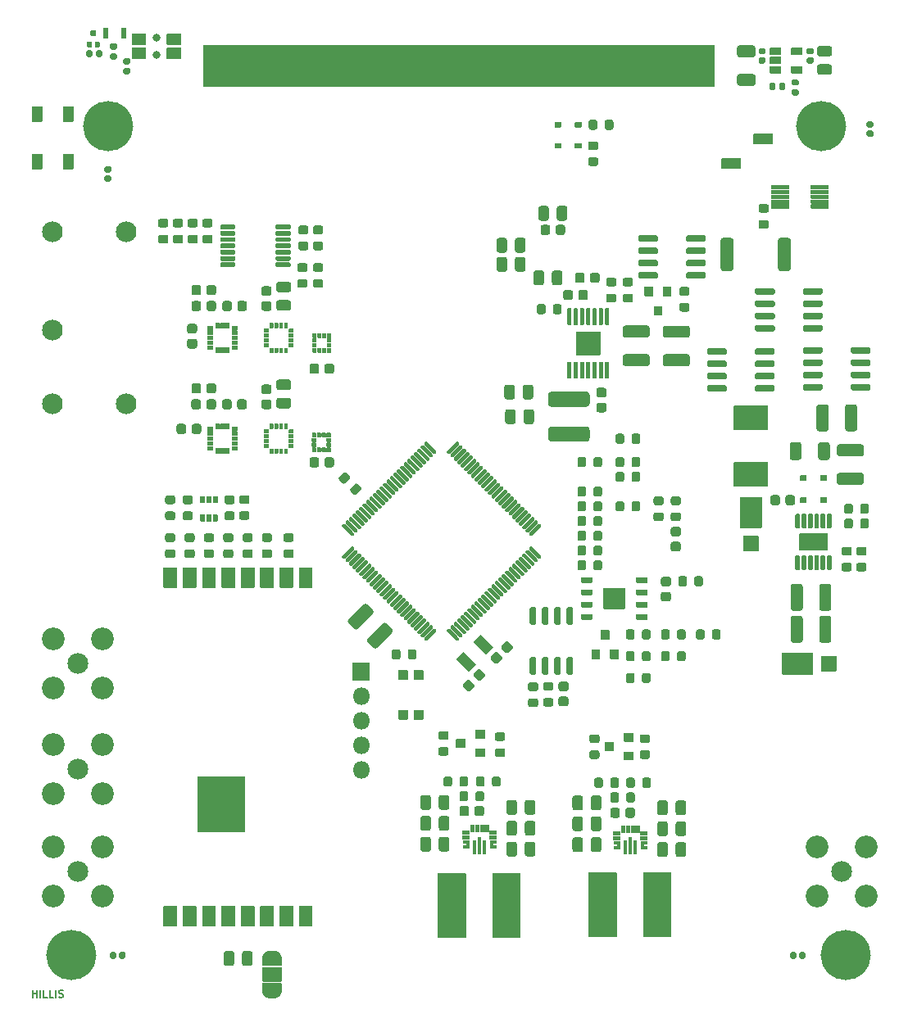
<source format=gts>
G04 #@! TF.GenerationSoftware,KiCad,Pcbnew,(5.1.9)-1*
G04 #@! TF.CreationDate,2021-12-20T19:14:58-05:00*
G04 #@! TF.ProjectId,mainboard,6d61696e-626f-4617-9264-2e6b69636164,rev?*
G04 #@! TF.SameCoordinates,Original*
G04 #@! TF.FileFunction,Soldermask,Top*
G04 #@! TF.FilePolarity,Negative*
%FSLAX46Y46*%
G04 Gerber Fmt 4.6, Leading zero omitted, Abs format (unit mm)*
G04 Created by KiCad (PCBNEW (5.1.9)-1) date 2021-12-20 19:14:58*
%MOMM*%
%LPD*%
G01*
G04 APERTURE LIST*
%ADD10C,0.190500*%
%ADD11C,0.100000*%
%ADD12C,0.010000*%
%ADD13C,0.801600*%
%ADD14C,2.133600*%
%ADD15C,2.351600*%
%ADD16C,2.151600*%
%ADD17O,1.801600X1.801600*%
%ADD18C,5.181600*%
G04 APERTURE END LIST*
D10*
X99404714Y-147664714D02*
X99404714Y-146902714D01*
X99404714Y-147265571D02*
X99840142Y-147265571D01*
X99840142Y-147664714D02*
X99840142Y-146902714D01*
X100203000Y-147664714D02*
X100203000Y-146902714D01*
X100928714Y-147664714D02*
X100565857Y-147664714D01*
X100565857Y-146902714D01*
X101545571Y-147664714D02*
X101182714Y-147664714D01*
X101182714Y-146902714D01*
X101799571Y-147664714D02*
X101799571Y-146902714D01*
X102126142Y-147628428D02*
X102235000Y-147664714D01*
X102416428Y-147664714D01*
X102489000Y-147628428D01*
X102525285Y-147592142D01*
X102561571Y-147519571D01*
X102561571Y-147447000D01*
X102525285Y-147374428D01*
X102489000Y-147338142D01*
X102416428Y-147301857D01*
X102271285Y-147265571D01*
X102198714Y-147229285D01*
X102162428Y-147193000D01*
X102126142Y-147120428D01*
X102126142Y-147047857D01*
X102162428Y-146975285D01*
X102198714Y-146939000D01*
X102271285Y-146902714D01*
X102452714Y-146902714D01*
X102561571Y-146939000D01*
D11*
G36*
X169829920Y-53411253D02*
G01*
X117029920Y-53411253D01*
X117029920Y-49211253D01*
X169829920Y-49211253D01*
X169829920Y-53411253D01*
G37*
X169829920Y-53411253D02*
X117029920Y-53411253D01*
X117029920Y-49211253D01*
X169829920Y-49211253D01*
X169829920Y-53411253D01*
D12*
G36*
X146167000Y-131418000D02*
G01*
X146167000Y-132768000D01*
X145917000Y-132768000D01*
X145917000Y-131418000D01*
X146167000Y-131418000D01*
G37*
X146167000Y-131418000D02*
X146167000Y-132768000D01*
X145917000Y-132768000D01*
X145917000Y-131418000D01*
X146167000Y-131418000D01*
G36*
X145667000Y-131068000D02*
G01*
X145667000Y-132768000D01*
X145417000Y-132768000D01*
X145417000Y-131068000D01*
X145667000Y-131068000D01*
G37*
X145667000Y-131068000D02*
X145667000Y-132768000D01*
X145417000Y-132768000D01*
X145417000Y-131068000D01*
X145667000Y-131068000D01*
G36*
X145167000Y-131418000D02*
G01*
X145167000Y-132768000D01*
X144917000Y-132768000D01*
X144917000Y-131418000D01*
X145167000Y-131418000D01*
G37*
X145167000Y-131418000D02*
X145167000Y-132768000D01*
X144917000Y-132768000D01*
X144917000Y-131418000D01*
X145167000Y-131418000D01*
G36*
X146467000Y-129818000D02*
G01*
X146467000Y-130518000D01*
X146117000Y-130518000D01*
X146117000Y-129818000D01*
X146467000Y-129818000D01*
G37*
X146467000Y-129818000D02*
X146467000Y-130518000D01*
X146117000Y-130518000D01*
X146117000Y-129818000D01*
X146467000Y-129818000D01*
G36*
X145967000Y-129818000D02*
G01*
X145967000Y-130518000D01*
X145617000Y-130518000D01*
X145617000Y-129818000D01*
X145967000Y-129818000D01*
G37*
X145967000Y-129818000D02*
X145967000Y-130518000D01*
X145617000Y-130518000D01*
X145617000Y-129818000D01*
X145967000Y-129818000D01*
G36*
X145467000Y-129818000D02*
G01*
X145467000Y-130518000D01*
X145117000Y-130518000D01*
X145117000Y-129818000D01*
X145467000Y-129818000D01*
G37*
X145467000Y-129818000D02*
X145467000Y-130518000D01*
X145117000Y-130518000D01*
X145117000Y-129818000D01*
X145467000Y-129818000D01*
G36*
X144967000Y-129818000D02*
G01*
X144967000Y-130518000D01*
X144617000Y-130518000D01*
X144617000Y-129818000D01*
X144967000Y-129818000D01*
G37*
X144967000Y-129818000D02*
X144967000Y-130518000D01*
X144617000Y-130518000D01*
X144617000Y-129818000D01*
X144967000Y-129818000D01*
G36*
X144492000Y-130418000D02*
G01*
X144492000Y-130768000D01*
X143792000Y-130768000D01*
X143792000Y-130418000D01*
X144492000Y-130418000D01*
G37*
X144492000Y-130418000D02*
X144492000Y-130768000D01*
X143792000Y-130768000D01*
X143792000Y-130418000D01*
X144492000Y-130418000D01*
G36*
X144492000Y-130918000D02*
G01*
X144492000Y-131268000D01*
X143792000Y-131268000D01*
X143792000Y-130918000D01*
X144492000Y-130918000D01*
G37*
X144492000Y-130918000D02*
X144492000Y-131268000D01*
X143792000Y-131268000D01*
X143792000Y-130918000D01*
X144492000Y-130918000D01*
G36*
X147292000Y-130418000D02*
G01*
X147292000Y-130768000D01*
X146592000Y-130768000D01*
X146592000Y-130418000D01*
X147292000Y-130418000D01*
G37*
X147292000Y-130418000D02*
X147292000Y-130768000D01*
X146592000Y-130768000D01*
X146592000Y-130418000D01*
X147292000Y-130418000D01*
G36*
X147292000Y-130918000D02*
G01*
X147292000Y-131268000D01*
X146592000Y-131268000D01*
X146592000Y-130918000D01*
X147292000Y-130918000D01*
G37*
X147292000Y-130918000D02*
X147292000Y-131268000D01*
X146592000Y-131268000D01*
X146592000Y-130918000D01*
X147292000Y-130918000D01*
G36*
X144442000Y-131468000D02*
G01*
X144442000Y-132218000D01*
X143842000Y-132218000D01*
X143842000Y-131968000D01*
X144192000Y-131968000D01*
X144192000Y-131718000D01*
X143842000Y-131718000D01*
X143842000Y-131468000D01*
X144442000Y-131468000D01*
G37*
X144442000Y-131468000D02*
X144442000Y-132218000D01*
X143842000Y-132218000D01*
X143842000Y-131968000D01*
X144192000Y-131968000D01*
X144192000Y-131718000D01*
X143842000Y-131718000D01*
X143842000Y-131468000D01*
X144442000Y-131468000D01*
G36*
X146642000Y-132218000D02*
G01*
X146642000Y-131468000D01*
X147242000Y-131468000D01*
X147242000Y-131718000D01*
X146892000Y-131718000D01*
X146892000Y-131968000D01*
X147242000Y-131968000D01*
X147242000Y-132218000D01*
X146642000Y-132218000D01*
G37*
X146642000Y-132218000D02*
X146642000Y-131468000D01*
X147242000Y-131468000D01*
X147242000Y-131718000D01*
X146892000Y-131718000D01*
X146892000Y-131968000D01*
X147242000Y-131968000D01*
X147242000Y-132218000D01*
X146642000Y-132218000D01*
G36*
X162224900Y-132268800D02*
G01*
X162224900Y-131518800D01*
X162824900Y-131518800D01*
X162824900Y-131768800D01*
X162474900Y-131768800D01*
X162474900Y-132018800D01*
X162824900Y-132018800D01*
X162824900Y-132268800D01*
X162224900Y-132268800D01*
G37*
X162224900Y-132268800D02*
X162224900Y-131518800D01*
X162824900Y-131518800D01*
X162824900Y-131768800D01*
X162474900Y-131768800D01*
X162474900Y-132018800D01*
X162824900Y-132018800D01*
X162824900Y-132268800D01*
X162224900Y-132268800D01*
G36*
X160024900Y-131518800D02*
G01*
X160024900Y-132268800D01*
X159424900Y-132268800D01*
X159424900Y-132018800D01*
X159774900Y-132018800D01*
X159774900Y-131768800D01*
X159424900Y-131768800D01*
X159424900Y-131518800D01*
X160024900Y-131518800D01*
G37*
X160024900Y-131518800D02*
X160024900Y-132268800D01*
X159424900Y-132268800D01*
X159424900Y-132018800D01*
X159774900Y-132018800D01*
X159774900Y-131768800D01*
X159424900Y-131768800D01*
X159424900Y-131518800D01*
X160024900Y-131518800D01*
G36*
X162874900Y-130968800D02*
G01*
X162874900Y-131318800D01*
X162174900Y-131318800D01*
X162174900Y-130968800D01*
X162874900Y-130968800D01*
G37*
X162874900Y-130968800D02*
X162874900Y-131318800D01*
X162174900Y-131318800D01*
X162174900Y-130968800D01*
X162874900Y-130968800D01*
G36*
X162874900Y-130468800D02*
G01*
X162874900Y-130818800D01*
X162174900Y-130818800D01*
X162174900Y-130468800D01*
X162874900Y-130468800D01*
G37*
X162874900Y-130468800D02*
X162874900Y-130818800D01*
X162174900Y-130818800D01*
X162174900Y-130468800D01*
X162874900Y-130468800D01*
G36*
X160074900Y-130968800D02*
G01*
X160074900Y-131318800D01*
X159374900Y-131318800D01*
X159374900Y-130968800D01*
X160074900Y-130968800D01*
G37*
X160074900Y-130968800D02*
X160074900Y-131318800D01*
X159374900Y-131318800D01*
X159374900Y-130968800D01*
X160074900Y-130968800D01*
G36*
X160074900Y-130468800D02*
G01*
X160074900Y-130818800D01*
X159374900Y-130818800D01*
X159374900Y-130468800D01*
X160074900Y-130468800D01*
G37*
X160074900Y-130468800D02*
X160074900Y-130818800D01*
X159374900Y-130818800D01*
X159374900Y-130468800D01*
X160074900Y-130468800D01*
G36*
X160549900Y-129868800D02*
G01*
X160549900Y-130568800D01*
X160199900Y-130568800D01*
X160199900Y-129868800D01*
X160549900Y-129868800D01*
G37*
X160549900Y-129868800D02*
X160549900Y-130568800D01*
X160199900Y-130568800D01*
X160199900Y-129868800D01*
X160549900Y-129868800D01*
G36*
X161049900Y-129868800D02*
G01*
X161049900Y-130568800D01*
X160699900Y-130568800D01*
X160699900Y-129868800D01*
X161049900Y-129868800D01*
G37*
X161049900Y-129868800D02*
X161049900Y-130568800D01*
X160699900Y-130568800D01*
X160699900Y-129868800D01*
X161049900Y-129868800D01*
G36*
X161549900Y-129868800D02*
G01*
X161549900Y-130568800D01*
X161199900Y-130568800D01*
X161199900Y-129868800D01*
X161549900Y-129868800D01*
G37*
X161549900Y-129868800D02*
X161549900Y-130568800D01*
X161199900Y-130568800D01*
X161199900Y-129868800D01*
X161549900Y-129868800D01*
G36*
X162049900Y-129868800D02*
G01*
X162049900Y-130568800D01*
X161699900Y-130568800D01*
X161699900Y-129868800D01*
X162049900Y-129868800D01*
G37*
X162049900Y-129868800D02*
X162049900Y-130568800D01*
X161699900Y-130568800D01*
X161699900Y-129868800D01*
X162049900Y-129868800D01*
G36*
X160749900Y-131468800D02*
G01*
X160749900Y-132818800D01*
X160499900Y-132818800D01*
X160499900Y-131468800D01*
X160749900Y-131468800D01*
G37*
X160749900Y-131468800D02*
X160749900Y-132818800D01*
X160499900Y-132818800D01*
X160499900Y-131468800D01*
X160749900Y-131468800D01*
G36*
X161249900Y-131118800D02*
G01*
X161249900Y-132818800D01*
X160999900Y-132818800D01*
X160999900Y-131118800D01*
X161249900Y-131118800D01*
G37*
X161249900Y-131118800D02*
X161249900Y-132818800D01*
X160999900Y-132818800D01*
X160999900Y-131118800D01*
X161249900Y-131118800D01*
G36*
X161749900Y-131468800D02*
G01*
X161749900Y-132818800D01*
X161499900Y-132818800D01*
X161499900Y-131468800D01*
X161749900Y-131468800D01*
G37*
X161749900Y-131468800D02*
X161749900Y-132818800D01*
X161499900Y-132818800D01*
X161499900Y-131468800D01*
X161749900Y-131468800D01*
G36*
G01*
X173877200Y-59428000D02*
X173877200Y-58428000D01*
G75*
G02*
X173928000Y-58377200I50800J0D01*
G01*
X175828000Y-58377200D01*
G75*
G02*
X175878800Y-58428000I0J-50800D01*
G01*
X175878800Y-59428000D01*
G75*
G02*
X175828000Y-59478800I-50800J0D01*
G01*
X173928000Y-59478800D01*
G75*
G02*
X173877200Y-59428000I0J50800D01*
G01*
G37*
G36*
G01*
X170577200Y-61968000D02*
X170577200Y-60968000D01*
G75*
G02*
X170628000Y-60917200I50800J0D01*
G01*
X172528000Y-60917200D01*
G75*
G02*
X172578800Y-60968000I0J-50800D01*
G01*
X172578800Y-61968000D01*
G75*
G02*
X172528000Y-62018800I-50800J0D01*
G01*
X170628000Y-62018800D01*
G75*
G02*
X170577200Y-61968000I0J50800D01*
G01*
G37*
D11*
G36*
X168634674Y-49360539D02*
G01*
X168661499Y-49362038D01*
X168666438Y-49362557D01*
X168692989Y-49366668D01*
X168697848Y-49367666D01*
X168723872Y-49374347D01*
X168728616Y-49375815D01*
X168753863Y-49385005D01*
X168758437Y-49386928D01*
X168782667Y-49398537D01*
X168787033Y-49400898D01*
X168810014Y-49414816D01*
X168814128Y-49417590D01*
X168835642Y-49433684D01*
X168839467Y-49436849D01*
X168859307Y-49454966D01*
X168862803Y-49458487D01*
X168880781Y-49478453D01*
X168883919Y-49482300D01*
X168899862Y-49503925D01*
X168902608Y-49508057D01*
X168916366Y-49531135D01*
X168918697Y-49535520D01*
X168930136Y-49559831D01*
X168932026Y-49564417D01*
X168941039Y-49589727D01*
X168942474Y-49594479D01*
X168948974Y-49620549D01*
X168949938Y-49625418D01*
X168953863Y-49651997D01*
X168954347Y-49656937D01*
X168955659Y-49683772D01*
X168955720Y-49686253D01*
X168955720Y-53211253D01*
X168954744Y-53221164D01*
X168951853Y-53230693D01*
X168947159Y-53239476D01*
X168940841Y-53247174D01*
X168933143Y-53253492D01*
X168924360Y-53258186D01*
X168914831Y-53261077D01*
X168904920Y-53262053D01*
X168354920Y-53262053D01*
X168345009Y-53261077D01*
X168335480Y-53258186D01*
X168326697Y-53253492D01*
X168318999Y-53247174D01*
X168312681Y-53239476D01*
X168307987Y-53230693D01*
X168305096Y-53221164D01*
X168304120Y-53211253D01*
X168304120Y-49686253D01*
X168304121Y-49685896D01*
X168304148Y-49682056D01*
X168304247Y-49679223D01*
X168305934Y-49652409D01*
X168306487Y-49647478D01*
X168310782Y-49620956D01*
X168311815Y-49616099D01*
X168318679Y-49590123D01*
X168320179Y-49585394D01*
X168329544Y-49560212D01*
X168331499Y-49555649D01*
X168343277Y-49531501D01*
X168345668Y-49527153D01*
X168359746Y-49504269D01*
X168362550Y-49500174D01*
X168378794Y-49478773D01*
X168381985Y-49474970D01*
X168400240Y-49455257D01*
X168403785Y-49451785D01*
X168423876Y-49433947D01*
X168427745Y-49430837D01*
X168449481Y-49415045D01*
X168453634Y-49412327D01*
X168476808Y-49398731D01*
X168481205Y-49396432D01*
X168505594Y-49385162D01*
X168510198Y-49383302D01*
X168535571Y-49374467D01*
X168540330Y-49373067D01*
X168566444Y-49366749D01*
X168571320Y-49365818D01*
X168597926Y-49362079D01*
X168602869Y-49361630D01*
X168629713Y-49360505D01*
X168634674Y-49360539D01*
G37*
G36*
X167834674Y-49360539D02*
G01*
X167861499Y-49362038D01*
X167866438Y-49362557D01*
X167892989Y-49366668D01*
X167897848Y-49367666D01*
X167923872Y-49374347D01*
X167928616Y-49375815D01*
X167953863Y-49385005D01*
X167958437Y-49386928D01*
X167982667Y-49398537D01*
X167987033Y-49400898D01*
X168010014Y-49414816D01*
X168014128Y-49417590D01*
X168035642Y-49433684D01*
X168039467Y-49436849D01*
X168059307Y-49454966D01*
X168062803Y-49458487D01*
X168080781Y-49478453D01*
X168083919Y-49482300D01*
X168099862Y-49503925D01*
X168102608Y-49508057D01*
X168116366Y-49531135D01*
X168118697Y-49535520D01*
X168130136Y-49559831D01*
X168132026Y-49564417D01*
X168141039Y-49589727D01*
X168142474Y-49594479D01*
X168148974Y-49620549D01*
X168149938Y-49625418D01*
X168153863Y-49651997D01*
X168154347Y-49656937D01*
X168155659Y-49683772D01*
X168155720Y-49686253D01*
X168155720Y-53211253D01*
X168154744Y-53221164D01*
X168151853Y-53230693D01*
X168147159Y-53239476D01*
X168140841Y-53247174D01*
X168133143Y-53253492D01*
X168124360Y-53258186D01*
X168114831Y-53261077D01*
X168104920Y-53262053D01*
X167554920Y-53262053D01*
X167545009Y-53261077D01*
X167535480Y-53258186D01*
X167526697Y-53253492D01*
X167518999Y-53247174D01*
X167512681Y-53239476D01*
X167507987Y-53230693D01*
X167505096Y-53221164D01*
X167504120Y-53211253D01*
X167504120Y-49686253D01*
X167504121Y-49685896D01*
X167504148Y-49682056D01*
X167504247Y-49679223D01*
X167505934Y-49652409D01*
X167506487Y-49647478D01*
X167510782Y-49620956D01*
X167511815Y-49616099D01*
X167518679Y-49590123D01*
X167520179Y-49585394D01*
X167529544Y-49560212D01*
X167531499Y-49555649D01*
X167543277Y-49531501D01*
X167545668Y-49527153D01*
X167559746Y-49504269D01*
X167562550Y-49500174D01*
X167578794Y-49478773D01*
X167581985Y-49474970D01*
X167600240Y-49455257D01*
X167603785Y-49451785D01*
X167623876Y-49433947D01*
X167627745Y-49430837D01*
X167649481Y-49415045D01*
X167653634Y-49412327D01*
X167676808Y-49398731D01*
X167681205Y-49396432D01*
X167705594Y-49385162D01*
X167710198Y-49383302D01*
X167735571Y-49374467D01*
X167740330Y-49373067D01*
X167766444Y-49366749D01*
X167771320Y-49365818D01*
X167797926Y-49362079D01*
X167802869Y-49361630D01*
X167829713Y-49360505D01*
X167834674Y-49360539D01*
G37*
G36*
X167034674Y-49360539D02*
G01*
X167061499Y-49362038D01*
X167066438Y-49362557D01*
X167092989Y-49366668D01*
X167097848Y-49367666D01*
X167123872Y-49374347D01*
X167128616Y-49375815D01*
X167153863Y-49385005D01*
X167158437Y-49386928D01*
X167182667Y-49398537D01*
X167187033Y-49400898D01*
X167210014Y-49414816D01*
X167214128Y-49417590D01*
X167235642Y-49433684D01*
X167239467Y-49436849D01*
X167259307Y-49454966D01*
X167262803Y-49458487D01*
X167280781Y-49478453D01*
X167283919Y-49482300D01*
X167299862Y-49503925D01*
X167302608Y-49508057D01*
X167316366Y-49531135D01*
X167318697Y-49535520D01*
X167330136Y-49559831D01*
X167332026Y-49564417D01*
X167341039Y-49589727D01*
X167342474Y-49594479D01*
X167348974Y-49620549D01*
X167349938Y-49625418D01*
X167353863Y-49651997D01*
X167354347Y-49656937D01*
X167355659Y-49683772D01*
X167355720Y-49686253D01*
X167355720Y-53211253D01*
X167354744Y-53221164D01*
X167351853Y-53230693D01*
X167347159Y-53239476D01*
X167340841Y-53247174D01*
X167333143Y-53253492D01*
X167324360Y-53258186D01*
X167314831Y-53261077D01*
X167304920Y-53262053D01*
X166754920Y-53262053D01*
X166745009Y-53261077D01*
X166735480Y-53258186D01*
X166726697Y-53253492D01*
X166718999Y-53247174D01*
X166712681Y-53239476D01*
X166707987Y-53230693D01*
X166705096Y-53221164D01*
X166704120Y-53211253D01*
X166704120Y-49686253D01*
X166704121Y-49685896D01*
X166704148Y-49682056D01*
X166704247Y-49679223D01*
X166705934Y-49652409D01*
X166706487Y-49647478D01*
X166710782Y-49620956D01*
X166711815Y-49616099D01*
X166718679Y-49590123D01*
X166720179Y-49585394D01*
X166729544Y-49560212D01*
X166731499Y-49555649D01*
X166743277Y-49531501D01*
X166745668Y-49527153D01*
X166759746Y-49504269D01*
X166762550Y-49500174D01*
X166778794Y-49478773D01*
X166781985Y-49474970D01*
X166800240Y-49455257D01*
X166803785Y-49451785D01*
X166823876Y-49433947D01*
X166827745Y-49430837D01*
X166849481Y-49415045D01*
X166853634Y-49412327D01*
X166876808Y-49398731D01*
X166881205Y-49396432D01*
X166905594Y-49385162D01*
X166910198Y-49383302D01*
X166935571Y-49374467D01*
X166940330Y-49373067D01*
X166966444Y-49366749D01*
X166971320Y-49365818D01*
X166997926Y-49362079D01*
X167002869Y-49361630D01*
X167029713Y-49360505D01*
X167034674Y-49360539D01*
G37*
G36*
X166234674Y-49360539D02*
G01*
X166261499Y-49362038D01*
X166266438Y-49362557D01*
X166292989Y-49366668D01*
X166297848Y-49367666D01*
X166323872Y-49374347D01*
X166328616Y-49375815D01*
X166353863Y-49385005D01*
X166358437Y-49386928D01*
X166382667Y-49398537D01*
X166387033Y-49400898D01*
X166410014Y-49414816D01*
X166414128Y-49417590D01*
X166435642Y-49433684D01*
X166439467Y-49436849D01*
X166459307Y-49454966D01*
X166462803Y-49458487D01*
X166480781Y-49478453D01*
X166483919Y-49482300D01*
X166499862Y-49503925D01*
X166502608Y-49508057D01*
X166516366Y-49531135D01*
X166518697Y-49535520D01*
X166530136Y-49559831D01*
X166532026Y-49564417D01*
X166541039Y-49589727D01*
X166542474Y-49594479D01*
X166548974Y-49620549D01*
X166549938Y-49625418D01*
X166553863Y-49651997D01*
X166554347Y-49656937D01*
X166555659Y-49683772D01*
X166555720Y-49686253D01*
X166555720Y-53211253D01*
X166554744Y-53221164D01*
X166551853Y-53230693D01*
X166547159Y-53239476D01*
X166540841Y-53247174D01*
X166533143Y-53253492D01*
X166524360Y-53258186D01*
X166514831Y-53261077D01*
X166504920Y-53262053D01*
X165954920Y-53262053D01*
X165945009Y-53261077D01*
X165935480Y-53258186D01*
X165926697Y-53253492D01*
X165918999Y-53247174D01*
X165912681Y-53239476D01*
X165907987Y-53230693D01*
X165905096Y-53221164D01*
X165904120Y-53211253D01*
X165904120Y-49686253D01*
X165904121Y-49685896D01*
X165904148Y-49682056D01*
X165904247Y-49679223D01*
X165905934Y-49652409D01*
X165906487Y-49647478D01*
X165910782Y-49620956D01*
X165911815Y-49616099D01*
X165918679Y-49590123D01*
X165920179Y-49585394D01*
X165929544Y-49560212D01*
X165931499Y-49555649D01*
X165943277Y-49531501D01*
X165945668Y-49527153D01*
X165959746Y-49504269D01*
X165962550Y-49500174D01*
X165978794Y-49478773D01*
X165981985Y-49474970D01*
X166000240Y-49455257D01*
X166003785Y-49451785D01*
X166023876Y-49433947D01*
X166027745Y-49430837D01*
X166049481Y-49415045D01*
X166053634Y-49412327D01*
X166076808Y-49398731D01*
X166081205Y-49396432D01*
X166105594Y-49385162D01*
X166110198Y-49383302D01*
X166135571Y-49374467D01*
X166140330Y-49373067D01*
X166166444Y-49366749D01*
X166171320Y-49365818D01*
X166197926Y-49362079D01*
X166202869Y-49361630D01*
X166229713Y-49360505D01*
X166234674Y-49360539D01*
G37*
G36*
X165434674Y-49360539D02*
G01*
X165461499Y-49362038D01*
X165466438Y-49362557D01*
X165492989Y-49366668D01*
X165497848Y-49367666D01*
X165523872Y-49374347D01*
X165528616Y-49375815D01*
X165553863Y-49385005D01*
X165558437Y-49386928D01*
X165582667Y-49398537D01*
X165587033Y-49400898D01*
X165610014Y-49414816D01*
X165614128Y-49417590D01*
X165635642Y-49433684D01*
X165639467Y-49436849D01*
X165659307Y-49454966D01*
X165662803Y-49458487D01*
X165680781Y-49478453D01*
X165683919Y-49482300D01*
X165699862Y-49503925D01*
X165702608Y-49508057D01*
X165716366Y-49531135D01*
X165718697Y-49535520D01*
X165730136Y-49559831D01*
X165732026Y-49564417D01*
X165741039Y-49589727D01*
X165742474Y-49594479D01*
X165748974Y-49620549D01*
X165749938Y-49625418D01*
X165753863Y-49651997D01*
X165754347Y-49656937D01*
X165755659Y-49683772D01*
X165755720Y-49686253D01*
X165755720Y-53211253D01*
X165754744Y-53221164D01*
X165751853Y-53230693D01*
X165747159Y-53239476D01*
X165740841Y-53247174D01*
X165733143Y-53253492D01*
X165724360Y-53258186D01*
X165714831Y-53261077D01*
X165704920Y-53262053D01*
X165154920Y-53262053D01*
X165145009Y-53261077D01*
X165135480Y-53258186D01*
X165126697Y-53253492D01*
X165118999Y-53247174D01*
X165112681Y-53239476D01*
X165107987Y-53230693D01*
X165105096Y-53221164D01*
X165104120Y-53211253D01*
X165104120Y-49686253D01*
X165104121Y-49685896D01*
X165104148Y-49682056D01*
X165104247Y-49679223D01*
X165105934Y-49652409D01*
X165106487Y-49647478D01*
X165110782Y-49620956D01*
X165111815Y-49616099D01*
X165118679Y-49590123D01*
X165120179Y-49585394D01*
X165129544Y-49560212D01*
X165131499Y-49555649D01*
X165143277Y-49531501D01*
X165145668Y-49527153D01*
X165159746Y-49504269D01*
X165162550Y-49500174D01*
X165178794Y-49478773D01*
X165181985Y-49474970D01*
X165200240Y-49455257D01*
X165203785Y-49451785D01*
X165223876Y-49433947D01*
X165227745Y-49430837D01*
X165249481Y-49415045D01*
X165253634Y-49412327D01*
X165276808Y-49398731D01*
X165281205Y-49396432D01*
X165305594Y-49385162D01*
X165310198Y-49383302D01*
X165335571Y-49374467D01*
X165340330Y-49373067D01*
X165366444Y-49366749D01*
X165371320Y-49365818D01*
X165397926Y-49362079D01*
X165402869Y-49361630D01*
X165429713Y-49360505D01*
X165434674Y-49360539D01*
G37*
G36*
X164634674Y-49360539D02*
G01*
X164661499Y-49362038D01*
X164666438Y-49362557D01*
X164692989Y-49366668D01*
X164697848Y-49367666D01*
X164723872Y-49374347D01*
X164728616Y-49375815D01*
X164753863Y-49385005D01*
X164758437Y-49386928D01*
X164782667Y-49398537D01*
X164787033Y-49400898D01*
X164810014Y-49414816D01*
X164814128Y-49417590D01*
X164835642Y-49433684D01*
X164839467Y-49436849D01*
X164859307Y-49454966D01*
X164862803Y-49458487D01*
X164880781Y-49478453D01*
X164883919Y-49482300D01*
X164899862Y-49503925D01*
X164902608Y-49508057D01*
X164916366Y-49531135D01*
X164918697Y-49535520D01*
X164930136Y-49559831D01*
X164932026Y-49564417D01*
X164941039Y-49589727D01*
X164942474Y-49594479D01*
X164948974Y-49620549D01*
X164949938Y-49625418D01*
X164953863Y-49651997D01*
X164954347Y-49656937D01*
X164955659Y-49683772D01*
X164955720Y-49686253D01*
X164955720Y-53211253D01*
X164954744Y-53221164D01*
X164951853Y-53230693D01*
X164947159Y-53239476D01*
X164940841Y-53247174D01*
X164933143Y-53253492D01*
X164924360Y-53258186D01*
X164914831Y-53261077D01*
X164904920Y-53262053D01*
X164354920Y-53262053D01*
X164345009Y-53261077D01*
X164335480Y-53258186D01*
X164326697Y-53253492D01*
X164318999Y-53247174D01*
X164312681Y-53239476D01*
X164307987Y-53230693D01*
X164305096Y-53221164D01*
X164304120Y-53211253D01*
X164304120Y-49686253D01*
X164304121Y-49685896D01*
X164304148Y-49682056D01*
X164304247Y-49679223D01*
X164305934Y-49652409D01*
X164306487Y-49647478D01*
X164310782Y-49620956D01*
X164311815Y-49616099D01*
X164318679Y-49590123D01*
X164320179Y-49585394D01*
X164329544Y-49560212D01*
X164331499Y-49555649D01*
X164343277Y-49531501D01*
X164345668Y-49527153D01*
X164359746Y-49504269D01*
X164362550Y-49500174D01*
X164378794Y-49478773D01*
X164381985Y-49474970D01*
X164400240Y-49455257D01*
X164403785Y-49451785D01*
X164423876Y-49433947D01*
X164427745Y-49430837D01*
X164449481Y-49415045D01*
X164453634Y-49412327D01*
X164476808Y-49398731D01*
X164481205Y-49396432D01*
X164505594Y-49385162D01*
X164510198Y-49383302D01*
X164535571Y-49374467D01*
X164540330Y-49373067D01*
X164566444Y-49366749D01*
X164571320Y-49365818D01*
X164597926Y-49362079D01*
X164602869Y-49361630D01*
X164629713Y-49360505D01*
X164634674Y-49360539D01*
G37*
G36*
X163834674Y-49360539D02*
G01*
X163861499Y-49362038D01*
X163866438Y-49362557D01*
X163892989Y-49366668D01*
X163897848Y-49367666D01*
X163923872Y-49374347D01*
X163928616Y-49375815D01*
X163953863Y-49385005D01*
X163958437Y-49386928D01*
X163982667Y-49398537D01*
X163987033Y-49400898D01*
X164010014Y-49414816D01*
X164014128Y-49417590D01*
X164035642Y-49433684D01*
X164039467Y-49436849D01*
X164059307Y-49454966D01*
X164062803Y-49458487D01*
X164080781Y-49478453D01*
X164083919Y-49482300D01*
X164099862Y-49503925D01*
X164102608Y-49508057D01*
X164116366Y-49531135D01*
X164118697Y-49535520D01*
X164130136Y-49559831D01*
X164132026Y-49564417D01*
X164141039Y-49589727D01*
X164142474Y-49594479D01*
X164148974Y-49620549D01*
X164149938Y-49625418D01*
X164153863Y-49651997D01*
X164154347Y-49656937D01*
X164155659Y-49683772D01*
X164155720Y-49686253D01*
X164155720Y-53211253D01*
X164154744Y-53221164D01*
X164151853Y-53230693D01*
X164147159Y-53239476D01*
X164140841Y-53247174D01*
X164133143Y-53253492D01*
X164124360Y-53258186D01*
X164114831Y-53261077D01*
X164104920Y-53262053D01*
X163554920Y-53262053D01*
X163545009Y-53261077D01*
X163535480Y-53258186D01*
X163526697Y-53253492D01*
X163518999Y-53247174D01*
X163512681Y-53239476D01*
X163507987Y-53230693D01*
X163505096Y-53221164D01*
X163504120Y-53211253D01*
X163504120Y-49686253D01*
X163504121Y-49685896D01*
X163504148Y-49682056D01*
X163504247Y-49679223D01*
X163505934Y-49652409D01*
X163506487Y-49647478D01*
X163510782Y-49620956D01*
X163511815Y-49616099D01*
X163518679Y-49590123D01*
X163520179Y-49585394D01*
X163529544Y-49560212D01*
X163531499Y-49555649D01*
X163543277Y-49531501D01*
X163545668Y-49527153D01*
X163559746Y-49504269D01*
X163562550Y-49500174D01*
X163578794Y-49478773D01*
X163581985Y-49474970D01*
X163600240Y-49455257D01*
X163603785Y-49451785D01*
X163623876Y-49433947D01*
X163627745Y-49430837D01*
X163649481Y-49415045D01*
X163653634Y-49412327D01*
X163676808Y-49398731D01*
X163681205Y-49396432D01*
X163705594Y-49385162D01*
X163710198Y-49383302D01*
X163735571Y-49374467D01*
X163740330Y-49373067D01*
X163766444Y-49366749D01*
X163771320Y-49365818D01*
X163797926Y-49362079D01*
X163802869Y-49361630D01*
X163829713Y-49360505D01*
X163834674Y-49360539D01*
G37*
G36*
X163034674Y-49360539D02*
G01*
X163061499Y-49362038D01*
X163066438Y-49362557D01*
X163092989Y-49366668D01*
X163097848Y-49367666D01*
X163123872Y-49374347D01*
X163128616Y-49375815D01*
X163153863Y-49385005D01*
X163158437Y-49386928D01*
X163182667Y-49398537D01*
X163187033Y-49400898D01*
X163210014Y-49414816D01*
X163214128Y-49417590D01*
X163235642Y-49433684D01*
X163239467Y-49436849D01*
X163259307Y-49454966D01*
X163262803Y-49458487D01*
X163280781Y-49478453D01*
X163283919Y-49482300D01*
X163299862Y-49503925D01*
X163302608Y-49508057D01*
X163316366Y-49531135D01*
X163318697Y-49535520D01*
X163330136Y-49559831D01*
X163332026Y-49564417D01*
X163341039Y-49589727D01*
X163342474Y-49594479D01*
X163348974Y-49620549D01*
X163349938Y-49625418D01*
X163353863Y-49651997D01*
X163354347Y-49656937D01*
X163355659Y-49683772D01*
X163355720Y-49686253D01*
X163355720Y-53211253D01*
X163354744Y-53221164D01*
X163351853Y-53230693D01*
X163347159Y-53239476D01*
X163340841Y-53247174D01*
X163333143Y-53253492D01*
X163324360Y-53258186D01*
X163314831Y-53261077D01*
X163304920Y-53262053D01*
X162754920Y-53262053D01*
X162745009Y-53261077D01*
X162735480Y-53258186D01*
X162726697Y-53253492D01*
X162718999Y-53247174D01*
X162712681Y-53239476D01*
X162707987Y-53230693D01*
X162705096Y-53221164D01*
X162704120Y-53211253D01*
X162704120Y-49686253D01*
X162704121Y-49685896D01*
X162704148Y-49682056D01*
X162704247Y-49679223D01*
X162705934Y-49652409D01*
X162706487Y-49647478D01*
X162710782Y-49620956D01*
X162711815Y-49616099D01*
X162718679Y-49590123D01*
X162720179Y-49585394D01*
X162729544Y-49560212D01*
X162731499Y-49555649D01*
X162743277Y-49531501D01*
X162745668Y-49527153D01*
X162759746Y-49504269D01*
X162762550Y-49500174D01*
X162778794Y-49478773D01*
X162781985Y-49474970D01*
X162800240Y-49455257D01*
X162803785Y-49451785D01*
X162823876Y-49433947D01*
X162827745Y-49430837D01*
X162849481Y-49415045D01*
X162853634Y-49412327D01*
X162876808Y-49398731D01*
X162881205Y-49396432D01*
X162905594Y-49385162D01*
X162910198Y-49383302D01*
X162935571Y-49374467D01*
X162940330Y-49373067D01*
X162966444Y-49366749D01*
X162971320Y-49365818D01*
X162997926Y-49362079D01*
X163002869Y-49361630D01*
X163029713Y-49360505D01*
X163034674Y-49360539D01*
G37*
G36*
X162234674Y-49360539D02*
G01*
X162261499Y-49362038D01*
X162266438Y-49362557D01*
X162292989Y-49366668D01*
X162297848Y-49367666D01*
X162323872Y-49374347D01*
X162328616Y-49375815D01*
X162353863Y-49385005D01*
X162358437Y-49386928D01*
X162382667Y-49398537D01*
X162387033Y-49400898D01*
X162410014Y-49414816D01*
X162414128Y-49417590D01*
X162435642Y-49433684D01*
X162439467Y-49436849D01*
X162459307Y-49454966D01*
X162462803Y-49458487D01*
X162480781Y-49478453D01*
X162483919Y-49482300D01*
X162499862Y-49503925D01*
X162502608Y-49508057D01*
X162516366Y-49531135D01*
X162518697Y-49535520D01*
X162530136Y-49559831D01*
X162532026Y-49564417D01*
X162541039Y-49589727D01*
X162542474Y-49594479D01*
X162548974Y-49620549D01*
X162549938Y-49625418D01*
X162553863Y-49651997D01*
X162554347Y-49656937D01*
X162555659Y-49683772D01*
X162555720Y-49686253D01*
X162555720Y-53211253D01*
X162554744Y-53221164D01*
X162551853Y-53230693D01*
X162547159Y-53239476D01*
X162540841Y-53247174D01*
X162533143Y-53253492D01*
X162524360Y-53258186D01*
X162514831Y-53261077D01*
X162504920Y-53262053D01*
X161954920Y-53262053D01*
X161945009Y-53261077D01*
X161935480Y-53258186D01*
X161926697Y-53253492D01*
X161918999Y-53247174D01*
X161912681Y-53239476D01*
X161907987Y-53230693D01*
X161905096Y-53221164D01*
X161904120Y-53211253D01*
X161904120Y-49686253D01*
X161904121Y-49685896D01*
X161904148Y-49682056D01*
X161904247Y-49679223D01*
X161905934Y-49652409D01*
X161906487Y-49647478D01*
X161910782Y-49620956D01*
X161911815Y-49616099D01*
X161918679Y-49590123D01*
X161920179Y-49585394D01*
X161929544Y-49560212D01*
X161931499Y-49555649D01*
X161943277Y-49531501D01*
X161945668Y-49527153D01*
X161959746Y-49504269D01*
X161962550Y-49500174D01*
X161978794Y-49478773D01*
X161981985Y-49474970D01*
X162000240Y-49455257D01*
X162003785Y-49451785D01*
X162023876Y-49433947D01*
X162027745Y-49430837D01*
X162049481Y-49415045D01*
X162053634Y-49412327D01*
X162076808Y-49398731D01*
X162081205Y-49396432D01*
X162105594Y-49385162D01*
X162110198Y-49383302D01*
X162135571Y-49374467D01*
X162140330Y-49373067D01*
X162166444Y-49366749D01*
X162171320Y-49365818D01*
X162197926Y-49362079D01*
X162202869Y-49361630D01*
X162229713Y-49360505D01*
X162234674Y-49360539D01*
G37*
G36*
X161434674Y-49360539D02*
G01*
X161461499Y-49362038D01*
X161466438Y-49362557D01*
X161492989Y-49366668D01*
X161497848Y-49367666D01*
X161523872Y-49374347D01*
X161528616Y-49375815D01*
X161553863Y-49385005D01*
X161558437Y-49386928D01*
X161582667Y-49398537D01*
X161587033Y-49400898D01*
X161610014Y-49414816D01*
X161614128Y-49417590D01*
X161635642Y-49433684D01*
X161639467Y-49436849D01*
X161659307Y-49454966D01*
X161662803Y-49458487D01*
X161680781Y-49478453D01*
X161683919Y-49482300D01*
X161699862Y-49503925D01*
X161702608Y-49508057D01*
X161716366Y-49531135D01*
X161718697Y-49535520D01*
X161730136Y-49559831D01*
X161732026Y-49564417D01*
X161741039Y-49589727D01*
X161742474Y-49594479D01*
X161748974Y-49620549D01*
X161749938Y-49625418D01*
X161753863Y-49651997D01*
X161754347Y-49656937D01*
X161755659Y-49683772D01*
X161755720Y-49686253D01*
X161755720Y-53211253D01*
X161754744Y-53221164D01*
X161751853Y-53230693D01*
X161747159Y-53239476D01*
X161740841Y-53247174D01*
X161733143Y-53253492D01*
X161724360Y-53258186D01*
X161714831Y-53261077D01*
X161704920Y-53262053D01*
X161154920Y-53262053D01*
X161145009Y-53261077D01*
X161135480Y-53258186D01*
X161126697Y-53253492D01*
X161118999Y-53247174D01*
X161112681Y-53239476D01*
X161107987Y-53230693D01*
X161105096Y-53221164D01*
X161104120Y-53211253D01*
X161104120Y-49686253D01*
X161104121Y-49685896D01*
X161104148Y-49682056D01*
X161104247Y-49679223D01*
X161105934Y-49652409D01*
X161106487Y-49647478D01*
X161110782Y-49620956D01*
X161111815Y-49616099D01*
X161118679Y-49590123D01*
X161120179Y-49585394D01*
X161129544Y-49560212D01*
X161131499Y-49555649D01*
X161143277Y-49531501D01*
X161145668Y-49527153D01*
X161159746Y-49504269D01*
X161162550Y-49500174D01*
X161178794Y-49478773D01*
X161181985Y-49474970D01*
X161200240Y-49455257D01*
X161203785Y-49451785D01*
X161223876Y-49433947D01*
X161227745Y-49430837D01*
X161249481Y-49415045D01*
X161253634Y-49412327D01*
X161276808Y-49398731D01*
X161281205Y-49396432D01*
X161305594Y-49385162D01*
X161310198Y-49383302D01*
X161335571Y-49374467D01*
X161340330Y-49373067D01*
X161366444Y-49366749D01*
X161371320Y-49365818D01*
X161397926Y-49362079D01*
X161402869Y-49361630D01*
X161429713Y-49360505D01*
X161434674Y-49360539D01*
G37*
G36*
X160634674Y-49360539D02*
G01*
X160661499Y-49362038D01*
X160666438Y-49362557D01*
X160692989Y-49366668D01*
X160697848Y-49367666D01*
X160723872Y-49374347D01*
X160728616Y-49375815D01*
X160753863Y-49385005D01*
X160758437Y-49386928D01*
X160782667Y-49398537D01*
X160787033Y-49400898D01*
X160810014Y-49414816D01*
X160814128Y-49417590D01*
X160835642Y-49433684D01*
X160839467Y-49436849D01*
X160859307Y-49454966D01*
X160862803Y-49458487D01*
X160880781Y-49478453D01*
X160883919Y-49482300D01*
X160899862Y-49503925D01*
X160902608Y-49508057D01*
X160916366Y-49531135D01*
X160918697Y-49535520D01*
X160930136Y-49559831D01*
X160932026Y-49564417D01*
X160941039Y-49589727D01*
X160942474Y-49594479D01*
X160948974Y-49620549D01*
X160949938Y-49625418D01*
X160953863Y-49651997D01*
X160954347Y-49656937D01*
X160955659Y-49683772D01*
X160955720Y-49686253D01*
X160955720Y-53211253D01*
X160954744Y-53221164D01*
X160951853Y-53230693D01*
X160947159Y-53239476D01*
X160940841Y-53247174D01*
X160933143Y-53253492D01*
X160924360Y-53258186D01*
X160914831Y-53261077D01*
X160904920Y-53262053D01*
X160354920Y-53262053D01*
X160345009Y-53261077D01*
X160335480Y-53258186D01*
X160326697Y-53253492D01*
X160318999Y-53247174D01*
X160312681Y-53239476D01*
X160307987Y-53230693D01*
X160305096Y-53221164D01*
X160304120Y-53211253D01*
X160304120Y-49686253D01*
X160304121Y-49685896D01*
X160304148Y-49682056D01*
X160304247Y-49679223D01*
X160305934Y-49652409D01*
X160306487Y-49647478D01*
X160310782Y-49620956D01*
X160311815Y-49616099D01*
X160318679Y-49590123D01*
X160320179Y-49585394D01*
X160329544Y-49560212D01*
X160331499Y-49555649D01*
X160343277Y-49531501D01*
X160345668Y-49527153D01*
X160359746Y-49504269D01*
X160362550Y-49500174D01*
X160378794Y-49478773D01*
X160381985Y-49474970D01*
X160400240Y-49455257D01*
X160403785Y-49451785D01*
X160423876Y-49433947D01*
X160427745Y-49430837D01*
X160449481Y-49415045D01*
X160453634Y-49412327D01*
X160476808Y-49398731D01*
X160481205Y-49396432D01*
X160505594Y-49385162D01*
X160510198Y-49383302D01*
X160535571Y-49374467D01*
X160540330Y-49373067D01*
X160566444Y-49366749D01*
X160571320Y-49365818D01*
X160597926Y-49362079D01*
X160602869Y-49361630D01*
X160629713Y-49360505D01*
X160634674Y-49360539D01*
G37*
G36*
X159834674Y-49360539D02*
G01*
X159861499Y-49362038D01*
X159866438Y-49362557D01*
X159892989Y-49366668D01*
X159897848Y-49367666D01*
X159923872Y-49374347D01*
X159928616Y-49375815D01*
X159953863Y-49385005D01*
X159958437Y-49386928D01*
X159982667Y-49398537D01*
X159987033Y-49400898D01*
X160010014Y-49414816D01*
X160014128Y-49417590D01*
X160035642Y-49433684D01*
X160039467Y-49436849D01*
X160059307Y-49454966D01*
X160062803Y-49458487D01*
X160080781Y-49478453D01*
X160083919Y-49482300D01*
X160099862Y-49503925D01*
X160102608Y-49508057D01*
X160116366Y-49531135D01*
X160118697Y-49535520D01*
X160130136Y-49559831D01*
X160132026Y-49564417D01*
X160141039Y-49589727D01*
X160142474Y-49594479D01*
X160148974Y-49620549D01*
X160149938Y-49625418D01*
X160153863Y-49651997D01*
X160154347Y-49656937D01*
X160155659Y-49683772D01*
X160155720Y-49686253D01*
X160155720Y-53211253D01*
X160154744Y-53221164D01*
X160151853Y-53230693D01*
X160147159Y-53239476D01*
X160140841Y-53247174D01*
X160133143Y-53253492D01*
X160124360Y-53258186D01*
X160114831Y-53261077D01*
X160104920Y-53262053D01*
X159554920Y-53262053D01*
X159545009Y-53261077D01*
X159535480Y-53258186D01*
X159526697Y-53253492D01*
X159518999Y-53247174D01*
X159512681Y-53239476D01*
X159507987Y-53230693D01*
X159505096Y-53221164D01*
X159504120Y-53211253D01*
X159504120Y-49686253D01*
X159504121Y-49685896D01*
X159504148Y-49682056D01*
X159504247Y-49679223D01*
X159505934Y-49652409D01*
X159506487Y-49647478D01*
X159510782Y-49620956D01*
X159511815Y-49616099D01*
X159518679Y-49590123D01*
X159520179Y-49585394D01*
X159529544Y-49560212D01*
X159531499Y-49555649D01*
X159543277Y-49531501D01*
X159545668Y-49527153D01*
X159559746Y-49504269D01*
X159562550Y-49500174D01*
X159578794Y-49478773D01*
X159581985Y-49474970D01*
X159600240Y-49455257D01*
X159603785Y-49451785D01*
X159623876Y-49433947D01*
X159627745Y-49430837D01*
X159649481Y-49415045D01*
X159653634Y-49412327D01*
X159676808Y-49398731D01*
X159681205Y-49396432D01*
X159705594Y-49385162D01*
X159710198Y-49383302D01*
X159735571Y-49374467D01*
X159740330Y-49373067D01*
X159766444Y-49366749D01*
X159771320Y-49365818D01*
X159797926Y-49362079D01*
X159802869Y-49361630D01*
X159829713Y-49360505D01*
X159834674Y-49360539D01*
G37*
G36*
X159034674Y-49360539D02*
G01*
X159061499Y-49362038D01*
X159066438Y-49362557D01*
X159092989Y-49366668D01*
X159097848Y-49367666D01*
X159123872Y-49374347D01*
X159128616Y-49375815D01*
X159153863Y-49385005D01*
X159158437Y-49386928D01*
X159182667Y-49398537D01*
X159187033Y-49400898D01*
X159210014Y-49414816D01*
X159214128Y-49417590D01*
X159235642Y-49433684D01*
X159239467Y-49436849D01*
X159259307Y-49454966D01*
X159262803Y-49458487D01*
X159280781Y-49478453D01*
X159283919Y-49482300D01*
X159299862Y-49503925D01*
X159302608Y-49508057D01*
X159316366Y-49531135D01*
X159318697Y-49535520D01*
X159330136Y-49559831D01*
X159332026Y-49564417D01*
X159341039Y-49589727D01*
X159342474Y-49594479D01*
X159348974Y-49620549D01*
X159349938Y-49625418D01*
X159353863Y-49651997D01*
X159354347Y-49656937D01*
X159355659Y-49683772D01*
X159355720Y-49686253D01*
X159355720Y-53211253D01*
X159354744Y-53221164D01*
X159351853Y-53230693D01*
X159347159Y-53239476D01*
X159340841Y-53247174D01*
X159333143Y-53253492D01*
X159324360Y-53258186D01*
X159314831Y-53261077D01*
X159304920Y-53262053D01*
X158754920Y-53262053D01*
X158745009Y-53261077D01*
X158735480Y-53258186D01*
X158726697Y-53253492D01*
X158718999Y-53247174D01*
X158712681Y-53239476D01*
X158707987Y-53230693D01*
X158705096Y-53221164D01*
X158704120Y-53211253D01*
X158704120Y-49686253D01*
X158704121Y-49685896D01*
X158704148Y-49682056D01*
X158704247Y-49679223D01*
X158705934Y-49652409D01*
X158706487Y-49647478D01*
X158710782Y-49620956D01*
X158711815Y-49616099D01*
X158718679Y-49590123D01*
X158720179Y-49585394D01*
X158729544Y-49560212D01*
X158731499Y-49555649D01*
X158743277Y-49531501D01*
X158745668Y-49527153D01*
X158759746Y-49504269D01*
X158762550Y-49500174D01*
X158778794Y-49478773D01*
X158781985Y-49474970D01*
X158800240Y-49455257D01*
X158803785Y-49451785D01*
X158823876Y-49433947D01*
X158827745Y-49430837D01*
X158849481Y-49415045D01*
X158853634Y-49412327D01*
X158876808Y-49398731D01*
X158881205Y-49396432D01*
X158905594Y-49385162D01*
X158910198Y-49383302D01*
X158935571Y-49374467D01*
X158940330Y-49373067D01*
X158966444Y-49366749D01*
X158971320Y-49365818D01*
X158997926Y-49362079D01*
X159002869Y-49361630D01*
X159029713Y-49360505D01*
X159034674Y-49360539D01*
G37*
G36*
X158234674Y-49360539D02*
G01*
X158261499Y-49362038D01*
X158266438Y-49362557D01*
X158292989Y-49366668D01*
X158297848Y-49367666D01*
X158323872Y-49374347D01*
X158328616Y-49375815D01*
X158353863Y-49385005D01*
X158358437Y-49386928D01*
X158382667Y-49398537D01*
X158387033Y-49400898D01*
X158410014Y-49414816D01*
X158414128Y-49417590D01*
X158435642Y-49433684D01*
X158439467Y-49436849D01*
X158459307Y-49454966D01*
X158462803Y-49458487D01*
X158480781Y-49478453D01*
X158483919Y-49482300D01*
X158499862Y-49503925D01*
X158502608Y-49508057D01*
X158516366Y-49531135D01*
X158518697Y-49535520D01*
X158530136Y-49559831D01*
X158532026Y-49564417D01*
X158541039Y-49589727D01*
X158542474Y-49594479D01*
X158548974Y-49620549D01*
X158549938Y-49625418D01*
X158553863Y-49651997D01*
X158554347Y-49656937D01*
X158555659Y-49683772D01*
X158555720Y-49686253D01*
X158555720Y-53211253D01*
X158554744Y-53221164D01*
X158551853Y-53230693D01*
X158547159Y-53239476D01*
X158540841Y-53247174D01*
X158533143Y-53253492D01*
X158524360Y-53258186D01*
X158514831Y-53261077D01*
X158504920Y-53262053D01*
X157954920Y-53262053D01*
X157945009Y-53261077D01*
X157935480Y-53258186D01*
X157926697Y-53253492D01*
X157918999Y-53247174D01*
X157912681Y-53239476D01*
X157907987Y-53230693D01*
X157905096Y-53221164D01*
X157904120Y-53211253D01*
X157904120Y-49686253D01*
X157904121Y-49685896D01*
X157904148Y-49682056D01*
X157904247Y-49679223D01*
X157905934Y-49652409D01*
X157906487Y-49647478D01*
X157910782Y-49620956D01*
X157911815Y-49616099D01*
X157918679Y-49590123D01*
X157920179Y-49585394D01*
X157929544Y-49560212D01*
X157931499Y-49555649D01*
X157943277Y-49531501D01*
X157945668Y-49527153D01*
X157959746Y-49504269D01*
X157962550Y-49500174D01*
X157978794Y-49478773D01*
X157981985Y-49474970D01*
X158000240Y-49455257D01*
X158003785Y-49451785D01*
X158023876Y-49433947D01*
X158027745Y-49430837D01*
X158049481Y-49415045D01*
X158053634Y-49412327D01*
X158076808Y-49398731D01*
X158081205Y-49396432D01*
X158105594Y-49385162D01*
X158110198Y-49383302D01*
X158135571Y-49374467D01*
X158140330Y-49373067D01*
X158166444Y-49366749D01*
X158171320Y-49365818D01*
X158197926Y-49362079D01*
X158202869Y-49361630D01*
X158229713Y-49360505D01*
X158234674Y-49360539D01*
G37*
G36*
X157434674Y-49360539D02*
G01*
X157461499Y-49362038D01*
X157466438Y-49362557D01*
X157492989Y-49366668D01*
X157497848Y-49367666D01*
X157523872Y-49374347D01*
X157528616Y-49375815D01*
X157553863Y-49385005D01*
X157558437Y-49386928D01*
X157582667Y-49398537D01*
X157587033Y-49400898D01*
X157610014Y-49414816D01*
X157614128Y-49417590D01*
X157635642Y-49433684D01*
X157639467Y-49436849D01*
X157659307Y-49454966D01*
X157662803Y-49458487D01*
X157680781Y-49478453D01*
X157683919Y-49482300D01*
X157699862Y-49503925D01*
X157702608Y-49508057D01*
X157716366Y-49531135D01*
X157718697Y-49535520D01*
X157730136Y-49559831D01*
X157732026Y-49564417D01*
X157741039Y-49589727D01*
X157742474Y-49594479D01*
X157748974Y-49620549D01*
X157749938Y-49625418D01*
X157753863Y-49651997D01*
X157754347Y-49656937D01*
X157755659Y-49683772D01*
X157755720Y-49686253D01*
X157755720Y-53211253D01*
X157754744Y-53221164D01*
X157751853Y-53230693D01*
X157747159Y-53239476D01*
X157740841Y-53247174D01*
X157733143Y-53253492D01*
X157724360Y-53258186D01*
X157714831Y-53261077D01*
X157704920Y-53262053D01*
X157154920Y-53262053D01*
X157145009Y-53261077D01*
X157135480Y-53258186D01*
X157126697Y-53253492D01*
X157118999Y-53247174D01*
X157112681Y-53239476D01*
X157107987Y-53230693D01*
X157105096Y-53221164D01*
X157104120Y-53211253D01*
X157104120Y-49686253D01*
X157104121Y-49685896D01*
X157104148Y-49682056D01*
X157104247Y-49679223D01*
X157105934Y-49652409D01*
X157106487Y-49647478D01*
X157110782Y-49620956D01*
X157111815Y-49616099D01*
X157118679Y-49590123D01*
X157120179Y-49585394D01*
X157129544Y-49560212D01*
X157131499Y-49555649D01*
X157143277Y-49531501D01*
X157145668Y-49527153D01*
X157159746Y-49504269D01*
X157162550Y-49500174D01*
X157178794Y-49478773D01*
X157181985Y-49474970D01*
X157200240Y-49455257D01*
X157203785Y-49451785D01*
X157223876Y-49433947D01*
X157227745Y-49430837D01*
X157249481Y-49415045D01*
X157253634Y-49412327D01*
X157276808Y-49398731D01*
X157281205Y-49396432D01*
X157305594Y-49385162D01*
X157310198Y-49383302D01*
X157335571Y-49374467D01*
X157340330Y-49373067D01*
X157366444Y-49366749D01*
X157371320Y-49365818D01*
X157397926Y-49362079D01*
X157402869Y-49361630D01*
X157429713Y-49360505D01*
X157434674Y-49360539D01*
G37*
G36*
X156634674Y-49360539D02*
G01*
X156661499Y-49362038D01*
X156666438Y-49362557D01*
X156692989Y-49366668D01*
X156697848Y-49367666D01*
X156723872Y-49374347D01*
X156728616Y-49375815D01*
X156753863Y-49385005D01*
X156758437Y-49386928D01*
X156782667Y-49398537D01*
X156787033Y-49400898D01*
X156810014Y-49414816D01*
X156814128Y-49417590D01*
X156835642Y-49433684D01*
X156839467Y-49436849D01*
X156859307Y-49454966D01*
X156862803Y-49458487D01*
X156880781Y-49478453D01*
X156883919Y-49482300D01*
X156899862Y-49503925D01*
X156902608Y-49508057D01*
X156916366Y-49531135D01*
X156918697Y-49535520D01*
X156930136Y-49559831D01*
X156932026Y-49564417D01*
X156941039Y-49589727D01*
X156942474Y-49594479D01*
X156948974Y-49620549D01*
X156949938Y-49625418D01*
X156953863Y-49651997D01*
X156954347Y-49656937D01*
X156955659Y-49683772D01*
X156955720Y-49686253D01*
X156955720Y-53211253D01*
X156954744Y-53221164D01*
X156951853Y-53230693D01*
X156947159Y-53239476D01*
X156940841Y-53247174D01*
X156933143Y-53253492D01*
X156924360Y-53258186D01*
X156914831Y-53261077D01*
X156904920Y-53262053D01*
X156354920Y-53262053D01*
X156345009Y-53261077D01*
X156335480Y-53258186D01*
X156326697Y-53253492D01*
X156318999Y-53247174D01*
X156312681Y-53239476D01*
X156307987Y-53230693D01*
X156305096Y-53221164D01*
X156304120Y-53211253D01*
X156304120Y-49686253D01*
X156304121Y-49685896D01*
X156304148Y-49682056D01*
X156304247Y-49679223D01*
X156305934Y-49652409D01*
X156306487Y-49647478D01*
X156310782Y-49620956D01*
X156311815Y-49616099D01*
X156318679Y-49590123D01*
X156320179Y-49585394D01*
X156329544Y-49560212D01*
X156331499Y-49555649D01*
X156343277Y-49531501D01*
X156345668Y-49527153D01*
X156359746Y-49504269D01*
X156362550Y-49500174D01*
X156378794Y-49478773D01*
X156381985Y-49474970D01*
X156400240Y-49455257D01*
X156403785Y-49451785D01*
X156423876Y-49433947D01*
X156427745Y-49430837D01*
X156449481Y-49415045D01*
X156453634Y-49412327D01*
X156476808Y-49398731D01*
X156481205Y-49396432D01*
X156505594Y-49385162D01*
X156510198Y-49383302D01*
X156535571Y-49374467D01*
X156540330Y-49373067D01*
X156566444Y-49366749D01*
X156571320Y-49365818D01*
X156597926Y-49362079D01*
X156602869Y-49361630D01*
X156629713Y-49360505D01*
X156634674Y-49360539D01*
G37*
G36*
X155834674Y-49360539D02*
G01*
X155861499Y-49362038D01*
X155866438Y-49362557D01*
X155892989Y-49366668D01*
X155897848Y-49367666D01*
X155923872Y-49374347D01*
X155928616Y-49375815D01*
X155953863Y-49385005D01*
X155958437Y-49386928D01*
X155982667Y-49398537D01*
X155987033Y-49400898D01*
X156010014Y-49414816D01*
X156014128Y-49417590D01*
X156035642Y-49433684D01*
X156039467Y-49436849D01*
X156059307Y-49454966D01*
X156062803Y-49458487D01*
X156080781Y-49478453D01*
X156083919Y-49482300D01*
X156099862Y-49503925D01*
X156102608Y-49508057D01*
X156116366Y-49531135D01*
X156118697Y-49535520D01*
X156130136Y-49559831D01*
X156132026Y-49564417D01*
X156141039Y-49589727D01*
X156142474Y-49594479D01*
X156148974Y-49620549D01*
X156149938Y-49625418D01*
X156153863Y-49651997D01*
X156154347Y-49656937D01*
X156155659Y-49683772D01*
X156155720Y-49686253D01*
X156155720Y-53211253D01*
X156154744Y-53221164D01*
X156151853Y-53230693D01*
X156147159Y-53239476D01*
X156140841Y-53247174D01*
X156133143Y-53253492D01*
X156124360Y-53258186D01*
X156114831Y-53261077D01*
X156104920Y-53262053D01*
X155554920Y-53262053D01*
X155545009Y-53261077D01*
X155535480Y-53258186D01*
X155526697Y-53253492D01*
X155518999Y-53247174D01*
X155512681Y-53239476D01*
X155507987Y-53230693D01*
X155505096Y-53221164D01*
X155504120Y-53211253D01*
X155504120Y-49686253D01*
X155504121Y-49685896D01*
X155504148Y-49682056D01*
X155504247Y-49679223D01*
X155505934Y-49652409D01*
X155506487Y-49647478D01*
X155510782Y-49620956D01*
X155511815Y-49616099D01*
X155518679Y-49590123D01*
X155520179Y-49585394D01*
X155529544Y-49560212D01*
X155531499Y-49555649D01*
X155543277Y-49531501D01*
X155545668Y-49527153D01*
X155559746Y-49504269D01*
X155562550Y-49500174D01*
X155578794Y-49478773D01*
X155581985Y-49474970D01*
X155600240Y-49455257D01*
X155603785Y-49451785D01*
X155623876Y-49433947D01*
X155627745Y-49430837D01*
X155649481Y-49415045D01*
X155653634Y-49412327D01*
X155676808Y-49398731D01*
X155681205Y-49396432D01*
X155705594Y-49385162D01*
X155710198Y-49383302D01*
X155735571Y-49374467D01*
X155740330Y-49373067D01*
X155766444Y-49366749D01*
X155771320Y-49365818D01*
X155797926Y-49362079D01*
X155802869Y-49361630D01*
X155829713Y-49360505D01*
X155834674Y-49360539D01*
G37*
G36*
X155034674Y-49360539D02*
G01*
X155061499Y-49362038D01*
X155066438Y-49362557D01*
X155092989Y-49366668D01*
X155097848Y-49367666D01*
X155123872Y-49374347D01*
X155128616Y-49375815D01*
X155153863Y-49385005D01*
X155158437Y-49386928D01*
X155182667Y-49398537D01*
X155187033Y-49400898D01*
X155210014Y-49414816D01*
X155214128Y-49417590D01*
X155235642Y-49433684D01*
X155239467Y-49436849D01*
X155259307Y-49454966D01*
X155262803Y-49458487D01*
X155280781Y-49478453D01*
X155283919Y-49482300D01*
X155299862Y-49503925D01*
X155302608Y-49508057D01*
X155316366Y-49531135D01*
X155318697Y-49535520D01*
X155330136Y-49559831D01*
X155332026Y-49564417D01*
X155341039Y-49589727D01*
X155342474Y-49594479D01*
X155348974Y-49620549D01*
X155349938Y-49625418D01*
X155353863Y-49651997D01*
X155354347Y-49656937D01*
X155355659Y-49683772D01*
X155355720Y-49686253D01*
X155355720Y-53211253D01*
X155354744Y-53221164D01*
X155351853Y-53230693D01*
X155347159Y-53239476D01*
X155340841Y-53247174D01*
X155333143Y-53253492D01*
X155324360Y-53258186D01*
X155314831Y-53261077D01*
X155304920Y-53262053D01*
X154754920Y-53262053D01*
X154745009Y-53261077D01*
X154735480Y-53258186D01*
X154726697Y-53253492D01*
X154718999Y-53247174D01*
X154712681Y-53239476D01*
X154707987Y-53230693D01*
X154705096Y-53221164D01*
X154704120Y-53211253D01*
X154704120Y-49686253D01*
X154704121Y-49685896D01*
X154704148Y-49682056D01*
X154704247Y-49679223D01*
X154705934Y-49652409D01*
X154706487Y-49647478D01*
X154710782Y-49620956D01*
X154711815Y-49616099D01*
X154718679Y-49590123D01*
X154720179Y-49585394D01*
X154729544Y-49560212D01*
X154731499Y-49555649D01*
X154743277Y-49531501D01*
X154745668Y-49527153D01*
X154759746Y-49504269D01*
X154762550Y-49500174D01*
X154778794Y-49478773D01*
X154781985Y-49474970D01*
X154800240Y-49455257D01*
X154803785Y-49451785D01*
X154823876Y-49433947D01*
X154827745Y-49430837D01*
X154849481Y-49415045D01*
X154853634Y-49412327D01*
X154876808Y-49398731D01*
X154881205Y-49396432D01*
X154905594Y-49385162D01*
X154910198Y-49383302D01*
X154935571Y-49374467D01*
X154940330Y-49373067D01*
X154966444Y-49366749D01*
X154971320Y-49365818D01*
X154997926Y-49362079D01*
X155002869Y-49361630D01*
X155029713Y-49360505D01*
X155034674Y-49360539D01*
G37*
G36*
X154234674Y-49360539D02*
G01*
X154261499Y-49362038D01*
X154266438Y-49362557D01*
X154292989Y-49366668D01*
X154297848Y-49367666D01*
X154323872Y-49374347D01*
X154328616Y-49375815D01*
X154353863Y-49385005D01*
X154358437Y-49386928D01*
X154382667Y-49398537D01*
X154387033Y-49400898D01*
X154410014Y-49414816D01*
X154414128Y-49417590D01*
X154435642Y-49433684D01*
X154439467Y-49436849D01*
X154459307Y-49454966D01*
X154462803Y-49458487D01*
X154480781Y-49478453D01*
X154483919Y-49482300D01*
X154499862Y-49503925D01*
X154502608Y-49508057D01*
X154516366Y-49531135D01*
X154518697Y-49535520D01*
X154530136Y-49559831D01*
X154532026Y-49564417D01*
X154541039Y-49589727D01*
X154542474Y-49594479D01*
X154548974Y-49620549D01*
X154549938Y-49625418D01*
X154553863Y-49651997D01*
X154554347Y-49656937D01*
X154555659Y-49683772D01*
X154555720Y-49686253D01*
X154555720Y-53211253D01*
X154554744Y-53221164D01*
X154551853Y-53230693D01*
X154547159Y-53239476D01*
X154540841Y-53247174D01*
X154533143Y-53253492D01*
X154524360Y-53258186D01*
X154514831Y-53261077D01*
X154504920Y-53262053D01*
X153954920Y-53262053D01*
X153945009Y-53261077D01*
X153935480Y-53258186D01*
X153926697Y-53253492D01*
X153918999Y-53247174D01*
X153912681Y-53239476D01*
X153907987Y-53230693D01*
X153905096Y-53221164D01*
X153904120Y-53211253D01*
X153904120Y-49686253D01*
X153904121Y-49685896D01*
X153904148Y-49682056D01*
X153904247Y-49679223D01*
X153905934Y-49652409D01*
X153906487Y-49647478D01*
X153910782Y-49620956D01*
X153911815Y-49616099D01*
X153918679Y-49590123D01*
X153920179Y-49585394D01*
X153929544Y-49560212D01*
X153931499Y-49555649D01*
X153943277Y-49531501D01*
X153945668Y-49527153D01*
X153959746Y-49504269D01*
X153962550Y-49500174D01*
X153978794Y-49478773D01*
X153981985Y-49474970D01*
X154000240Y-49455257D01*
X154003785Y-49451785D01*
X154023876Y-49433947D01*
X154027745Y-49430837D01*
X154049481Y-49415045D01*
X154053634Y-49412327D01*
X154076808Y-49398731D01*
X154081205Y-49396432D01*
X154105594Y-49385162D01*
X154110198Y-49383302D01*
X154135571Y-49374467D01*
X154140330Y-49373067D01*
X154166444Y-49366749D01*
X154171320Y-49365818D01*
X154197926Y-49362079D01*
X154202869Y-49361630D01*
X154229713Y-49360505D01*
X154234674Y-49360539D01*
G37*
G36*
X153434674Y-49360539D02*
G01*
X153461499Y-49362038D01*
X153466438Y-49362557D01*
X153492989Y-49366668D01*
X153497848Y-49367666D01*
X153523872Y-49374347D01*
X153528616Y-49375815D01*
X153553863Y-49385005D01*
X153558437Y-49386928D01*
X153582667Y-49398537D01*
X153587033Y-49400898D01*
X153610014Y-49414816D01*
X153614128Y-49417590D01*
X153635642Y-49433684D01*
X153639467Y-49436849D01*
X153659307Y-49454966D01*
X153662803Y-49458487D01*
X153680781Y-49478453D01*
X153683919Y-49482300D01*
X153699862Y-49503925D01*
X153702608Y-49508057D01*
X153716366Y-49531135D01*
X153718697Y-49535520D01*
X153730136Y-49559831D01*
X153732026Y-49564417D01*
X153741039Y-49589727D01*
X153742474Y-49594479D01*
X153748974Y-49620549D01*
X153749938Y-49625418D01*
X153753863Y-49651997D01*
X153754347Y-49656937D01*
X153755659Y-49683772D01*
X153755720Y-49686253D01*
X153755720Y-53211253D01*
X153754744Y-53221164D01*
X153751853Y-53230693D01*
X153747159Y-53239476D01*
X153740841Y-53247174D01*
X153733143Y-53253492D01*
X153724360Y-53258186D01*
X153714831Y-53261077D01*
X153704920Y-53262053D01*
X153154920Y-53262053D01*
X153145009Y-53261077D01*
X153135480Y-53258186D01*
X153126697Y-53253492D01*
X153118999Y-53247174D01*
X153112681Y-53239476D01*
X153107987Y-53230693D01*
X153105096Y-53221164D01*
X153104120Y-53211253D01*
X153104120Y-49686253D01*
X153104121Y-49685896D01*
X153104148Y-49682056D01*
X153104247Y-49679223D01*
X153105934Y-49652409D01*
X153106487Y-49647478D01*
X153110782Y-49620956D01*
X153111815Y-49616099D01*
X153118679Y-49590123D01*
X153120179Y-49585394D01*
X153129544Y-49560212D01*
X153131499Y-49555649D01*
X153143277Y-49531501D01*
X153145668Y-49527153D01*
X153159746Y-49504269D01*
X153162550Y-49500174D01*
X153178794Y-49478773D01*
X153181985Y-49474970D01*
X153200240Y-49455257D01*
X153203785Y-49451785D01*
X153223876Y-49433947D01*
X153227745Y-49430837D01*
X153249481Y-49415045D01*
X153253634Y-49412327D01*
X153276808Y-49398731D01*
X153281205Y-49396432D01*
X153305594Y-49385162D01*
X153310198Y-49383302D01*
X153335571Y-49374467D01*
X153340330Y-49373067D01*
X153366444Y-49366749D01*
X153371320Y-49365818D01*
X153397926Y-49362079D01*
X153402869Y-49361630D01*
X153429713Y-49360505D01*
X153434674Y-49360539D01*
G37*
G36*
X152634674Y-49360539D02*
G01*
X152661499Y-49362038D01*
X152666438Y-49362557D01*
X152692989Y-49366668D01*
X152697848Y-49367666D01*
X152723872Y-49374347D01*
X152728616Y-49375815D01*
X152753863Y-49385005D01*
X152758437Y-49386928D01*
X152782667Y-49398537D01*
X152787033Y-49400898D01*
X152810014Y-49414816D01*
X152814128Y-49417590D01*
X152835642Y-49433684D01*
X152839467Y-49436849D01*
X152859307Y-49454966D01*
X152862803Y-49458487D01*
X152880781Y-49478453D01*
X152883919Y-49482300D01*
X152899862Y-49503925D01*
X152902608Y-49508057D01*
X152916366Y-49531135D01*
X152918697Y-49535520D01*
X152930136Y-49559831D01*
X152932026Y-49564417D01*
X152941039Y-49589727D01*
X152942474Y-49594479D01*
X152948974Y-49620549D01*
X152949938Y-49625418D01*
X152953863Y-49651997D01*
X152954347Y-49656937D01*
X152955659Y-49683772D01*
X152955720Y-49686253D01*
X152955720Y-53211253D01*
X152954744Y-53221164D01*
X152951853Y-53230693D01*
X152947159Y-53239476D01*
X152940841Y-53247174D01*
X152933143Y-53253492D01*
X152924360Y-53258186D01*
X152914831Y-53261077D01*
X152904920Y-53262053D01*
X152354920Y-53262053D01*
X152345009Y-53261077D01*
X152335480Y-53258186D01*
X152326697Y-53253492D01*
X152318999Y-53247174D01*
X152312681Y-53239476D01*
X152307987Y-53230693D01*
X152305096Y-53221164D01*
X152304120Y-53211253D01*
X152304120Y-49686253D01*
X152304121Y-49685896D01*
X152304148Y-49682056D01*
X152304247Y-49679223D01*
X152305934Y-49652409D01*
X152306487Y-49647478D01*
X152310782Y-49620956D01*
X152311815Y-49616099D01*
X152318679Y-49590123D01*
X152320179Y-49585394D01*
X152329544Y-49560212D01*
X152331499Y-49555649D01*
X152343277Y-49531501D01*
X152345668Y-49527153D01*
X152359746Y-49504269D01*
X152362550Y-49500174D01*
X152378794Y-49478773D01*
X152381985Y-49474970D01*
X152400240Y-49455257D01*
X152403785Y-49451785D01*
X152423876Y-49433947D01*
X152427745Y-49430837D01*
X152449481Y-49415045D01*
X152453634Y-49412327D01*
X152476808Y-49398731D01*
X152481205Y-49396432D01*
X152505594Y-49385162D01*
X152510198Y-49383302D01*
X152535571Y-49374467D01*
X152540330Y-49373067D01*
X152566444Y-49366749D01*
X152571320Y-49365818D01*
X152597926Y-49362079D01*
X152602869Y-49361630D01*
X152629713Y-49360505D01*
X152634674Y-49360539D01*
G37*
G36*
X151834674Y-49360539D02*
G01*
X151861499Y-49362038D01*
X151866438Y-49362557D01*
X151892989Y-49366668D01*
X151897848Y-49367666D01*
X151923872Y-49374347D01*
X151928616Y-49375815D01*
X151953863Y-49385005D01*
X151958437Y-49386928D01*
X151982667Y-49398537D01*
X151987033Y-49400898D01*
X152010014Y-49414816D01*
X152014128Y-49417590D01*
X152035642Y-49433684D01*
X152039467Y-49436849D01*
X152059307Y-49454966D01*
X152062803Y-49458487D01*
X152080781Y-49478453D01*
X152083919Y-49482300D01*
X152099862Y-49503925D01*
X152102608Y-49508057D01*
X152116366Y-49531135D01*
X152118697Y-49535520D01*
X152130136Y-49559831D01*
X152132026Y-49564417D01*
X152141039Y-49589727D01*
X152142474Y-49594479D01*
X152148974Y-49620549D01*
X152149938Y-49625418D01*
X152153863Y-49651997D01*
X152154347Y-49656937D01*
X152155659Y-49683772D01*
X152155720Y-49686253D01*
X152155720Y-53211253D01*
X152154744Y-53221164D01*
X152151853Y-53230693D01*
X152147159Y-53239476D01*
X152140841Y-53247174D01*
X152133143Y-53253492D01*
X152124360Y-53258186D01*
X152114831Y-53261077D01*
X152104920Y-53262053D01*
X151554920Y-53262053D01*
X151545009Y-53261077D01*
X151535480Y-53258186D01*
X151526697Y-53253492D01*
X151518999Y-53247174D01*
X151512681Y-53239476D01*
X151507987Y-53230693D01*
X151505096Y-53221164D01*
X151504120Y-53211253D01*
X151504120Y-49686253D01*
X151504121Y-49685896D01*
X151504148Y-49682056D01*
X151504247Y-49679223D01*
X151505934Y-49652409D01*
X151506487Y-49647478D01*
X151510782Y-49620956D01*
X151511815Y-49616099D01*
X151518679Y-49590123D01*
X151520179Y-49585394D01*
X151529544Y-49560212D01*
X151531499Y-49555649D01*
X151543277Y-49531501D01*
X151545668Y-49527153D01*
X151559746Y-49504269D01*
X151562550Y-49500174D01*
X151578794Y-49478773D01*
X151581985Y-49474970D01*
X151600240Y-49455257D01*
X151603785Y-49451785D01*
X151623876Y-49433947D01*
X151627745Y-49430837D01*
X151649481Y-49415045D01*
X151653634Y-49412327D01*
X151676808Y-49398731D01*
X151681205Y-49396432D01*
X151705594Y-49385162D01*
X151710198Y-49383302D01*
X151735571Y-49374467D01*
X151740330Y-49373067D01*
X151766444Y-49366749D01*
X151771320Y-49365818D01*
X151797926Y-49362079D01*
X151802869Y-49361630D01*
X151829713Y-49360505D01*
X151834674Y-49360539D01*
G37*
G36*
X151034674Y-49360539D02*
G01*
X151061499Y-49362038D01*
X151066438Y-49362557D01*
X151092989Y-49366668D01*
X151097848Y-49367666D01*
X151123872Y-49374347D01*
X151128616Y-49375815D01*
X151153863Y-49385005D01*
X151158437Y-49386928D01*
X151182667Y-49398537D01*
X151187033Y-49400898D01*
X151210014Y-49414816D01*
X151214128Y-49417590D01*
X151235642Y-49433684D01*
X151239467Y-49436849D01*
X151259307Y-49454966D01*
X151262803Y-49458487D01*
X151280781Y-49478453D01*
X151283919Y-49482300D01*
X151299862Y-49503925D01*
X151302608Y-49508057D01*
X151316366Y-49531135D01*
X151318697Y-49535520D01*
X151330136Y-49559831D01*
X151332026Y-49564417D01*
X151341039Y-49589727D01*
X151342474Y-49594479D01*
X151348974Y-49620549D01*
X151349938Y-49625418D01*
X151353863Y-49651997D01*
X151354347Y-49656937D01*
X151355659Y-49683772D01*
X151355720Y-49686253D01*
X151355720Y-53211253D01*
X151354744Y-53221164D01*
X151351853Y-53230693D01*
X151347159Y-53239476D01*
X151340841Y-53247174D01*
X151333143Y-53253492D01*
X151324360Y-53258186D01*
X151314831Y-53261077D01*
X151304920Y-53262053D01*
X150754920Y-53262053D01*
X150745009Y-53261077D01*
X150735480Y-53258186D01*
X150726697Y-53253492D01*
X150718999Y-53247174D01*
X150712681Y-53239476D01*
X150707987Y-53230693D01*
X150705096Y-53221164D01*
X150704120Y-53211253D01*
X150704120Y-49686253D01*
X150704121Y-49685896D01*
X150704148Y-49682056D01*
X150704247Y-49679223D01*
X150705934Y-49652409D01*
X150706487Y-49647478D01*
X150710782Y-49620956D01*
X150711815Y-49616099D01*
X150718679Y-49590123D01*
X150720179Y-49585394D01*
X150729544Y-49560212D01*
X150731499Y-49555649D01*
X150743277Y-49531501D01*
X150745668Y-49527153D01*
X150759746Y-49504269D01*
X150762550Y-49500174D01*
X150778794Y-49478773D01*
X150781985Y-49474970D01*
X150800240Y-49455257D01*
X150803785Y-49451785D01*
X150823876Y-49433947D01*
X150827745Y-49430837D01*
X150849481Y-49415045D01*
X150853634Y-49412327D01*
X150876808Y-49398731D01*
X150881205Y-49396432D01*
X150905594Y-49385162D01*
X150910198Y-49383302D01*
X150935571Y-49374467D01*
X150940330Y-49373067D01*
X150966444Y-49366749D01*
X150971320Y-49365818D01*
X150997926Y-49362079D01*
X151002869Y-49361630D01*
X151029713Y-49360505D01*
X151034674Y-49360539D01*
G37*
G36*
X150234674Y-49360539D02*
G01*
X150261499Y-49362038D01*
X150266438Y-49362557D01*
X150292989Y-49366668D01*
X150297848Y-49367666D01*
X150323872Y-49374347D01*
X150328616Y-49375815D01*
X150353863Y-49385005D01*
X150358437Y-49386928D01*
X150382667Y-49398537D01*
X150387033Y-49400898D01*
X150410014Y-49414816D01*
X150414128Y-49417590D01*
X150435642Y-49433684D01*
X150439467Y-49436849D01*
X150459307Y-49454966D01*
X150462803Y-49458487D01*
X150480781Y-49478453D01*
X150483919Y-49482300D01*
X150499862Y-49503925D01*
X150502608Y-49508057D01*
X150516366Y-49531135D01*
X150518697Y-49535520D01*
X150530136Y-49559831D01*
X150532026Y-49564417D01*
X150541039Y-49589727D01*
X150542474Y-49594479D01*
X150548974Y-49620549D01*
X150549938Y-49625418D01*
X150553863Y-49651997D01*
X150554347Y-49656937D01*
X150555659Y-49683772D01*
X150555720Y-49686253D01*
X150555720Y-53211253D01*
X150554744Y-53221164D01*
X150551853Y-53230693D01*
X150547159Y-53239476D01*
X150540841Y-53247174D01*
X150533143Y-53253492D01*
X150524360Y-53258186D01*
X150514831Y-53261077D01*
X150504920Y-53262053D01*
X149954920Y-53262053D01*
X149945009Y-53261077D01*
X149935480Y-53258186D01*
X149926697Y-53253492D01*
X149918999Y-53247174D01*
X149912681Y-53239476D01*
X149907987Y-53230693D01*
X149905096Y-53221164D01*
X149904120Y-53211253D01*
X149904120Y-49686253D01*
X149904121Y-49685896D01*
X149904148Y-49682056D01*
X149904247Y-49679223D01*
X149905934Y-49652409D01*
X149906487Y-49647478D01*
X149910782Y-49620956D01*
X149911815Y-49616099D01*
X149918679Y-49590123D01*
X149920179Y-49585394D01*
X149929544Y-49560212D01*
X149931499Y-49555649D01*
X149943277Y-49531501D01*
X149945668Y-49527153D01*
X149959746Y-49504269D01*
X149962550Y-49500174D01*
X149978794Y-49478773D01*
X149981985Y-49474970D01*
X150000240Y-49455257D01*
X150003785Y-49451785D01*
X150023876Y-49433947D01*
X150027745Y-49430837D01*
X150049481Y-49415045D01*
X150053634Y-49412327D01*
X150076808Y-49398731D01*
X150081205Y-49396432D01*
X150105594Y-49385162D01*
X150110198Y-49383302D01*
X150135571Y-49374467D01*
X150140330Y-49373067D01*
X150166444Y-49366749D01*
X150171320Y-49365818D01*
X150197926Y-49362079D01*
X150202869Y-49361630D01*
X150229713Y-49360505D01*
X150234674Y-49360539D01*
G37*
G36*
X149434674Y-49360539D02*
G01*
X149461499Y-49362038D01*
X149466438Y-49362557D01*
X149492989Y-49366668D01*
X149497848Y-49367666D01*
X149523872Y-49374347D01*
X149528616Y-49375815D01*
X149553863Y-49385005D01*
X149558437Y-49386928D01*
X149582667Y-49398537D01*
X149587033Y-49400898D01*
X149610014Y-49414816D01*
X149614128Y-49417590D01*
X149635642Y-49433684D01*
X149639467Y-49436849D01*
X149659307Y-49454966D01*
X149662803Y-49458487D01*
X149680781Y-49478453D01*
X149683919Y-49482300D01*
X149699862Y-49503925D01*
X149702608Y-49508057D01*
X149716366Y-49531135D01*
X149718697Y-49535520D01*
X149730136Y-49559831D01*
X149732026Y-49564417D01*
X149741039Y-49589727D01*
X149742474Y-49594479D01*
X149748974Y-49620549D01*
X149749938Y-49625418D01*
X149753863Y-49651997D01*
X149754347Y-49656937D01*
X149755659Y-49683772D01*
X149755720Y-49686253D01*
X149755720Y-53211253D01*
X149754744Y-53221164D01*
X149751853Y-53230693D01*
X149747159Y-53239476D01*
X149740841Y-53247174D01*
X149733143Y-53253492D01*
X149724360Y-53258186D01*
X149714831Y-53261077D01*
X149704920Y-53262053D01*
X149154920Y-53262053D01*
X149145009Y-53261077D01*
X149135480Y-53258186D01*
X149126697Y-53253492D01*
X149118999Y-53247174D01*
X149112681Y-53239476D01*
X149107987Y-53230693D01*
X149105096Y-53221164D01*
X149104120Y-53211253D01*
X149104120Y-49686253D01*
X149104121Y-49685896D01*
X149104148Y-49682056D01*
X149104247Y-49679223D01*
X149105934Y-49652409D01*
X149106487Y-49647478D01*
X149110782Y-49620956D01*
X149111815Y-49616099D01*
X149118679Y-49590123D01*
X149120179Y-49585394D01*
X149129544Y-49560212D01*
X149131499Y-49555649D01*
X149143277Y-49531501D01*
X149145668Y-49527153D01*
X149159746Y-49504269D01*
X149162550Y-49500174D01*
X149178794Y-49478773D01*
X149181985Y-49474970D01*
X149200240Y-49455257D01*
X149203785Y-49451785D01*
X149223876Y-49433947D01*
X149227745Y-49430837D01*
X149249481Y-49415045D01*
X149253634Y-49412327D01*
X149276808Y-49398731D01*
X149281205Y-49396432D01*
X149305594Y-49385162D01*
X149310198Y-49383302D01*
X149335571Y-49374467D01*
X149340330Y-49373067D01*
X149366444Y-49366749D01*
X149371320Y-49365818D01*
X149397926Y-49362079D01*
X149402869Y-49361630D01*
X149429713Y-49360505D01*
X149434674Y-49360539D01*
G37*
G36*
X148634674Y-49360539D02*
G01*
X148661499Y-49362038D01*
X148666438Y-49362557D01*
X148692989Y-49366668D01*
X148697848Y-49367666D01*
X148723872Y-49374347D01*
X148728616Y-49375815D01*
X148753863Y-49385005D01*
X148758437Y-49386928D01*
X148782667Y-49398537D01*
X148787033Y-49400898D01*
X148810014Y-49414816D01*
X148814128Y-49417590D01*
X148835642Y-49433684D01*
X148839467Y-49436849D01*
X148859307Y-49454966D01*
X148862803Y-49458487D01*
X148880781Y-49478453D01*
X148883919Y-49482300D01*
X148899862Y-49503925D01*
X148902608Y-49508057D01*
X148916366Y-49531135D01*
X148918697Y-49535520D01*
X148930136Y-49559831D01*
X148932026Y-49564417D01*
X148941039Y-49589727D01*
X148942474Y-49594479D01*
X148948974Y-49620549D01*
X148949938Y-49625418D01*
X148953863Y-49651997D01*
X148954347Y-49656937D01*
X148955659Y-49683772D01*
X148955720Y-49686253D01*
X148955720Y-53211253D01*
X148954744Y-53221164D01*
X148951853Y-53230693D01*
X148947159Y-53239476D01*
X148940841Y-53247174D01*
X148933143Y-53253492D01*
X148924360Y-53258186D01*
X148914831Y-53261077D01*
X148904920Y-53262053D01*
X148354920Y-53262053D01*
X148345009Y-53261077D01*
X148335480Y-53258186D01*
X148326697Y-53253492D01*
X148318999Y-53247174D01*
X148312681Y-53239476D01*
X148307987Y-53230693D01*
X148305096Y-53221164D01*
X148304120Y-53211253D01*
X148304120Y-49686253D01*
X148304121Y-49685896D01*
X148304148Y-49682056D01*
X148304247Y-49679223D01*
X148305934Y-49652409D01*
X148306487Y-49647478D01*
X148310782Y-49620956D01*
X148311815Y-49616099D01*
X148318679Y-49590123D01*
X148320179Y-49585394D01*
X148329544Y-49560212D01*
X148331499Y-49555649D01*
X148343277Y-49531501D01*
X148345668Y-49527153D01*
X148359746Y-49504269D01*
X148362550Y-49500174D01*
X148378794Y-49478773D01*
X148381985Y-49474970D01*
X148400240Y-49455257D01*
X148403785Y-49451785D01*
X148423876Y-49433947D01*
X148427745Y-49430837D01*
X148449481Y-49415045D01*
X148453634Y-49412327D01*
X148476808Y-49398731D01*
X148481205Y-49396432D01*
X148505594Y-49385162D01*
X148510198Y-49383302D01*
X148535571Y-49374467D01*
X148540330Y-49373067D01*
X148566444Y-49366749D01*
X148571320Y-49365818D01*
X148597926Y-49362079D01*
X148602869Y-49361630D01*
X148629713Y-49360505D01*
X148634674Y-49360539D01*
G37*
G36*
X147834674Y-49360539D02*
G01*
X147861499Y-49362038D01*
X147866438Y-49362557D01*
X147892989Y-49366668D01*
X147897848Y-49367666D01*
X147923872Y-49374347D01*
X147928616Y-49375815D01*
X147953863Y-49385005D01*
X147958437Y-49386928D01*
X147982667Y-49398537D01*
X147987033Y-49400898D01*
X148010014Y-49414816D01*
X148014128Y-49417590D01*
X148035642Y-49433684D01*
X148039467Y-49436849D01*
X148059307Y-49454966D01*
X148062803Y-49458487D01*
X148080781Y-49478453D01*
X148083919Y-49482300D01*
X148099862Y-49503925D01*
X148102608Y-49508057D01*
X148116366Y-49531135D01*
X148118697Y-49535520D01*
X148130136Y-49559831D01*
X148132026Y-49564417D01*
X148141039Y-49589727D01*
X148142474Y-49594479D01*
X148148974Y-49620549D01*
X148149938Y-49625418D01*
X148153863Y-49651997D01*
X148154347Y-49656937D01*
X148155659Y-49683772D01*
X148155720Y-49686253D01*
X148155720Y-53211253D01*
X148154744Y-53221164D01*
X148151853Y-53230693D01*
X148147159Y-53239476D01*
X148140841Y-53247174D01*
X148133143Y-53253492D01*
X148124360Y-53258186D01*
X148114831Y-53261077D01*
X148104920Y-53262053D01*
X147554920Y-53262053D01*
X147545009Y-53261077D01*
X147535480Y-53258186D01*
X147526697Y-53253492D01*
X147518999Y-53247174D01*
X147512681Y-53239476D01*
X147507987Y-53230693D01*
X147505096Y-53221164D01*
X147504120Y-53211253D01*
X147504120Y-49686253D01*
X147504121Y-49685896D01*
X147504148Y-49682056D01*
X147504247Y-49679223D01*
X147505934Y-49652409D01*
X147506487Y-49647478D01*
X147510782Y-49620956D01*
X147511815Y-49616099D01*
X147518679Y-49590123D01*
X147520179Y-49585394D01*
X147529544Y-49560212D01*
X147531499Y-49555649D01*
X147543277Y-49531501D01*
X147545668Y-49527153D01*
X147559746Y-49504269D01*
X147562550Y-49500174D01*
X147578794Y-49478773D01*
X147581985Y-49474970D01*
X147600240Y-49455257D01*
X147603785Y-49451785D01*
X147623876Y-49433947D01*
X147627745Y-49430837D01*
X147649481Y-49415045D01*
X147653634Y-49412327D01*
X147676808Y-49398731D01*
X147681205Y-49396432D01*
X147705594Y-49385162D01*
X147710198Y-49383302D01*
X147735571Y-49374467D01*
X147740330Y-49373067D01*
X147766444Y-49366749D01*
X147771320Y-49365818D01*
X147797926Y-49362079D01*
X147802869Y-49361630D01*
X147829713Y-49360505D01*
X147834674Y-49360539D01*
G37*
G36*
X143034674Y-49360539D02*
G01*
X143061499Y-49362038D01*
X143066438Y-49362557D01*
X143092989Y-49366668D01*
X143097848Y-49367666D01*
X143123872Y-49374347D01*
X143128616Y-49375815D01*
X143153863Y-49385005D01*
X143158437Y-49386928D01*
X143182667Y-49398537D01*
X143187033Y-49400898D01*
X143210014Y-49414816D01*
X143214128Y-49417590D01*
X143235642Y-49433684D01*
X143239467Y-49436849D01*
X143259307Y-49454966D01*
X143262803Y-49458487D01*
X143280781Y-49478453D01*
X143283919Y-49482300D01*
X143299862Y-49503925D01*
X143302608Y-49508057D01*
X143316366Y-49531135D01*
X143318697Y-49535520D01*
X143330136Y-49559831D01*
X143332026Y-49564417D01*
X143341039Y-49589727D01*
X143342474Y-49594479D01*
X143348974Y-49620549D01*
X143349938Y-49625418D01*
X143353863Y-49651997D01*
X143354347Y-49656937D01*
X143355659Y-49683772D01*
X143355720Y-49686253D01*
X143355720Y-53211253D01*
X143354744Y-53221164D01*
X143351853Y-53230693D01*
X143347159Y-53239476D01*
X143340841Y-53247174D01*
X143333143Y-53253492D01*
X143324360Y-53258186D01*
X143314831Y-53261077D01*
X143304920Y-53262053D01*
X142754920Y-53262053D01*
X142745009Y-53261077D01*
X142735480Y-53258186D01*
X142726697Y-53253492D01*
X142718999Y-53247174D01*
X142712681Y-53239476D01*
X142707987Y-53230693D01*
X142705096Y-53221164D01*
X142704120Y-53211253D01*
X142704120Y-49686253D01*
X142704121Y-49685896D01*
X142704148Y-49682056D01*
X142704247Y-49679223D01*
X142705934Y-49652409D01*
X142706487Y-49647478D01*
X142710782Y-49620956D01*
X142711815Y-49616099D01*
X142718679Y-49590123D01*
X142720179Y-49585394D01*
X142729544Y-49560212D01*
X142731499Y-49555649D01*
X142743277Y-49531501D01*
X142745668Y-49527153D01*
X142759746Y-49504269D01*
X142762550Y-49500174D01*
X142778794Y-49478773D01*
X142781985Y-49474970D01*
X142800240Y-49455257D01*
X142803785Y-49451785D01*
X142823876Y-49433947D01*
X142827745Y-49430837D01*
X142849481Y-49415045D01*
X142853634Y-49412327D01*
X142876808Y-49398731D01*
X142881205Y-49396432D01*
X142905594Y-49385162D01*
X142910198Y-49383302D01*
X142935571Y-49374467D01*
X142940330Y-49373067D01*
X142966444Y-49366749D01*
X142971320Y-49365818D01*
X142997926Y-49362079D01*
X143002869Y-49361630D01*
X143029713Y-49360505D01*
X143034674Y-49360539D01*
G37*
G36*
X142234674Y-49360539D02*
G01*
X142261499Y-49362038D01*
X142266438Y-49362557D01*
X142292989Y-49366668D01*
X142297848Y-49367666D01*
X142323872Y-49374347D01*
X142328616Y-49375815D01*
X142353863Y-49385005D01*
X142358437Y-49386928D01*
X142382667Y-49398537D01*
X142387033Y-49400898D01*
X142410014Y-49414816D01*
X142414128Y-49417590D01*
X142435642Y-49433684D01*
X142439467Y-49436849D01*
X142459307Y-49454966D01*
X142462803Y-49458487D01*
X142480781Y-49478453D01*
X142483919Y-49482300D01*
X142499862Y-49503925D01*
X142502608Y-49508057D01*
X142516366Y-49531135D01*
X142518697Y-49535520D01*
X142530136Y-49559831D01*
X142532026Y-49564417D01*
X142541039Y-49589727D01*
X142542474Y-49594479D01*
X142548974Y-49620549D01*
X142549938Y-49625418D01*
X142553863Y-49651997D01*
X142554347Y-49656937D01*
X142555659Y-49683772D01*
X142555720Y-49686253D01*
X142555720Y-53211253D01*
X142554744Y-53221164D01*
X142551853Y-53230693D01*
X142547159Y-53239476D01*
X142540841Y-53247174D01*
X142533143Y-53253492D01*
X142524360Y-53258186D01*
X142514831Y-53261077D01*
X142504920Y-53262053D01*
X141954920Y-53262053D01*
X141945009Y-53261077D01*
X141935480Y-53258186D01*
X141926697Y-53253492D01*
X141918999Y-53247174D01*
X141912681Y-53239476D01*
X141907987Y-53230693D01*
X141905096Y-53221164D01*
X141904120Y-53211253D01*
X141904120Y-49686253D01*
X141904121Y-49685896D01*
X141904148Y-49682056D01*
X141904247Y-49679223D01*
X141905934Y-49652409D01*
X141906487Y-49647478D01*
X141910782Y-49620956D01*
X141911815Y-49616099D01*
X141918679Y-49590123D01*
X141920179Y-49585394D01*
X141929544Y-49560212D01*
X141931499Y-49555649D01*
X141943277Y-49531501D01*
X141945668Y-49527153D01*
X141959746Y-49504269D01*
X141962550Y-49500174D01*
X141978794Y-49478773D01*
X141981985Y-49474970D01*
X142000240Y-49455257D01*
X142003785Y-49451785D01*
X142023876Y-49433947D01*
X142027745Y-49430837D01*
X142049481Y-49415045D01*
X142053634Y-49412327D01*
X142076808Y-49398731D01*
X142081205Y-49396432D01*
X142105594Y-49385162D01*
X142110198Y-49383302D01*
X142135571Y-49374467D01*
X142140330Y-49373067D01*
X142166444Y-49366749D01*
X142171320Y-49365818D01*
X142197926Y-49362079D01*
X142202869Y-49361630D01*
X142229713Y-49360505D01*
X142234674Y-49360539D01*
G37*
G36*
X141434674Y-49360539D02*
G01*
X141461499Y-49362038D01*
X141466438Y-49362557D01*
X141492989Y-49366668D01*
X141497848Y-49367666D01*
X141523872Y-49374347D01*
X141528616Y-49375815D01*
X141553863Y-49385005D01*
X141558437Y-49386928D01*
X141582667Y-49398537D01*
X141587033Y-49400898D01*
X141610014Y-49414816D01*
X141614128Y-49417590D01*
X141635642Y-49433684D01*
X141639467Y-49436849D01*
X141659307Y-49454966D01*
X141662803Y-49458487D01*
X141680781Y-49478453D01*
X141683919Y-49482300D01*
X141699862Y-49503925D01*
X141702608Y-49508057D01*
X141716366Y-49531135D01*
X141718697Y-49535520D01*
X141730136Y-49559831D01*
X141732026Y-49564417D01*
X141741039Y-49589727D01*
X141742474Y-49594479D01*
X141748974Y-49620549D01*
X141749938Y-49625418D01*
X141753863Y-49651997D01*
X141754347Y-49656937D01*
X141755659Y-49683772D01*
X141755720Y-49686253D01*
X141755720Y-53211253D01*
X141754744Y-53221164D01*
X141751853Y-53230693D01*
X141747159Y-53239476D01*
X141740841Y-53247174D01*
X141733143Y-53253492D01*
X141724360Y-53258186D01*
X141714831Y-53261077D01*
X141704920Y-53262053D01*
X141154920Y-53262053D01*
X141145009Y-53261077D01*
X141135480Y-53258186D01*
X141126697Y-53253492D01*
X141118999Y-53247174D01*
X141112681Y-53239476D01*
X141107987Y-53230693D01*
X141105096Y-53221164D01*
X141104120Y-53211253D01*
X141104120Y-49686253D01*
X141104121Y-49685896D01*
X141104148Y-49682056D01*
X141104247Y-49679223D01*
X141105934Y-49652409D01*
X141106487Y-49647478D01*
X141110782Y-49620956D01*
X141111815Y-49616099D01*
X141118679Y-49590123D01*
X141120179Y-49585394D01*
X141129544Y-49560212D01*
X141131499Y-49555649D01*
X141143277Y-49531501D01*
X141145668Y-49527153D01*
X141159746Y-49504269D01*
X141162550Y-49500174D01*
X141178794Y-49478773D01*
X141181985Y-49474970D01*
X141200240Y-49455257D01*
X141203785Y-49451785D01*
X141223876Y-49433947D01*
X141227745Y-49430837D01*
X141249481Y-49415045D01*
X141253634Y-49412327D01*
X141276808Y-49398731D01*
X141281205Y-49396432D01*
X141305594Y-49385162D01*
X141310198Y-49383302D01*
X141335571Y-49374467D01*
X141340330Y-49373067D01*
X141366444Y-49366749D01*
X141371320Y-49365818D01*
X141397926Y-49362079D01*
X141402869Y-49361630D01*
X141429713Y-49360505D01*
X141434674Y-49360539D01*
G37*
G36*
X140634674Y-49360539D02*
G01*
X140661499Y-49362038D01*
X140666438Y-49362557D01*
X140692989Y-49366668D01*
X140697848Y-49367666D01*
X140723872Y-49374347D01*
X140728616Y-49375815D01*
X140753863Y-49385005D01*
X140758437Y-49386928D01*
X140782667Y-49398537D01*
X140787033Y-49400898D01*
X140810014Y-49414816D01*
X140814128Y-49417590D01*
X140835642Y-49433684D01*
X140839467Y-49436849D01*
X140859307Y-49454966D01*
X140862803Y-49458487D01*
X140880781Y-49478453D01*
X140883919Y-49482300D01*
X140899862Y-49503925D01*
X140902608Y-49508057D01*
X140916366Y-49531135D01*
X140918697Y-49535520D01*
X140930136Y-49559831D01*
X140932026Y-49564417D01*
X140941039Y-49589727D01*
X140942474Y-49594479D01*
X140948974Y-49620549D01*
X140949938Y-49625418D01*
X140953863Y-49651997D01*
X140954347Y-49656937D01*
X140955659Y-49683772D01*
X140955720Y-49686253D01*
X140955720Y-53211253D01*
X140954744Y-53221164D01*
X140951853Y-53230693D01*
X140947159Y-53239476D01*
X140940841Y-53247174D01*
X140933143Y-53253492D01*
X140924360Y-53258186D01*
X140914831Y-53261077D01*
X140904920Y-53262053D01*
X140354920Y-53262053D01*
X140345009Y-53261077D01*
X140335480Y-53258186D01*
X140326697Y-53253492D01*
X140318999Y-53247174D01*
X140312681Y-53239476D01*
X140307987Y-53230693D01*
X140305096Y-53221164D01*
X140304120Y-53211253D01*
X140304120Y-49686253D01*
X140304121Y-49685896D01*
X140304148Y-49682056D01*
X140304247Y-49679223D01*
X140305934Y-49652409D01*
X140306487Y-49647478D01*
X140310782Y-49620956D01*
X140311815Y-49616099D01*
X140318679Y-49590123D01*
X140320179Y-49585394D01*
X140329544Y-49560212D01*
X140331499Y-49555649D01*
X140343277Y-49531501D01*
X140345668Y-49527153D01*
X140359746Y-49504269D01*
X140362550Y-49500174D01*
X140378794Y-49478773D01*
X140381985Y-49474970D01*
X140400240Y-49455257D01*
X140403785Y-49451785D01*
X140423876Y-49433947D01*
X140427745Y-49430837D01*
X140449481Y-49415045D01*
X140453634Y-49412327D01*
X140476808Y-49398731D01*
X140481205Y-49396432D01*
X140505594Y-49385162D01*
X140510198Y-49383302D01*
X140535571Y-49374467D01*
X140540330Y-49373067D01*
X140566444Y-49366749D01*
X140571320Y-49365818D01*
X140597926Y-49362079D01*
X140602869Y-49361630D01*
X140629713Y-49360505D01*
X140634674Y-49360539D01*
G37*
G36*
X139834674Y-49360539D02*
G01*
X139861499Y-49362038D01*
X139866438Y-49362557D01*
X139892989Y-49366668D01*
X139897848Y-49367666D01*
X139923872Y-49374347D01*
X139928616Y-49375815D01*
X139953863Y-49385005D01*
X139958437Y-49386928D01*
X139982667Y-49398537D01*
X139987033Y-49400898D01*
X140010014Y-49414816D01*
X140014128Y-49417590D01*
X140035642Y-49433684D01*
X140039467Y-49436849D01*
X140059307Y-49454966D01*
X140062803Y-49458487D01*
X140080781Y-49478453D01*
X140083919Y-49482300D01*
X140099862Y-49503925D01*
X140102608Y-49508057D01*
X140116366Y-49531135D01*
X140118697Y-49535520D01*
X140130136Y-49559831D01*
X140132026Y-49564417D01*
X140141039Y-49589727D01*
X140142474Y-49594479D01*
X140148974Y-49620549D01*
X140149938Y-49625418D01*
X140153863Y-49651997D01*
X140154347Y-49656937D01*
X140155659Y-49683772D01*
X140155720Y-49686253D01*
X140155720Y-53211253D01*
X140154744Y-53221164D01*
X140151853Y-53230693D01*
X140147159Y-53239476D01*
X140140841Y-53247174D01*
X140133143Y-53253492D01*
X140124360Y-53258186D01*
X140114831Y-53261077D01*
X140104920Y-53262053D01*
X139554920Y-53262053D01*
X139545009Y-53261077D01*
X139535480Y-53258186D01*
X139526697Y-53253492D01*
X139518999Y-53247174D01*
X139512681Y-53239476D01*
X139507987Y-53230693D01*
X139505096Y-53221164D01*
X139504120Y-53211253D01*
X139504120Y-49686253D01*
X139504121Y-49685896D01*
X139504148Y-49682056D01*
X139504247Y-49679223D01*
X139505934Y-49652409D01*
X139506487Y-49647478D01*
X139510782Y-49620956D01*
X139511815Y-49616099D01*
X139518679Y-49590123D01*
X139520179Y-49585394D01*
X139529544Y-49560212D01*
X139531499Y-49555649D01*
X139543277Y-49531501D01*
X139545668Y-49527153D01*
X139559746Y-49504269D01*
X139562550Y-49500174D01*
X139578794Y-49478773D01*
X139581985Y-49474970D01*
X139600240Y-49455257D01*
X139603785Y-49451785D01*
X139623876Y-49433947D01*
X139627745Y-49430837D01*
X139649481Y-49415045D01*
X139653634Y-49412327D01*
X139676808Y-49398731D01*
X139681205Y-49396432D01*
X139705594Y-49385162D01*
X139710198Y-49383302D01*
X139735571Y-49374467D01*
X139740330Y-49373067D01*
X139766444Y-49366749D01*
X139771320Y-49365818D01*
X139797926Y-49362079D01*
X139802869Y-49361630D01*
X139829713Y-49360505D01*
X139834674Y-49360539D01*
G37*
G36*
X139034674Y-49360539D02*
G01*
X139061499Y-49362038D01*
X139066438Y-49362557D01*
X139092989Y-49366668D01*
X139097848Y-49367666D01*
X139123872Y-49374347D01*
X139128616Y-49375815D01*
X139153863Y-49385005D01*
X139158437Y-49386928D01*
X139182667Y-49398537D01*
X139187033Y-49400898D01*
X139210014Y-49414816D01*
X139214128Y-49417590D01*
X139235642Y-49433684D01*
X139239467Y-49436849D01*
X139259307Y-49454966D01*
X139262803Y-49458487D01*
X139280781Y-49478453D01*
X139283919Y-49482300D01*
X139299862Y-49503925D01*
X139302608Y-49508057D01*
X139316366Y-49531135D01*
X139318697Y-49535520D01*
X139330136Y-49559831D01*
X139332026Y-49564417D01*
X139341039Y-49589727D01*
X139342474Y-49594479D01*
X139348974Y-49620549D01*
X139349938Y-49625418D01*
X139353863Y-49651997D01*
X139354347Y-49656937D01*
X139355659Y-49683772D01*
X139355720Y-49686253D01*
X139355720Y-53211253D01*
X139354744Y-53221164D01*
X139351853Y-53230693D01*
X139347159Y-53239476D01*
X139340841Y-53247174D01*
X139333143Y-53253492D01*
X139324360Y-53258186D01*
X139314831Y-53261077D01*
X139304920Y-53262053D01*
X138754920Y-53262053D01*
X138745009Y-53261077D01*
X138735480Y-53258186D01*
X138726697Y-53253492D01*
X138718999Y-53247174D01*
X138712681Y-53239476D01*
X138707987Y-53230693D01*
X138705096Y-53221164D01*
X138704120Y-53211253D01*
X138704120Y-49686253D01*
X138704121Y-49685896D01*
X138704148Y-49682056D01*
X138704247Y-49679223D01*
X138705934Y-49652409D01*
X138706487Y-49647478D01*
X138710782Y-49620956D01*
X138711815Y-49616099D01*
X138718679Y-49590123D01*
X138720179Y-49585394D01*
X138729544Y-49560212D01*
X138731499Y-49555649D01*
X138743277Y-49531501D01*
X138745668Y-49527153D01*
X138759746Y-49504269D01*
X138762550Y-49500174D01*
X138778794Y-49478773D01*
X138781985Y-49474970D01*
X138800240Y-49455257D01*
X138803785Y-49451785D01*
X138823876Y-49433947D01*
X138827745Y-49430837D01*
X138849481Y-49415045D01*
X138853634Y-49412327D01*
X138876808Y-49398731D01*
X138881205Y-49396432D01*
X138905594Y-49385162D01*
X138910198Y-49383302D01*
X138935571Y-49374467D01*
X138940330Y-49373067D01*
X138966444Y-49366749D01*
X138971320Y-49365818D01*
X138997926Y-49362079D01*
X139002869Y-49361630D01*
X139029713Y-49360505D01*
X139034674Y-49360539D01*
G37*
G36*
X138234674Y-49360539D02*
G01*
X138261499Y-49362038D01*
X138266438Y-49362557D01*
X138292989Y-49366668D01*
X138297848Y-49367666D01*
X138323872Y-49374347D01*
X138328616Y-49375815D01*
X138353863Y-49385005D01*
X138358437Y-49386928D01*
X138382667Y-49398537D01*
X138387033Y-49400898D01*
X138410014Y-49414816D01*
X138414128Y-49417590D01*
X138435642Y-49433684D01*
X138439467Y-49436849D01*
X138459307Y-49454966D01*
X138462803Y-49458487D01*
X138480781Y-49478453D01*
X138483919Y-49482300D01*
X138499862Y-49503925D01*
X138502608Y-49508057D01*
X138516366Y-49531135D01*
X138518697Y-49535520D01*
X138530136Y-49559831D01*
X138532026Y-49564417D01*
X138541039Y-49589727D01*
X138542474Y-49594479D01*
X138548974Y-49620549D01*
X138549938Y-49625418D01*
X138553863Y-49651997D01*
X138554347Y-49656937D01*
X138555659Y-49683772D01*
X138555720Y-49686253D01*
X138555720Y-53211253D01*
X138554744Y-53221164D01*
X138551853Y-53230693D01*
X138547159Y-53239476D01*
X138540841Y-53247174D01*
X138533143Y-53253492D01*
X138524360Y-53258186D01*
X138514831Y-53261077D01*
X138504920Y-53262053D01*
X137954920Y-53262053D01*
X137945009Y-53261077D01*
X137935480Y-53258186D01*
X137926697Y-53253492D01*
X137918999Y-53247174D01*
X137912681Y-53239476D01*
X137907987Y-53230693D01*
X137905096Y-53221164D01*
X137904120Y-53211253D01*
X137904120Y-49686253D01*
X137904121Y-49685896D01*
X137904148Y-49682056D01*
X137904247Y-49679223D01*
X137905934Y-49652409D01*
X137906487Y-49647478D01*
X137910782Y-49620956D01*
X137911815Y-49616099D01*
X137918679Y-49590123D01*
X137920179Y-49585394D01*
X137929544Y-49560212D01*
X137931499Y-49555649D01*
X137943277Y-49531501D01*
X137945668Y-49527153D01*
X137959746Y-49504269D01*
X137962550Y-49500174D01*
X137978794Y-49478773D01*
X137981985Y-49474970D01*
X138000240Y-49455257D01*
X138003785Y-49451785D01*
X138023876Y-49433947D01*
X138027745Y-49430837D01*
X138049481Y-49415045D01*
X138053634Y-49412327D01*
X138076808Y-49398731D01*
X138081205Y-49396432D01*
X138105594Y-49385162D01*
X138110198Y-49383302D01*
X138135571Y-49374467D01*
X138140330Y-49373067D01*
X138166444Y-49366749D01*
X138171320Y-49365818D01*
X138197926Y-49362079D01*
X138202869Y-49361630D01*
X138229713Y-49360505D01*
X138234674Y-49360539D01*
G37*
G36*
X137434674Y-49360539D02*
G01*
X137461499Y-49362038D01*
X137466438Y-49362557D01*
X137492989Y-49366668D01*
X137497848Y-49367666D01*
X137523872Y-49374347D01*
X137528616Y-49375815D01*
X137553863Y-49385005D01*
X137558437Y-49386928D01*
X137582667Y-49398537D01*
X137587033Y-49400898D01*
X137610014Y-49414816D01*
X137614128Y-49417590D01*
X137635642Y-49433684D01*
X137639467Y-49436849D01*
X137659307Y-49454966D01*
X137662803Y-49458487D01*
X137680781Y-49478453D01*
X137683919Y-49482300D01*
X137699862Y-49503925D01*
X137702608Y-49508057D01*
X137716366Y-49531135D01*
X137718697Y-49535520D01*
X137730136Y-49559831D01*
X137732026Y-49564417D01*
X137741039Y-49589727D01*
X137742474Y-49594479D01*
X137748974Y-49620549D01*
X137749938Y-49625418D01*
X137753863Y-49651997D01*
X137754347Y-49656937D01*
X137755659Y-49683772D01*
X137755720Y-49686253D01*
X137755720Y-53211253D01*
X137754744Y-53221164D01*
X137751853Y-53230693D01*
X137747159Y-53239476D01*
X137740841Y-53247174D01*
X137733143Y-53253492D01*
X137724360Y-53258186D01*
X137714831Y-53261077D01*
X137704920Y-53262053D01*
X137154920Y-53262053D01*
X137145009Y-53261077D01*
X137135480Y-53258186D01*
X137126697Y-53253492D01*
X137118999Y-53247174D01*
X137112681Y-53239476D01*
X137107987Y-53230693D01*
X137105096Y-53221164D01*
X137104120Y-53211253D01*
X137104120Y-49686253D01*
X137104121Y-49685896D01*
X137104148Y-49682056D01*
X137104247Y-49679223D01*
X137105934Y-49652409D01*
X137106487Y-49647478D01*
X137110782Y-49620956D01*
X137111815Y-49616099D01*
X137118679Y-49590123D01*
X137120179Y-49585394D01*
X137129544Y-49560212D01*
X137131499Y-49555649D01*
X137143277Y-49531501D01*
X137145668Y-49527153D01*
X137159746Y-49504269D01*
X137162550Y-49500174D01*
X137178794Y-49478773D01*
X137181985Y-49474970D01*
X137200240Y-49455257D01*
X137203785Y-49451785D01*
X137223876Y-49433947D01*
X137227745Y-49430837D01*
X137249481Y-49415045D01*
X137253634Y-49412327D01*
X137276808Y-49398731D01*
X137281205Y-49396432D01*
X137305594Y-49385162D01*
X137310198Y-49383302D01*
X137335571Y-49374467D01*
X137340330Y-49373067D01*
X137366444Y-49366749D01*
X137371320Y-49365818D01*
X137397926Y-49362079D01*
X137402869Y-49361630D01*
X137429713Y-49360505D01*
X137434674Y-49360539D01*
G37*
G36*
X136634674Y-49360539D02*
G01*
X136661499Y-49362038D01*
X136666438Y-49362557D01*
X136692989Y-49366668D01*
X136697848Y-49367666D01*
X136723872Y-49374347D01*
X136728616Y-49375815D01*
X136753863Y-49385005D01*
X136758437Y-49386928D01*
X136782667Y-49398537D01*
X136787033Y-49400898D01*
X136810014Y-49414816D01*
X136814128Y-49417590D01*
X136835642Y-49433684D01*
X136839467Y-49436849D01*
X136859307Y-49454966D01*
X136862803Y-49458487D01*
X136880781Y-49478453D01*
X136883919Y-49482300D01*
X136899862Y-49503925D01*
X136902608Y-49508057D01*
X136916366Y-49531135D01*
X136918697Y-49535520D01*
X136930136Y-49559831D01*
X136932026Y-49564417D01*
X136941039Y-49589727D01*
X136942474Y-49594479D01*
X136948974Y-49620549D01*
X136949938Y-49625418D01*
X136953863Y-49651997D01*
X136954347Y-49656937D01*
X136955659Y-49683772D01*
X136955720Y-49686253D01*
X136955720Y-53211253D01*
X136954744Y-53221164D01*
X136951853Y-53230693D01*
X136947159Y-53239476D01*
X136940841Y-53247174D01*
X136933143Y-53253492D01*
X136924360Y-53258186D01*
X136914831Y-53261077D01*
X136904920Y-53262053D01*
X136354920Y-53262053D01*
X136345009Y-53261077D01*
X136335480Y-53258186D01*
X136326697Y-53253492D01*
X136318999Y-53247174D01*
X136312681Y-53239476D01*
X136307987Y-53230693D01*
X136305096Y-53221164D01*
X136304120Y-53211253D01*
X136304120Y-49686253D01*
X136304121Y-49685896D01*
X136304148Y-49682056D01*
X136304247Y-49679223D01*
X136305934Y-49652409D01*
X136306487Y-49647478D01*
X136310782Y-49620956D01*
X136311815Y-49616099D01*
X136318679Y-49590123D01*
X136320179Y-49585394D01*
X136329544Y-49560212D01*
X136331499Y-49555649D01*
X136343277Y-49531501D01*
X136345668Y-49527153D01*
X136359746Y-49504269D01*
X136362550Y-49500174D01*
X136378794Y-49478773D01*
X136381985Y-49474970D01*
X136400240Y-49455257D01*
X136403785Y-49451785D01*
X136423876Y-49433947D01*
X136427745Y-49430837D01*
X136449481Y-49415045D01*
X136453634Y-49412327D01*
X136476808Y-49398731D01*
X136481205Y-49396432D01*
X136505594Y-49385162D01*
X136510198Y-49383302D01*
X136535571Y-49374467D01*
X136540330Y-49373067D01*
X136566444Y-49366749D01*
X136571320Y-49365818D01*
X136597926Y-49362079D01*
X136602869Y-49361630D01*
X136629713Y-49360505D01*
X136634674Y-49360539D01*
G37*
G36*
X135834674Y-49360539D02*
G01*
X135861499Y-49362038D01*
X135866438Y-49362557D01*
X135892989Y-49366668D01*
X135897848Y-49367666D01*
X135923872Y-49374347D01*
X135928616Y-49375815D01*
X135953863Y-49385005D01*
X135958437Y-49386928D01*
X135982667Y-49398537D01*
X135987033Y-49400898D01*
X136010014Y-49414816D01*
X136014128Y-49417590D01*
X136035642Y-49433684D01*
X136039467Y-49436849D01*
X136059307Y-49454966D01*
X136062803Y-49458487D01*
X136080781Y-49478453D01*
X136083919Y-49482300D01*
X136099862Y-49503925D01*
X136102608Y-49508057D01*
X136116366Y-49531135D01*
X136118697Y-49535520D01*
X136130136Y-49559831D01*
X136132026Y-49564417D01*
X136141039Y-49589727D01*
X136142474Y-49594479D01*
X136148974Y-49620549D01*
X136149938Y-49625418D01*
X136153863Y-49651997D01*
X136154347Y-49656937D01*
X136155659Y-49683772D01*
X136155720Y-49686253D01*
X136155720Y-53211253D01*
X136154744Y-53221164D01*
X136151853Y-53230693D01*
X136147159Y-53239476D01*
X136140841Y-53247174D01*
X136133143Y-53253492D01*
X136124360Y-53258186D01*
X136114831Y-53261077D01*
X136104920Y-53262053D01*
X135554920Y-53262053D01*
X135545009Y-53261077D01*
X135535480Y-53258186D01*
X135526697Y-53253492D01*
X135518999Y-53247174D01*
X135512681Y-53239476D01*
X135507987Y-53230693D01*
X135505096Y-53221164D01*
X135504120Y-53211253D01*
X135504120Y-49686253D01*
X135504121Y-49685896D01*
X135504148Y-49682056D01*
X135504247Y-49679223D01*
X135505934Y-49652409D01*
X135506487Y-49647478D01*
X135510782Y-49620956D01*
X135511815Y-49616099D01*
X135518679Y-49590123D01*
X135520179Y-49585394D01*
X135529544Y-49560212D01*
X135531499Y-49555649D01*
X135543277Y-49531501D01*
X135545668Y-49527153D01*
X135559746Y-49504269D01*
X135562550Y-49500174D01*
X135578794Y-49478773D01*
X135581985Y-49474970D01*
X135600240Y-49455257D01*
X135603785Y-49451785D01*
X135623876Y-49433947D01*
X135627745Y-49430837D01*
X135649481Y-49415045D01*
X135653634Y-49412327D01*
X135676808Y-49398731D01*
X135681205Y-49396432D01*
X135705594Y-49385162D01*
X135710198Y-49383302D01*
X135735571Y-49374467D01*
X135740330Y-49373067D01*
X135766444Y-49366749D01*
X135771320Y-49365818D01*
X135797926Y-49362079D01*
X135802869Y-49361630D01*
X135829713Y-49360505D01*
X135834674Y-49360539D01*
G37*
G36*
X135034674Y-49360539D02*
G01*
X135061499Y-49362038D01*
X135066438Y-49362557D01*
X135092989Y-49366668D01*
X135097848Y-49367666D01*
X135123872Y-49374347D01*
X135128616Y-49375815D01*
X135153863Y-49385005D01*
X135158437Y-49386928D01*
X135182667Y-49398537D01*
X135187033Y-49400898D01*
X135210014Y-49414816D01*
X135214128Y-49417590D01*
X135235642Y-49433684D01*
X135239467Y-49436849D01*
X135259307Y-49454966D01*
X135262803Y-49458487D01*
X135280781Y-49478453D01*
X135283919Y-49482300D01*
X135299862Y-49503925D01*
X135302608Y-49508057D01*
X135316366Y-49531135D01*
X135318697Y-49535520D01*
X135330136Y-49559831D01*
X135332026Y-49564417D01*
X135341039Y-49589727D01*
X135342474Y-49594479D01*
X135348974Y-49620549D01*
X135349938Y-49625418D01*
X135353863Y-49651997D01*
X135354347Y-49656937D01*
X135355659Y-49683772D01*
X135355720Y-49686253D01*
X135355720Y-53211253D01*
X135354744Y-53221164D01*
X135351853Y-53230693D01*
X135347159Y-53239476D01*
X135340841Y-53247174D01*
X135333143Y-53253492D01*
X135324360Y-53258186D01*
X135314831Y-53261077D01*
X135304920Y-53262053D01*
X134754920Y-53262053D01*
X134745009Y-53261077D01*
X134735480Y-53258186D01*
X134726697Y-53253492D01*
X134718999Y-53247174D01*
X134712681Y-53239476D01*
X134707987Y-53230693D01*
X134705096Y-53221164D01*
X134704120Y-53211253D01*
X134704120Y-49686253D01*
X134704121Y-49685896D01*
X134704148Y-49682056D01*
X134704247Y-49679223D01*
X134705934Y-49652409D01*
X134706487Y-49647478D01*
X134710782Y-49620956D01*
X134711815Y-49616099D01*
X134718679Y-49590123D01*
X134720179Y-49585394D01*
X134729544Y-49560212D01*
X134731499Y-49555649D01*
X134743277Y-49531501D01*
X134745668Y-49527153D01*
X134759746Y-49504269D01*
X134762550Y-49500174D01*
X134778794Y-49478773D01*
X134781985Y-49474970D01*
X134800240Y-49455257D01*
X134803785Y-49451785D01*
X134823876Y-49433947D01*
X134827745Y-49430837D01*
X134849481Y-49415045D01*
X134853634Y-49412327D01*
X134876808Y-49398731D01*
X134881205Y-49396432D01*
X134905594Y-49385162D01*
X134910198Y-49383302D01*
X134935571Y-49374467D01*
X134940330Y-49373067D01*
X134966444Y-49366749D01*
X134971320Y-49365818D01*
X134997926Y-49362079D01*
X135002869Y-49361630D01*
X135029713Y-49360505D01*
X135034674Y-49360539D01*
G37*
G36*
X134234674Y-49360539D02*
G01*
X134261499Y-49362038D01*
X134266438Y-49362557D01*
X134292989Y-49366668D01*
X134297848Y-49367666D01*
X134323872Y-49374347D01*
X134328616Y-49375815D01*
X134353863Y-49385005D01*
X134358437Y-49386928D01*
X134382667Y-49398537D01*
X134387033Y-49400898D01*
X134410014Y-49414816D01*
X134414128Y-49417590D01*
X134435642Y-49433684D01*
X134439467Y-49436849D01*
X134459307Y-49454966D01*
X134462803Y-49458487D01*
X134480781Y-49478453D01*
X134483919Y-49482300D01*
X134499862Y-49503925D01*
X134502608Y-49508057D01*
X134516366Y-49531135D01*
X134518697Y-49535520D01*
X134530136Y-49559831D01*
X134532026Y-49564417D01*
X134541039Y-49589727D01*
X134542474Y-49594479D01*
X134548974Y-49620549D01*
X134549938Y-49625418D01*
X134553863Y-49651997D01*
X134554347Y-49656937D01*
X134555659Y-49683772D01*
X134555720Y-49686253D01*
X134555720Y-53211253D01*
X134554744Y-53221164D01*
X134551853Y-53230693D01*
X134547159Y-53239476D01*
X134540841Y-53247174D01*
X134533143Y-53253492D01*
X134524360Y-53258186D01*
X134514831Y-53261077D01*
X134504920Y-53262053D01*
X133954920Y-53262053D01*
X133945009Y-53261077D01*
X133935480Y-53258186D01*
X133926697Y-53253492D01*
X133918999Y-53247174D01*
X133912681Y-53239476D01*
X133907987Y-53230693D01*
X133905096Y-53221164D01*
X133904120Y-53211253D01*
X133904120Y-49686253D01*
X133904121Y-49685896D01*
X133904148Y-49682056D01*
X133904247Y-49679223D01*
X133905934Y-49652409D01*
X133906487Y-49647478D01*
X133910782Y-49620956D01*
X133911815Y-49616099D01*
X133918679Y-49590123D01*
X133920179Y-49585394D01*
X133929544Y-49560212D01*
X133931499Y-49555649D01*
X133943277Y-49531501D01*
X133945668Y-49527153D01*
X133959746Y-49504269D01*
X133962550Y-49500174D01*
X133978794Y-49478773D01*
X133981985Y-49474970D01*
X134000240Y-49455257D01*
X134003785Y-49451785D01*
X134023876Y-49433947D01*
X134027745Y-49430837D01*
X134049481Y-49415045D01*
X134053634Y-49412327D01*
X134076808Y-49398731D01*
X134081205Y-49396432D01*
X134105594Y-49385162D01*
X134110198Y-49383302D01*
X134135571Y-49374467D01*
X134140330Y-49373067D01*
X134166444Y-49366749D01*
X134171320Y-49365818D01*
X134197926Y-49362079D01*
X134202869Y-49361630D01*
X134229713Y-49360505D01*
X134234674Y-49360539D01*
G37*
G36*
X133434674Y-49360539D02*
G01*
X133461499Y-49362038D01*
X133466438Y-49362557D01*
X133492989Y-49366668D01*
X133497848Y-49367666D01*
X133523872Y-49374347D01*
X133528616Y-49375815D01*
X133553863Y-49385005D01*
X133558437Y-49386928D01*
X133582667Y-49398537D01*
X133587033Y-49400898D01*
X133610014Y-49414816D01*
X133614128Y-49417590D01*
X133635642Y-49433684D01*
X133639467Y-49436849D01*
X133659307Y-49454966D01*
X133662803Y-49458487D01*
X133680781Y-49478453D01*
X133683919Y-49482300D01*
X133699862Y-49503925D01*
X133702608Y-49508057D01*
X133716366Y-49531135D01*
X133718697Y-49535520D01*
X133730136Y-49559831D01*
X133732026Y-49564417D01*
X133741039Y-49589727D01*
X133742474Y-49594479D01*
X133748974Y-49620549D01*
X133749938Y-49625418D01*
X133753863Y-49651997D01*
X133754347Y-49656937D01*
X133755659Y-49683772D01*
X133755720Y-49686253D01*
X133755720Y-53211253D01*
X133754744Y-53221164D01*
X133751853Y-53230693D01*
X133747159Y-53239476D01*
X133740841Y-53247174D01*
X133733143Y-53253492D01*
X133724360Y-53258186D01*
X133714831Y-53261077D01*
X133704920Y-53262053D01*
X133154920Y-53262053D01*
X133145009Y-53261077D01*
X133135480Y-53258186D01*
X133126697Y-53253492D01*
X133118999Y-53247174D01*
X133112681Y-53239476D01*
X133107987Y-53230693D01*
X133105096Y-53221164D01*
X133104120Y-53211253D01*
X133104120Y-49686253D01*
X133104121Y-49685896D01*
X133104148Y-49682056D01*
X133104247Y-49679223D01*
X133105934Y-49652409D01*
X133106487Y-49647478D01*
X133110782Y-49620956D01*
X133111815Y-49616099D01*
X133118679Y-49590123D01*
X133120179Y-49585394D01*
X133129544Y-49560212D01*
X133131499Y-49555649D01*
X133143277Y-49531501D01*
X133145668Y-49527153D01*
X133159746Y-49504269D01*
X133162550Y-49500174D01*
X133178794Y-49478773D01*
X133181985Y-49474970D01*
X133200240Y-49455257D01*
X133203785Y-49451785D01*
X133223876Y-49433947D01*
X133227745Y-49430837D01*
X133249481Y-49415045D01*
X133253634Y-49412327D01*
X133276808Y-49398731D01*
X133281205Y-49396432D01*
X133305594Y-49385162D01*
X133310198Y-49383302D01*
X133335571Y-49374467D01*
X133340330Y-49373067D01*
X133366444Y-49366749D01*
X133371320Y-49365818D01*
X133397926Y-49362079D01*
X133402869Y-49361630D01*
X133429713Y-49360505D01*
X133434674Y-49360539D01*
G37*
G36*
X132634674Y-49360539D02*
G01*
X132661499Y-49362038D01*
X132666438Y-49362557D01*
X132692989Y-49366668D01*
X132697848Y-49367666D01*
X132723872Y-49374347D01*
X132728616Y-49375815D01*
X132753863Y-49385005D01*
X132758437Y-49386928D01*
X132782667Y-49398537D01*
X132787033Y-49400898D01*
X132810014Y-49414816D01*
X132814128Y-49417590D01*
X132835642Y-49433684D01*
X132839467Y-49436849D01*
X132859307Y-49454966D01*
X132862803Y-49458487D01*
X132880781Y-49478453D01*
X132883919Y-49482300D01*
X132899862Y-49503925D01*
X132902608Y-49508057D01*
X132916366Y-49531135D01*
X132918697Y-49535520D01*
X132930136Y-49559831D01*
X132932026Y-49564417D01*
X132941039Y-49589727D01*
X132942474Y-49594479D01*
X132948974Y-49620549D01*
X132949938Y-49625418D01*
X132953863Y-49651997D01*
X132954347Y-49656937D01*
X132955659Y-49683772D01*
X132955720Y-49686253D01*
X132955720Y-53211253D01*
X132954744Y-53221164D01*
X132951853Y-53230693D01*
X132947159Y-53239476D01*
X132940841Y-53247174D01*
X132933143Y-53253492D01*
X132924360Y-53258186D01*
X132914831Y-53261077D01*
X132904920Y-53262053D01*
X132354920Y-53262053D01*
X132345009Y-53261077D01*
X132335480Y-53258186D01*
X132326697Y-53253492D01*
X132318999Y-53247174D01*
X132312681Y-53239476D01*
X132307987Y-53230693D01*
X132305096Y-53221164D01*
X132304120Y-53211253D01*
X132304120Y-49686253D01*
X132304121Y-49685896D01*
X132304148Y-49682056D01*
X132304247Y-49679223D01*
X132305934Y-49652409D01*
X132306487Y-49647478D01*
X132310782Y-49620956D01*
X132311815Y-49616099D01*
X132318679Y-49590123D01*
X132320179Y-49585394D01*
X132329544Y-49560212D01*
X132331499Y-49555649D01*
X132343277Y-49531501D01*
X132345668Y-49527153D01*
X132359746Y-49504269D01*
X132362550Y-49500174D01*
X132378794Y-49478773D01*
X132381985Y-49474970D01*
X132400240Y-49455257D01*
X132403785Y-49451785D01*
X132423876Y-49433947D01*
X132427745Y-49430837D01*
X132449481Y-49415045D01*
X132453634Y-49412327D01*
X132476808Y-49398731D01*
X132481205Y-49396432D01*
X132505594Y-49385162D01*
X132510198Y-49383302D01*
X132535571Y-49374467D01*
X132540330Y-49373067D01*
X132566444Y-49366749D01*
X132571320Y-49365818D01*
X132597926Y-49362079D01*
X132602869Y-49361630D01*
X132629713Y-49360505D01*
X132634674Y-49360539D01*
G37*
G36*
X131834674Y-49360539D02*
G01*
X131861499Y-49362038D01*
X131866438Y-49362557D01*
X131892989Y-49366668D01*
X131897848Y-49367666D01*
X131923872Y-49374347D01*
X131928616Y-49375815D01*
X131953863Y-49385005D01*
X131958437Y-49386928D01*
X131982667Y-49398537D01*
X131987033Y-49400898D01*
X132010014Y-49414816D01*
X132014128Y-49417590D01*
X132035642Y-49433684D01*
X132039467Y-49436849D01*
X132059307Y-49454966D01*
X132062803Y-49458487D01*
X132080781Y-49478453D01*
X132083919Y-49482300D01*
X132099862Y-49503925D01*
X132102608Y-49508057D01*
X132116366Y-49531135D01*
X132118697Y-49535520D01*
X132130136Y-49559831D01*
X132132026Y-49564417D01*
X132141039Y-49589727D01*
X132142474Y-49594479D01*
X132148974Y-49620549D01*
X132149938Y-49625418D01*
X132153863Y-49651997D01*
X132154347Y-49656937D01*
X132155659Y-49683772D01*
X132155720Y-49686253D01*
X132155720Y-53211253D01*
X132154744Y-53221164D01*
X132151853Y-53230693D01*
X132147159Y-53239476D01*
X132140841Y-53247174D01*
X132133143Y-53253492D01*
X132124360Y-53258186D01*
X132114831Y-53261077D01*
X132104920Y-53262053D01*
X131554920Y-53262053D01*
X131545009Y-53261077D01*
X131535480Y-53258186D01*
X131526697Y-53253492D01*
X131518999Y-53247174D01*
X131512681Y-53239476D01*
X131507987Y-53230693D01*
X131505096Y-53221164D01*
X131504120Y-53211253D01*
X131504120Y-49686253D01*
X131504121Y-49685896D01*
X131504148Y-49682056D01*
X131504247Y-49679223D01*
X131505934Y-49652409D01*
X131506487Y-49647478D01*
X131510782Y-49620956D01*
X131511815Y-49616099D01*
X131518679Y-49590123D01*
X131520179Y-49585394D01*
X131529544Y-49560212D01*
X131531499Y-49555649D01*
X131543277Y-49531501D01*
X131545668Y-49527153D01*
X131559746Y-49504269D01*
X131562550Y-49500174D01*
X131578794Y-49478773D01*
X131581985Y-49474970D01*
X131600240Y-49455257D01*
X131603785Y-49451785D01*
X131623876Y-49433947D01*
X131627745Y-49430837D01*
X131649481Y-49415045D01*
X131653634Y-49412327D01*
X131676808Y-49398731D01*
X131681205Y-49396432D01*
X131705594Y-49385162D01*
X131710198Y-49383302D01*
X131735571Y-49374467D01*
X131740330Y-49373067D01*
X131766444Y-49366749D01*
X131771320Y-49365818D01*
X131797926Y-49362079D01*
X131802869Y-49361630D01*
X131829713Y-49360505D01*
X131834674Y-49360539D01*
G37*
G36*
X131034674Y-49360539D02*
G01*
X131061499Y-49362038D01*
X131066438Y-49362557D01*
X131092989Y-49366668D01*
X131097848Y-49367666D01*
X131123872Y-49374347D01*
X131128616Y-49375815D01*
X131153863Y-49385005D01*
X131158437Y-49386928D01*
X131182667Y-49398537D01*
X131187033Y-49400898D01*
X131210014Y-49414816D01*
X131214128Y-49417590D01*
X131235642Y-49433684D01*
X131239467Y-49436849D01*
X131259307Y-49454966D01*
X131262803Y-49458487D01*
X131280781Y-49478453D01*
X131283919Y-49482300D01*
X131299862Y-49503925D01*
X131302608Y-49508057D01*
X131316366Y-49531135D01*
X131318697Y-49535520D01*
X131330136Y-49559831D01*
X131332026Y-49564417D01*
X131341039Y-49589727D01*
X131342474Y-49594479D01*
X131348974Y-49620549D01*
X131349938Y-49625418D01*
X131353863Y-49651997D01*
X131354347Y-49656937D01*
X131355659Y-49683772D01*
X131355720Y-49686253D01*
X131355720Y-53211253D01*
X131354744Y-53221164D01*
X131351853Y-53230693D01*
X131347159Y-53239476D01*
X131340841Y-53247174D01*
X131333143Y-53253492D01*
X131324360Y-53258186D01*
X131314831Y-53261077D01*
X131304920Y-53262053D01*
X130754920Y-53262053D01*
X130745009Y-53261077D01*
X130735480Y-53258186D01*
X130726697Y-53253492D01*
X130718999Y-53247174D01*
X130712681Y-53239476D01*
X130707987Y-53230693D01*
X130705096Y-53221164D01*
X130704120Y-53211253D01*
X130704120Y-49686253D01*
X130704121Y-49685896D01*
X130704148Y-49682056D01*
X130704247Y-49679223D01*
X130705934Y-49652409D01*
X130706487Y-49647478D01*
X130710782Y-49620956D01*
X130711815Y-49616099D01*
X130718679Y-49590123D01*
X130720179Y-49585394D01*
X130729544Y-49560212D01*
X130731499Y-49555649D01*
X130743277Y-49531501D01*
X130745668Y-49527153D01*
X130759746Y-49504269D01*
X130762550Y-49500174D01*
X130778794Y-49478773D01*
X130781985Y-49474970D01*
X130800240Y-49455257D01*
X130803785Y-49451785D01*
X130823876Y-49433947D01*
X130827745Y-49430837D01*
X130849481Y-49415045D01*
X130853634Y-49412327D01*
X130876808Y-49398731D01*
X130881205Y-49396432D01*
X130905594Y-49385162D01*
X130910198Y-49383302D01*
X130935571Y-49374467D01*
X130940330Y-49373067D01*
X130966444Y-49366749D01*
X130971320Y-49365818D01*
X130997926Y-49362079D01*
X131002869Y-49361630D01*
X131029713Y-49360505D01*
X131034674Y-49360539D01*
G37*
G36*
X130234674Y-49360539D02*
G01*
X130261499Y-49362038D01*
X130266438Y-49362557D01*
X130292989Y-49366668D01*
X130297848Y-49367666D01*
X130323872Y-49374347D01*
X130328616Y-49375815D01*
X130353863Y-49385005D01*
X130358437Y-49386928D01*
X130382667Y-49398537D01*
X130387033Y-49400898D01*
X130410014Y-49414816D01*
X130414128Y-49417590D01*
X130435642Y-49433684D01*
X130439467Y-49436849D01*
X130459307Y-49454966D01*
X130462803Y-49458487D01*
X130480781Y-49478453D01*
X130483919Y-49482300D01*
X130499862Y-49503925D01*
X130502608Y-49508057D01*
X130516366Y-49531135D01*
X130518697Y-49535520D01*
X130530136Y-49559831D01*
X130532026Y-49564417D01*
X130541039Y-49589727D01*
X130542474Y-49594479D01*
X130548974Y-49620549D01*
X130549938Y-49625418D01*
X130553863Y-49651997D01*
X130554347Y-49656937D01*
X130555659Y-49683772D01*
X130555720Y-49686253D01*
X130555720Y-53211253D01*
X130554744Y-53221164D01*
X130551853Y-53230693D01*
X130547159Y-53239476D01*
X130540841Y-53247174D01*
X130533143Y-53253492D01*
X130524360Y-53258186D01*
X130514831Y-53261077D01*
X130504920Y-53262053D01*
X129954920Y-53262053D01*
X129945009Y-53261077D01*
X129935480Y-53258186D01*
X129926697Y-53253492D01*
X129918999Y-53247174D01*
X129912681Y-53239476D01*
X129907987Y-53230693D01*
X129905096Y-53221164D01*
X129904120Y-53211253D01*
X129904120Y-49686253D01*
X129904121Y-49685896D01*
X129904148Y-49682056D01*
X129904247Y-49679223D01*
X129905934Y-49652409D01*
X129906487Y-49647478D01*
X129910782Y-49620956D01*
X129911815Y-49616099D01*
X129918679Y-49590123D01*
X129920179Y-49585394D01*
X129929544Y-49560212D01*
X129931499Y-49555649D01*
X129943277Y-49531501D01*
X129945668Y-49527153D01*
X129959746Y-49504269D01*
X129962550Y-49500174D01*
X129978794Y-49478773D01*
X129981985Y-49474970D01*
X130000240Y-49455257D01*
X130003785Y-49451785D01*
X130023876Y-49433947D01*
X130027745Y-49430837D01*
X130049481Y-49415045D01*
X130053634Y-49412327D01*
X130076808Y-49398731D01*
X130081205Y-49396432D01*
X130105594Y-49385162D01*
X130110198Y-49383302D01*
X130135571Y-49374467D01*
X130140330Y-49373067D01*
X130166444Y-49366749D01*
X130171320Y-49365818D01*
X130197926Y-49362079D01*
X130202869Y-49361630D01*
X130229713Y-49360505D01*
X130234674Y-49360539D01*
G37*
G36*
X129434674Y-49360539D02*
G01*
X129461499Y-49362038D01*
X129466438Y-49362557D01*
X129492989Y-49366668D01*
X129497848Y-49367666D01*
X129523872Y-49374347D01*
X129528616Y-49375815D01*
X129553863Y-49385005D01*
X129558437Y-49386928D01*
X129582667Y-49398537D01*
X129587033Y-49400898D01*
X129610014Y-49414816D01*
X129614128Y-49417590D01*
X129635642Y-49433684D01*
X129639467Y-49436849D01*
X129659307Y-49454966D01*
X129662803Y-49458487D01*
X129680781Y-49478453D01*
X129683919Y-49482300D01*
X129699862Y-49503925D01*
X129702608Y-49508057D01*
X129716366Y-49531135D01*
X129718697Y-49535520D01*
X129730136Y-49559831D01*
X129732026Y-49564417D01*
X129741039Y-49589727D01*
X129742474Y-49594479D01*
X129748974Y-49620549D01*
X129749938Y-49625418D01*
X129753863Y-49651997D01*
X129754347Y-49656937D01*
X129755659Y-49683772D01*
X129755720Y-49686253D01*
X129755720Y-53211253D01*
X129754744Y-53221164D01*
X129751853Y-53230693D01*
X129747159Y-53239476D01*
X129740841Y-53247174D01*
X129733143Y-53253492D01*
X129724360Y-53258186D01*
X129714831Y-53261077D01*
X129704920Y-53262053D01*
X129154920Y-53262053D01*
X129145009Y-53261077D01*
X129135480Y-53258186D01*
X129126697Y-53253492D01*
X129118999Y-53247174D01*
X129112681Y-53239476D01*
X129107987Y-53230693D01*
X129105096Y-53221164D01*
X129104120Y-53211253D01*
X129104120Y-49686253D01*
X129104121Y-49685896D01*
X129104148Y-49682056D01*
X129104247Y-49679223D01*
X129105934Y-49652409D01*
X129106487Y-49647478D01*
X129110782Y-49620956D01*
X129111815Y-49616099D01*
X129118679Y-49590123D01*
X129120179Y-49585394D01*
X129129544Y-49560212D01*
X129131499Y-49555649D01*
X129143277Y-49531501D01*
X129145668Y-49527153D01*
X129159746Y-49504269D01*
X129162550Y-49500174D01*
X129178794Y-49478773D01*
X129181985Y-49474970D01*
X129200240Y-49455257D01*
X129203785Y-49451785D01*
X129223876Y-49433947D01*
X129227745Y-49430837D01*
X129249481Y-49415045D01*
X129253634Y-49412327D01*
X129276808Y-49398731D01*
X129281205Y-49396432D01*
X129305594Y-49385162D01*
X129310198Y-49383302D01*
X129335571Y-49374467D01*
X129340330Y-49373067D01*
X129366444Y-49366749D01*
X129371320Y-49365818D01*
X129397926Y-49362079D01*
X129402869Y-49361630D01*
X129429713Y-49360505D01*
X129434674Y-49360539D01*
G37*
G36*
X128634674Y-49360539D02*
G01*
X128661499Y-49362038D01*
X128666438Y-49362557D01*
X128692989Y-49366668D01*
X128697848Y-49367666D01*
X128723872Y-49374347D01*
X128728616Y-49375815D01*
X128753863Y-49385005D01*
X128758437Y-49386928D01*
X128782667Y-49398537D01*
X128787033Y-49400898D01*
X128810014Y-49414816D01*
X128814128Y-49417590D01*
X128835642Y-49433684D01*
X128839467Y-49436849D01*
X128859307Y-49454966D01*
X128862803Y-49458487D01*
X128880781Y-49478453D01*
X128883919Y-49482300D01*
X128899862Y-49503925D01*
X128902608Y-49508057D01*
X128916366Y-49531135D01*
X128918697Y-49535520D01*
X128930136Y-49559831D01*
X128932026Y-49564417D01*
X128941039Y-49589727D01*
X128942474Y-49594479D01*
X128948974Y-49620549D01*
X128949938Y-49625418D01*
X128953863Y-49651997D01*
X128954347Y-49656937D01*
X128955659Y-49683772D01*
X128955720Y-49686253D01*
X128955720Y-53211253D01*
X128954744Y-53221164D01*
X128951853Y-53230693D01*
X128947159Y-53239476D01*
X128940841Y-53247174D01*
X128933143Y-53253492D01*
X128924360Y-53258186D01*
X128914831Y-53261077D01*
X128904920Y-53262053D01*
X128354920Y-53262053D01*
X128345009Y-53261077D01*
X128335480Y-53258186D01*
X128326697Y-53253492D01*
X128318999Y-53247174D01*
X128312681Y-53239476D01*
X128307987Y-53230693D01*
X128305096Y-53221164D01*
X128304120Y-53211253D01*
X128304120Y-49686253D01*
X128304121Y-49685896D01*
X128304148Y-49682056D01*
X128304247Y-49679223D01*
X128305934Y-49652409D01*
X128306487Y-49647478D01*
X128310782Y-49620956D01*
X128311815Y-49616099D01*
X128318679Y-49590123D01*
X128320179Y-49585394D01*
X128329544Y-49560212D01*
X128331499Y-49555649D01*
X128343277Y-49531501D01*
X128345668Y-49527153D01*
X128359746Y-49504269D01*
X128362550Y-49500174D01*
X128378794Y-49478773D01*
X128381985Y-49474970D01*
X128400240Y-49455257D01*
X128403785Y-49451785D01*
X128423876Y-49433947D01*
X128427745Y-49430837D01*
X128449481Y-49415045D01*
X128453634Y-49412327D01*
X128476808Y-49398731D01*
X128481205Y-49396432D01*
X128505594Y-49385162D01*
X128510198Y-49383302D01*
X128535571Y-49374467D01*
X128540330Y-49373067D01*
X128566444Y-49366749D01*
X128571320Y-49365818D01*
X128597926Y-49362079D01*
X128602869Y-49361630D01*
X128629713Y-49360505D01*
X128634674Y-49360539D01*
G37*
G36*
X127834674Y-49360539D02*
G01*
X127861499Y-49362038D01*
X127866438Y-49362557D01*
X127892989Y-49366668D01*
X127897848Y-49367666D01*
X127923872Y-49374347D01*
X127928616Y-49375815D01*
X127953863Y-49385005D01*
X127958437Y-49386928D01*
X127982667Y-49398537D01*
X127987033Y-49400898D01*
X128010014Y-49414816D01*
X128014128Y-49417590D01*
X128035642Y-49433684D01*
X128039467Y-49436849D01*
X128059307Y-49454966D01*
X128062803Y-49458487D01*
X128080781Y-49478453D01*
X128083919Y-49482300D01*
X128099862Y-49503925D01*
X128102608Y-49508057D01*
X128116366Y-49531135D01*
X128118697Y-49535520D01*
X128130136Y-49559831D01*
X128132026Y-49564417D01*
X128141039Y-49589727D01*
X128142474Y-49594479D01*
X128148974Y-49620549D01*
X128149938Y-49625418D01*
X128153863Y-49651997D01*
X128154347Y-49656937D01*
X128155659Y-49683772D01*
X128155720Y-49686253D01*
X128155720Y-53211253D01*
X128154744Y-53221164D01*
X128151853Y-53230693D01*
X128147159Y-53239476D01*
X128140841Y-53247174D01*
X128133143Y-53253492D01*
X128124360Y-53258186D01*
X128114831Y-53261077D01*
X128104920Y-53262053D01*
X127554920Y-53262053D01*
X127545009Y-53261077D01*
X127535480Y-53258186D01*
X127526697Y-53253492D01*
X127518999Y-53247174D01*
X127512681Y-53239476D01*
X127507987Y-53230693D01*
X127505096Y-53221164D01*
X127504120Y-53211253D01*
X127504120Y-49686253D01*
X127504121Y-49685896D01*
X127504148Y-49682056D01*
X127504247Y-49679223D01*
X127505934Y-49652409D01*
X127506487Y-49647478D01*
X127510782Y-49620956D01*
X127511815Y-49616099D01*
X127518679Y-49590123D01*
X127520179Y-49585394D01*
X127529544Y-49560212D01*
X127531499Y-49555649D01*
X127543277Y-49531501D01*
X127545668Y-49527153D01*
X127559746Y-49504269D01*
X127562550Y-49500174D01*
X127578794Y-49478773D01*
X127581985Y-49474970D01*
X127600240Y-49455257D01*
X127603785Y-49451785D01*
X127623876Y-49433947D01*
X127627745Y-49430837D01*
X127649481Y-49415045D01*
X127653634Y-49412327D01*
X127676808Y-49398731D01*
X127681205Y-49396432D01*
X127705594Y-49385162D01*
X127710198Y-49383302D01*
X127735571Y-49374467D01*
X127740330Y-49373067D01*
X127766444Y-49366749D01*
X127771320Y-49365818D01*
X127797926Y-49362079D01*
X127802869Y-49361630D01*
X127829713Y-49360505D01*
X127834674Y-49360539D01*
G37*
G36*
X127034674Y-49360539D02*
G01*
X127061499Y-49362038D01*
X127066438Y-49362557D01*
X127092989Y-49366668D01*
X127097848Y-49367666D01*
X127123872Y-49374347D01*
X127128616Y-49375815D01*
X127153863Y-49385005D01*
X127158437Y-49386928D01*
X127182667Y-49398537D01*
X127187033Y-49400898D01*
X127210014Y-49414816D01*
X127214128Y-49417590D01*
X127235642Y-49433684D01*
X127239467Y-49436849D01*
X127259307Y-49454966D01*
X127262803Y-49458487D01*
X127280781Y-49478453D01*
X127283919Y-49482300D01*
X127299862Y-49503925D01*
X127302608Y-49508057D01*
X127316366Y-49531135D01*
X127318697Y-49535520D01*
X127330136Y-49559831D01*
X127332026Y-49564417D01*
X127341039Y-49589727D01*
X127342474Y-49594479D01*
X127348974Y-49620549D01*
X127349938Y-49625418D01*
X127353863Y-49651997D01*
X127354347Y-49656937D01*
X127355659Y-49683772D01*
X127355720Y-49686253D01*
X127355720Y-53211253D01*
X127354744Y-53221164D01*
X127351853Y-53230693D01*
X127347159Y-53239476D01*
X127340841Y-53247174D01*
X127333143Y-53253492D01*
X127324360Y-53258186D01*
X127314831Y-53261077D01*
X127304920Y-53262053D01*
X126754920Y-53262053D01*
X126745009Y-53261077D01*
X126735480Y-53258186D01*
X126726697Y-53253492D01*
X126718999Y-53247174D01*
X126712681Y-53239476D01*
X126707987Y-53230693D01*
X126705096Y-53221164D01*
X126704120Y-53211253D01*
X126704120Y-49686253D01*
X126704121Y-49685896D01*
X126704148Y-49682056D01*
X126704247Y-49679223D01*
X126705934Y-49652409D01*
X126706487Y-49647478D01*
X126710782Y-49620956D01*
X126711815Y-49616099D01*
X126718679Y-49590123D01*
X126720179Y-49585394D01*
X126729544Y-49560212D01*
X126731499Y-49555649D01*
X126743277Y-49531501D01*
X126745668Y-49527153D01*
X126759746Y-49504269D01*
X126762550Y-49500174D01*
X126778794Y-49478773D01*
X126781985Y-49474970D01*
X126800240Y-49455257D01*
X126803785Y-49451785D01*
X126823876Y-49433947D01*
X126827745Y-49430837D01*
X126849481Y-49415045D01*
X126853634Y-49412327D01*
X126876808Y-49398731D01*
X126881205Y-49396432D01*
X126905594Y-49385162D01*
X126910198Y-49383302D01*
X126935571Y-49374467D01*
X126940330Y-49373067D01*
X126966444Y-49366749D01*
X126971320Y-49365818D01*
X126997926Y-49362079D01*
X127002869Y-49361630D01*
X127029713Y-49360505D01*
X127034674Y-49360539D01*
G37*
G36*
X126234674Y-49360539D02*
G01*
X126261499Y-49362038D01*
X126266438Y-49362557D01*
X126292989Y-49366668D01*
X126297848Y-49367666D01*
X126323872Y-49374347D01*
X126328616Y-49375815D01*
X126353863Y-49385005D01*
X126358437Y-49386928D01*
X126382667Y-49398537D01*
X126387033Y-49400898D01*
X126410014Y-49414816D01*
X126414128Y-49417590D01*
X126435642Y-49433684D01*
X126439467Y-49436849D01*
X126459307Y-49454966D01*
X126462803Y-49458487D01*
X126480781Y-49478453D01*
X126483919Y-49482300D01*
X126499862Y-49503925D01*
X126502608Y-49508057D01*
X126516366Y-49531135D01*
X126518697Y-49535520D01*
X126530136Y-49559831D01*
X126532026Y-49564417D01*
X126541039Y-49589727D01*
X126542474Y-49594479D01*
X126548974Y-49620549D01*
X126549938Y-49625418D01*
X126553863Y-49651997D01*
X126554347Y-49656937D01*
X126555659Y-49683772D01*
X126555720Y-49686253D01*
X126555720Y-53211253D01*
X126554744Y-53221164D01*
X126551853Y-53230693D01*
X126547159Y-53239476D01*
X126540841Y-53247174D01*
X126533143Y-53253492D01*
X126524360Y-53258186D01*
X126514831Y-53261077D01*
X126504920Y-53262053D01*
X125954920Y-53262053D01*
X125945009Y-53261077D01*
X125935480Y-53258186D01*
X125926697Y-53253492D01*
X125918999Y-53247174D01*
X125912681Y-53239476D01*
X125907987Y-53230693D01*
X125905096Y-53221164D01*
X125904120Y-53211253D01*
X125904120Y-49686253D01*
X125904121Y-49685896D01*
X125904148Y-49682056D01*
X125904247Y-49679223D01*
X125905934Y-49652409D01*
X125906487Y-49647478D01*
X125910782Y-49620956D01*
X125911815Y-49616099D01*
X125918679Y-49590123D01*
X125920179Y-49585394D01*
X125929544Y-49560212D01*
X125931499Y-49555649D01*
X125943277Y-49531501D01*
X125945668Y-49527153D01*
X125959746Y-49504269D01*
X125962550Y-49500174D01*
X125978794Y-49478773D01*
X125981985Y-49474970D01*
X126000240Y-49455257D01*
X126003785Y-49451785D01*
X126023876Y-49433947D01*
X126027745Y-49430837D01*
X126049481Y-49415045D01*
X126053634Y-49412327D01*
X126076808Y-49398731D01*
X126081205Y-49396432D01*
X126105594Y-49385162D01*
X126110198Y-49383302D01*
X126135571Y-49374467D01*
X126140330Y-49373067D01*
X126166444Y-49366749D01*
X126171320Y-49365818D01*
X126197926Y-49362079D01*
X126202869Y-49361630D01*
X126229713Y-49360505D01*
X126234674Y-49360539D01*
G37*
G36*
X125434674Y-49360539D02*
G01*
X125461499Y-49362038D01*
X125466438Y-49362557D01*
X125492989Y-49366668D01*
X125497848Y-49367666D01*
X125523872Y-49374347D01*
X125528616Y-49375815D01*
X125553863Y-49385005D01*
X125558437Y-49386928D01*
X125582667Y-49398537D01*
X125587033Y-49400898D01*
X125610014Y-49414816D01*
X125614128Y-49417590D01*
X125635642Y-49433684D01*
X125639467Y-49436849D01*
X125659307Y-49454966D01*
X125662803Y-49458487D01*
X125680781Y-49478453D01*
X125683919Y-49482300D01*
X125699862Y-49503925D01*
X125702608Y-49508057D01*
X125716366Y-49531135D01*
X125718697Y-49535520D01*
X125730136Y-49559831D01*
X125732026Y-49564417D01*
X125741039Y-49589727D01*
X125742474Y-49594479D01*
X125748974Y-49620549D01*
X125749938Y-49625418D01*
X125753863Y-49651997D01*
X125754347Y-49656937D01*
X125755659Y-49683772D01*
X125755720Y-49686253D01*
X125755720Y-53211253D01*
X125754744Y-53221164D01*
X125751853Y-53230693D01*
X125747159Y-53239476D01*
X125740841Y-53247174D01*
X125733143Y-53253492D01*
X125724360Y-53258186D01*
X125714831Y-53261077D01*
X125704920Y-53262053D01*
X125154920Y-53262053D01*
X125145009Y-53261077D01*
X125135480Y-53258186D01*
X125126697Y-53253492D01*
X125118999Y-53247174D01*
X125112681Y-53239476D01*
X125107987Y-53230693D01*
X125105096Y-53221164D01*
X125104120Y-53211253D01*
X125104120Y-49686253D01*
X125104121Y-49685896D01*
X125104148Y-49682056D01*
X125104247Y-49679223D01*
X125105934Y-49652409D01*
X125106487Y-49647478D01*
X125110782Y-49620956D01*
X125111815Y-49616099D01*
X125118679Y-49590123D01*
X125120179Y-49585394D01*
X125129544Y-49560212D01*
X125131499Y-49555649D01*
X125143277Y-49531501D01*
X125145668Y-49527153D01*
X125159746Y-49504269D01*
X125162550Y-49500174D01*
X125178794Y-49478773D01*
X125181985Y-49474970D01*
X125200240Y-49455257D01*
X125203785Y-49451785D01*
X125223876Y-49433947D01*
X125227745Y-49430837D01*
X125249481Y-49415045D01*
X125253634Y-49412327D01*
X125276808Y-49398731D01*
X125281205Y-49396432D01*
X125305594Y-49385162D01*
X125310198Y-49383302D01*
X125335571Y-49374467D01*
X125340330Y-49373067D01*
X125366444Y-49366749D01*
X125371320Y-49365818D01*
X125397926Y-49362079D01*
X125402869Y-49361630D01*
X125429713Y-49360505D01*
X125434674Y-49360539D01*
G37*
G36*
X124634674Y-49360539D02*
G01*
X124661499Y-49362038D01*
X124666438Y-49362557D01*
X124692989Y-49366668D01*
X124697848Y-49367666D01*
X124723872Y-49374347D01*
X124728616Y-49375815D01*
X124753863Y-49385005D01*
X124758437Y-49386928D01*
X124782667Y-49398537D01*
X124787033Y-49400898D01*
X124810014Y-49414816D01*
X124814128Y-49417590D01*
X124835642Y-49433684D01*
X124839467Y-49436849D01*
X124859307Y-49454966D01*
X124862803Y-49458487D01*
X124880781Y-49478453D01*
X124883919Y-49482300D01*
X124899862Y-49503925D01*
X124902608Y-49508057D01*
X124916366Y-49531135D01*
X124918697Y-49535520D01*
X124930136Y-49559831D01*
X124932026Y-49564417D01*
X124941039Y-49589727D01*
X124942474Y-49594479D01*
X124948974Y-49620549D01*
X124949938Y-49625418D01*
X124953863Y-49651997D01*
X124954347Y-49656937D01*
X124955659Y-49683772D01*
X124955720Y-49686253D01*
X124955720Y-53211253D01*
X124954744Y-53221164D01*
X124951853Y-53230693D01*
X124947159Y-53239476D01*
X124940841Y-53247174D01*
X124933143Y-53253492D01*
X124924360Y-53258186D01*
X124914831Y-53261077D01*
X124904920Y-53262053D01*
X124354920Y-53262053D01*
X124345009Y-53261077D01*
X124335480Y-53258186D01*
X124326697Y-53253492D01*
X124318999Y-53247174D01*
X124312681Y-53239476D01*
X124307987Y-53230693D01*
X124305096Y-53221164D01*
X124304120Y-53211253D01*
X124304120Y-49686253D01*
X124304121Y-49685896D01*
X124304148Y-49682056D01*
X124304247Y-49679223D01*
X124305934Y-49652409D01*
X124306487Y-49647478D01*
X124310782Y-49620956D01*
X124311815Y-49616099D01*
X124318679Y-49590123D01*
X124320179Y-49585394D01*
X124329544Y-49560212D01*
X124331499Y-49555649D01*
X124343277Y-49531501D01*
X124345668Y-49527153D01*
X124359746Y-49504269D01*
X124362550Y-49500174D01*
X124378794Y-49478773D01*
X124381985Y-49474970D01*
X124400240Y-49455257D01*
X124403785Y-49451785D01*
X124423876Y-49433947D01*
X124427745Y-49430837D01*
X124449481Y-49415045D01*
X124453634Y-49412327D01*
X124476808Y-49398731D01*
X124481205Y-49396432D01*
X124505594Y-49385162D01*
X124510198Y-49383302D01*
X124535571Y-49374467D01*
X124540330Y-49373067D01*
X124566444Y-49366749D01*
X124571320Y-49365818D01*
X124597926Y-49362079D01*
X124602869Y-49361630D01*
X124629713Y-49360505D01*
X124634674Y-49360539D01*
G37*
G36*
X123834674Y-49360539D02*
G01*
X123861499Y-49362038D01*
X123866438Y-49362557D01*
X123892989Y-49366668D01*
X123897848Y-49367666D01*
X123923872Y-49374347D01*
X123928616Y-49375815D01*
X123953863Y-49385005D01*
X123958437Y-49386928D01*
X123982667Y-49398537D01*
X123987033Y-49400898D01*
X124010014Y-49414816D01*
X124014128Y-49417590D01*
X124035642Y-49433684D01*
X124039467Y-49436849D01*
X124059307Y-49454966D01*
X124062803Y-49458487D01*
X124080781Y-49478453D01*
X124083919Y-49482300D01*
X124099862Y-49503925D01*
X124102608Y-49508057D01*
X124116366Y-49531135D01*
X124118697Y-49535520D01*
X124130136Y-49559831D01*
X124132026Y-49564417D01*
X124141039Y-49589727D01*
X124142474Y-49594479D01*
X124148974Y-49620549D01*
X124149938Y-49625418D01*
X124153863Y-49651997D01*
X124154347Y-49656937D01*
X124155659Y-49683772D01*
X124155720Y-49686253D01*
X124155720Y-53211253D01*
X124154744Y-53221164D01*
X124151853Y-53230693D01*
X124147159Y-53239476D01*
X124140841Y-53247174D01*
X124133143Y-53253492D01*
X124124360Y-53258186D01*
X124114831Y-53261077D01*
X124104920Y-53262053D01*
X123554920Y-53262053D01*
X123545009Y-53261077D01*
X123535480Y-53258186D01*
X123526697Y-53253492D01*
X123518999Y-53247174D01*
X123512681Y-53239476D01*
X123507987Y-53230693D01*
X123505096Y-53221164D01*
X123504120Y-53211253D01*
X123504120Y-49686253D01*
X123504121Y-49685896D01*
X123504148Y-49682056D01*
X123504247Y-49679223D01*
X123505934Y-49652409D01*
X123506487Y-49647478D01*
X123510782Y-49620956D01*
X123511815Y-49616099D01*
X123518679Y-49590123D01*
X123520179Y-49585394D01*
X123529544Y-49560212D01*
X123531499Y-49555649D01*
X123543277Y-49531501D01*
X123545668Y-49527153D01*
X123559746Y-49504269D01*
X123562550Y-49500174D01*
X123578794Y-49478773D01*
X123581985Y-49474970D01*
X123600240Y-49455257D01*
X123603785Y-49451785D01*
X123623876Y-49433947D01*
X123627745Y-49430837D01*
X123649481Y-49415045D01*
X123653634Y-49412327D01*
X123676808Y-49398731D01*
X123681205Y-49396432D01*
X123705594Y-49385162D01*
X123710198Y-49383302D01*
X123735571Y-49374467D01*
X123740330Y-49373067D01*
X123766444Y-49366749D01*
X123771320Y-49365818D01*
X123797926Y-49362079D01*
X123802869Y-49361630D01*
X123829713Y-49360505D01*
X123834674Y-49360539D01*
G37*
G36*
X123034674Y-49360539D02*
G01*
X123061499Y-49362038D01*
X123066438Y-49362557D01*
X123092989Y-49366668D01*
X123097848Y-49367666D01*
X123123872Y-49374347D01*
X123128616Y-49375815D01*
X123153863Y-49385005D01*
X123158437Y-49386928D01*
X123182667Y-49398537D01*
X123187033Y-49400898D01*
X123210014Y-49414816D01*
X123214128Y-49417590D01*
X123235642Y-49433684D01*
X123239467Y-49436849D01*
X123259307Y-49454966D01*
X123262803Y-49458487D01*
X123280781Y-49478453D01*
X123283919Y-49482300D01*
X123299862Y-49503925D01*
X123302608Y-49508057D01*
X123316366Y-49531135D01*
X123318697Y-49535520D01*
X123330136Y-49559831D01*
X123332026Y-49564417D01*
X123341039Y-49589727D01*
X123342474Y-49594479D01*
X123348974Y-49620549D01*
X123349938Y-49625418D01*
X123353863Y-49651997D01*
X123354347Y-49656937D01*
X123355659Y-49683772D01*
X123355720Y-49686253D01*
X123355720Y-53211253D01*
X123354744Y-53221164D01*
X123351853Y-53230693D01*
X123347159Y-53239476D01*
X123340841Y-53247174D01*
X123333143Y-53253492D01*
X123324360Y-53258186D01*
X123314831Y-53261077D01*
X123304920Y-53262053D01*
X122754920Y-53262053D01*
X122745009Y-53261077D01*
X122735480Y-53258186D01*
X122726697Y-53253492D01*
X122718999Y-53247174D01*
X122712681Y-53239476D01*
X122707987Y-53230693D01*
X122705096Y-53221164D01*
X122704120Y-53211253D01*
X122704120Y-49686253D01*
X122704121Y-49685896D01*
X122704148Y-49682056D01*
X122704247Y-49679223D01*
X122705934Y-49652409D01*
X122706487Y-49647478D01*
X122710782Y-49620956D01*
X122711815Y-49616099D01*
X122718679Y-49590123D01*
X122720179Y-49585394D01*
X122729544Y-49560212D01*
X122731499Y-49555649D01*
X122743277Y-49531501D01*
X122745668Y-49527153D01*
X122759746Y-49504269D01*
X122762550Y-49500174D01*
X122778794Y-49478773D01*
X122781985Y-49474970D01*
X122800240Y-49455257D01*
X122803785Y-49451785D01*
X122823876Y-49433947D01*
X122827745Y-49430837D01*
X122849481Y-49415045D01*
X122853634Y-49412327D01*
X122876808Y-49398731D01*
X122881205Y-49396432D01*
X122905594Y-49385162D01*
X122910198Y-49383302D01*
X122935571Y-49374467D01*
X122940330Y-49373067D01*
X122966444Y-49366749D01*
X122971320Y-49365818D01*
X122997926Y-49362079D01*
X123002869Y-49361630D01*
X123029713Y-49360505D01*
X123034674Y-49360539D01*
G37*
G36*
X122234674Y-49360539D02*
G01*
X122261499Y-49362038D01*
X122266438Y-49362557D01*
X122292989Y-49366668D01*
X122297848Y-49367666D01*
X122323872Y-49374347D01*
X122328616Y-49375815D01*
X122353863Y-49385005D01*
X122358437Y-49386928D01*
X122382667Y-49398537D01*
X122387033Y-49400898D01*
X122410014Y-49414816D01*
X122414128Y-49417590D01*
X122435642Y-49433684D01*
X122439467Y-49436849D01*
X122459307Y-49454966D01*
X122462803Y-49458487D01*
X122480781Y-49478453D01*
X122483919Y-49482300D01*
X122499862Y-49503925D01*
X122502608Y-49508057D01*
X122516366Y-49531135D01*
X122518697Y-49535520D01*
X122530136Y-49559831D01*
X122532026Y-49564417D01*
X122541039Y-49589727D01*
X122542474Y-49594479D01*
X122548974Y-49620549D01*
X122549938Y-49625418D01*
X122553863Y-49651997D01*
X122554347Y-49656937D01*
X122555659Y-49683772D01*
X122555720Y-49686253D01*
X122555720Y-53211253D01*
X122554744Y-53221164D01*
X122551853Y-53230693D01*
X122547159Y-53239476D01*
X122540841Y-53247174D01*
X122533143Y-53253492D01*
X122524360Y-53258186D01*
X122514831Y-53261077D01*
X122504920Y-53262053D01*
X121954920Y-53262053D01*
X121945009Y-53261077D01*
X121935480Y-53258186D01*
X121926697Y-53253492D01*
X121918999Y-53247174D01*
X121912681Y-53239476D01*
X121907987Y-53230693D01*
X121905096Y-53221164D01*
X121904120Y-53211253D01*
X121904120Y-49686253D01*
X121904121Y-49685896D01*
X121904148Y-49682056D01*
X121904247Y-49679223D01*
X121905934Y-49652409D01*
X121906487Y-49647478D01*
X121910782Y-49620956D01*
X121911815Y-49616099D01*
X121918679Y-49590123D01*
X121920179Y-49585394D01*
X121929544Y-49560212D01*
X121931499Y-49555649D01*
X121943277Y-49531501D01*
X121945668Y-49527153D01*
X121959746Y-49504269D01*
X121962550Y-49500174D01*
X121978794Y-49478773D01*
X121981985Y-49474970D01*
X122000240Y-49455257D01*
X122003785Y-49451785D01*
X122023876Y-49433947D01*
X122027745Y-49430837D01*
X122049481Y-49415045D01*
X122053634Y-49412327D01*
X122076808Y-49398731D01*
X122081205Y-49396432D01*
X122105594Y-49385162D01*
X122110198Y-49383302D01*
X122135571Y-49374467D01*
X122140330Y-49373067D01*
X122166444Y-49366749D01*
X122171320Y-49365818D01*
X122197926Y-49362079D01*
X122202869Y-49361630D01*
X122229713Y-49360505D01*
X122234674Y-49360539D01*
G37*
G36*
X121434674Y-49360539D02*
G01*
X121461499Y-49362038D01*
X121466438Y-49362557D01*
X121492989Y-49366668D01*
X121497848Y-49367666D01*
X121523872Y-49374347D01*
X121528616Y-49375815D01*
X121553863Y-49385005D01*
X121558437Y-49386928D01*
X121582667Y-49398537D01*
X121587033Y-49400898D01*
X121610014Y-49414816D01*
X121614128Y-49417590D01*
X121635642Y-49433684D01*
X121639467Y-49436849D01*
X121659307Y-49454966D01*
X121662803Y-49458487D01*
X121680781Y-49478453D01*
X121683919Y-49482300D01*
X121699862Y-49503925D01*
X121702608Y-49508057D01*
X121716366Y-49531135D01*
X121718697Y-49535520D01*
X121730136Y-49559831D01*
X121732026Y-49564417D01*
X121741039Y-49589727D01*
X121742474Y-49594479D01*
X121748974Y-49620549D01*
X121749938Y-49625418D01*
X121753863Y-49651997D01*
X121754347Y-49656937D01*
X121755659Y-49683772D01*
X121755720Y-49686253D01*
X121755720Y-53211253D01*
X121754744Y-53221164D01*
X121751853Y-53230693D01*
X121747159Y-53239476D01*
X121740841Y-53247174D01*
X121733143Y-53253492D01*
X121724360Y-53258186D01*
X121714831Y-53261077D01*
X121704920Y-53262053D01*
X121154920Y-53262053D01*
X121145009Y-53261077D01*
X121135480Y-53258186D01*
X121126697Y-53253492D01*
X121118999Y-53247174D01*
X121112681Y-53239476D01*
X121107987Y-53230693D01*
X121105096Y-53221164D01*
X121104120Y-53211253D01*
X121104120Y-49686253D01*
X121104121Y-49685896D01*
X121104148Y-49682056D01*
X121104247Y-49679223D01*
X121105934Y-49652409D01*
X121106487Y-49647478D01*
X121110782Y-49620956D01*
X121111815Y-49616099D01*
X121118679Y-49590123D01*
X121120179Y-49585394D01*
X121129544Y-49560212D01*
X121131499Y-49555649D01*
X121143277Y-49531501D01*
X121145668Y-49527153D01*
X121159746Y-49504269D01*
X121162550Y-49500174D01*
X121178794Y-49478773D01*
X121181985Y-49474970D01*
X121200240Y-49455257D01*
X121203785Y-49451785D01*
X121223876Y-49433947D01*
X121227745Y-49430837D01*
X121249481Y-49415045D01*
X121253634Y-49412327D01*
X121276808Y-49398731D01*
X121281205Y-49396432D01*
X121305594Y-49385162D01*
X121310198Y-49383302D01*
X121335571Y-49374467D01*
X121340330Y-49373067D01*
X121366444Y-49366749D01*
X121371320Y-49365818D01*
X121397926Y-49362079D01*
X121402869Y-49361630D01*
X121429713Y-49360505D01*
X121434674Y-49360539D01*
G37*
G36*
X120634674Y-49360539D02*
G01*
X120661499Y-49362038D01*
X120666438Y-49362557D01*
X120692989Y-49366668D01*
X120697848Y-49367666D01*
X120723872Y-49374347D01*
X120728616Y-49375815D01*
X120753863Y-49385005D01*
X120758437Y-49386928D01*
X120782667Y-49398537D01*
X120787033Y-49400898D01*
X120810014Y-49414816D01*
X120814128Y-49417590D01*
X120835642Y-49433684D01*
X120839467Y-49436849D01*
X120859307Y-49454966D01*
X120862803Y-49458487D01*
X120880781Y-49478453D01*
X120883919Y-49482300D01*
X120899862Y-49503925D01*
X120902608Y-49508057D01*
X120916366Y-49531135D01*
X120918697Y-49535520D01*
X120930136Y-49559831D01*
X120932026Y-49564417D01*
X120941039Y-49589727D01*
X120942474Y-49594479D01*
X120948974Y-49620549D01*
X120949938Y-49625418D01*
X120953863Y-49651997D01*
X120954347Y-49656937D01*
X120955659Y-49683772D01*
X120955720Y-49686253D01*
X120955720Y-53211253D01*
X120954744Y-53221164D01*
X120951853Y-53230693D01*
X120947159Y-53239476D01*
X120940841Y-53247174D01*
X120933143Y-53253492D01*
X120924360Y-53258186D01*
X120914831Y-53261077D01*
X120904920Y-53262053D01*
X120354920Y-53262053D01*
X120345009Y-53261077D01*
X120335480Y-53258186D01*
X120326697Y-53253492D01*
X120318999Y-53247174D01*
X120312681Y-53239476D01*
X120307987Y-53230693D01*
X120305096Y-53221164D01*
X120304120Y-53211253D01*
X120304120Y-49686253D01*
X120304121Y-49685896D01*
X120304148Y-49682056D01*
X120304247Y-49679223D01*
X120305934Y-49652409D01*
X120306487Y-49647478D01*
X120310782Y-49620956D01*
X120311815Y-49616099D01*
X120318679Y-49590123D01*
X120320179Y-49585394D01*
X120329544Y-49560212D01*
X120331499Y-49555649D01*
X120343277Y-49531501D01*
X120345668Y-49527153D01*
X120359746Y-49504269D01*
X120362550Y-49500174D01*
X120378794Y-49478773D01*
X120381985Y-49474970D01*
X120400240Y-49455257D01*
X120403785Y-49451785D01*
X120423876Y-49433947D01*
X120427745Y-49430837D01*
X120449481Y-49415045D01*
X120453634Y-49412327D01*
X120476808Y-49398731D01*
X120481205Y-49396432D01*
X120505594Y-49385162D01*
X120510198Y-49383302D01*
X120535571Y-49374467D01*
X120540330Y-49373067D01*
X120566444Y-49366749D01*
X120571320Y-49365818D01*
X120597926Y-49362079D01*
X120602869Y-49361630D01*
X120629713Y-49360505D01*
X120634674Y-49360539D01*
G37*
G36*
X119834674Y-49360539D02*
G01*
X119861499Y-49362038D01*
X119866438Y-49362557D01*
X119892989Y-49366668D01*
X119897848Y-49367666D01*
X119923872Y-49374347D01*
X119928616Y-49375815D01*
X119953863Y-49385005D01*
X119958437Y-49386928D01*
X119982667Y-49398537D01*
X119987033Y-49400898D01*
X120010014Y-49414816D01*
X120014128Y-49417590D01*
X120035642Y-49433684D01*
X120039467Y-49436849D01*
X120059307Y-49454966D01*
X120062803Y-49458487D01*
X120080781Y-49478453D01*
X120083919Y-49482300D01*
X120099862Y-49503925D01*
X120102608Y-49508057D01*
X120116366Y-49531135D01*
X120118697Y-49535520D01*
X120130136Y-49559831D01*
X120132026Y-49564417D01*
X120141039Y-49589727D01*
X120142474Y-49594479D01*
X120148974Y-49620549D01*
X120149938Y-49625418D01*
X120153863Y-49651997D01*
X120154347Y-49656937D01*
X120155659Y-49683772D01*
X120155720Y-49686253D01*
X120155720Y-53211253D01*
X120154744Y-53221164D01*
X120151853Y-53230693D01*
X120147159Y-53239476D01*
X120140841Y-53247174D01*
X120133143Y-53253492D01*
X120124360Y-53258186D01*
X120114831Y-53261077D01*
X120104920Y-53262053D01*
X119554920Y-53262053D01*
X119545009Y-53261077D01*
X119535480Y-53258186D01*
X119526697Y-53253492D01*
X119518999Y-53247174D01*
X119512681Y-53239476D01*
X119507987Y-53230693D01*
X119505096Y-53221164D01*
X119504120Y-53211253D01*
X119504120Y-49686253D01*
X119504121Y-49685896D01*
X119504148Y-49682056D01*
X119504247Y-49679223D01*
X119505934Y-49652409D01*
X119506487Y-49647478D01*
X119510782Y-49620956D01*
X119511815Y-49616099D01*
X119518679Y-49590123D01*
X119520179Y-49585394D01*
X119529544Y-49560212D01*
X119531499Y-49555649D01*
X119543277Y-49531501D01*
X119545668Y-49527153D01*
X119559746Y-49504269D01*
X119562550Y-49500174D01*
X119578794Y-49478773D01*
X119581985Y-49474970D01*
X119600240Y-49455257D01*
X119603785Y-49451785D01*
X119623876Y-49433947D01*
X119627745Y-49430837D01*
X119649481Y-49415045D01*
X119653634Y-49412327D01*
X119676808Y-49398731D01*
X119681205Y-49396432D01*
X119705594Y-49385162D01*
X119710198Y-49383302D01*
X119735571Y-49374467D01*
X119740330Y-49373067D01*
X119766444Y-49366749D01*
X119771320Y-49365818D01*
X119797926Y-49362079D01*
X119802869Y-49361630D01*
X119829713Y-49360505D01*
X119834674Y-49360539D01*
G37*
G36*
X119034674Y-49360539D02*
G01*
X119061499Y-49362038D01*
X119066438Y-49362557D01*
X119092989Y-49366668D01*
X119097848Y-49367666D01*
X119123872Y-49374347D01*
X119128616Y-49375815D01*
X119153863Y-49385005D01*
X119158437Y-49386928D01*
X119182667Y-49398537D01*
X119187033Y-49400898D01*
X119210014Y-49414816D01*
X119214128Y-49417590D01*
X119235642Y-49433684D01*
X119239467Y-49436849D01*
X119259307Y-49454966D01*
X119262803Y-49458487D01*
X119280781Y-49478453D01*
X119283919Y-49482300D01*
X119299862Y-49503925D01*
X119302608Y-49508057D01*
X119316366Y-49531135D01*
X119318697Y-49535520D01*
X119330136Y-49559831D01*
X119332026Y-49564417D01*
X119341039Y-49589727D01*
X119342474Y-49594479D01*
X119348974Y-49620549D01*
X119349938Y-49625418D01*
X119353863Y-49651997D01*
X119354347Y-49656937D01*
X119355659Y-49683772D01*
X119355720Y-49686253D01*
X119355720Y-53211253D01*
X119354744Y-53221164D01*
X119351853Y-53230693D01*
X119347159Y-53239476D01*
X119340841Y-53247174D01*
X119333143Y-53253492D01*
X119324360Y-53258186D01*
X119314831Y-53261077D01*
X119304920Y-53262053D01*
X118754920Y-53262053D01*
X118745009Y-53261077D01*
X118735480Y-53258186D01*
X118726697Y-53253492D01*
X118718999Y-53247174D01*
X118712681Y-53239476D01*
X118707987Y-53230693D01*
X118705096Y-53221164D01*
X118704120Y-53211253D01*
X118704120Y-49686253D01*
X118704121Y-49685896D01*
X118704148Y-49682056D01*
X118704247Y-49679223D01*
X118705934Y-49652409D01*
X118706487Y-49647478D01*
X118710782Y-49620956D01*
X118711815Y-49616099D01*
X118718679Y-49590123D01*
X118720179Y-49585394D01*
X118729544Y-49560212D01*
X118731499Y-49555649D01*
X118743277Y-49531501D01*
X118745668Y-49527153D01*
X118759746Y-49504269D01*
X118762550Y-49500174D01*
X118778794Y-49478773D01*
X118781985Y-49474970D01*
X118800240Y-49455257D01*
X118803785Y-49451785D01*
X118823876Y-49433947D01*
X118827745Y-49430837D01*
X118849481Y-49415045D01*
X118853634Y-49412327D01*
X118876808Y-49398731D01*
X118881205Y-49396432D01*
X118905594Y-49385162D01*
X118910198Y-49383302D01*
X118935571Y-49374467D01*
X118940330Y-49373067D01*
X118966444Y-49366749D01*
X118971320Y-49365818D01*
X118997926Y-49362079D01*
X119002869Y-49361630D01*
X119029713Y-49360505D01*
X119034674Y-49360539D01*
G37*
G36*
X147034674Y-49360539D02*
G01*
X147061499Y-49362038D01*
X147066438Y-49362557D01*
X147092989Y-49366668D01*
X147097848Y-49367666D01*
X147123872Y-49374347D01*
X147128616Y-49375815D01*
X147153863Y-49385005D01*
X147158437Y-49386928D01*
X147182667Y-49398537D01*
X147187033Y-49400898D01*
X147210014Y-49414816D01*
X147214128Y-49417590D01*
X147235642Y-49433684D01*
X147239467Y-49436849D01*
X147259307Y-49454966D01*
X147262803Y-49458487D01*
X147280781Y-49478453D01*
X147283919Y-49482300D01*
X147299862Y-49503925D01*
X147302608Y-49508057D01*
X147316366Y-49531135D01*
X147318697Y-49535520D01*
X147330136Y-49559831D01*
X147332026Y-49564417D01*
X147341039Y-49589727D01*
X147342474Y-49594479D01*
X147348974Y-49620549D01*
X147349938Y-49625418D01*
X147353863Y-49651997D01*
X147354347Y-49656937D01*
X147355659Y-49683772D01*
X147355720Y-49686253D01*
X147355720Y-53211253D01*
X147354744Y-53221164D01*
X147351853Y-53230693D01*
X147347159Y-53239476D01*
X147340841Y-53247174D01*
X147333143Y-53253492D01*
X147324360Y-53258186D01*
X147314831Y-53261077D01*
X147304920Y-53262053D01*
X146754920Y-53262053D01*
X146745009Y-53261077D01*
X146735480Y-53258186D01*
X146726697Y-53253492D01*
X146718999Y-53247174D01*
X146712681Y-53239476D01*
X146707987Y-53230693D01*
X146705096Y-53221164D01*
X146704120Y-53211253D01*
X146704120Y-49686253D01*
X146704121Y-49685896D01*
X146704148Y-49682056D01*
X146704247Y-49679223D01*
X146705934Y-49652409D01*
X146706487Y-49647478D01*
X146710782Y-49620956D01*
X146711815Y-49616099D01*
X146718679Y-49590123D01*
X146720179Y-49585394D01*
X146729544Y-49560212D01*
X146731499Y-49555649D01*
X146743277Y-49531501D01*
X146745668Y-49527153D01*
X146759746Y-49504269D01*
X146762550Y-49500174D01*
X146778794Y-49478773D01*
X146781985Y-49474970D01*
X146800240Y-49455257D01*
X146803785Y-49451785D01*
X146823876Y-49433947D01*
X146827745Y-49430837D01*
X146849481Y-49415045D01*
X146853634Y-49412327D01*
X146876808Y-49398731D01*
X146881205Y-49396432D01*
X146905594Y-49385162D01*
X146910198Y-49383302D01*
X146935571Y-49374467D01*
X146940330Y-49373067D01*
X146966444Y-49366749D01*
X146971320Y-49365818D01*
X146997926Y-49362079D01*
X147002869Y-49361630D01*
X147029713Y-49360505D01*
X147034674Y-49360539D01*
G37*
G36*
X118234674Y-49360539D02*
G01*
X118261499Y-49362038D01*
X118266438Y-49362557D01*
X118292989Y-49366668D01*
X118297848Y-49367666D01*
X118323872Y-49374347D01*
X118328616Y-49375815D01*
X118353863Y-49385005D01*
X118358437Y-49386928D01*
X118382667Y-49398537D01*
X118387033Y-49400898D01*
X118410014Y-49414816D01*
X118414128Y-49417590D01*
X118435642Y-49433684D01*
X118439467Y-49436849D01*
X118459307Y-49454966D01*
X118462803Y-49458487D01*
X118480781Y-49478453D01*
X118483919Y-49482300D01*
X118499862Y-49503925D01*
X118502608Y-49508057D01*
X118516366Y-49531135D01*
X118518697Y-49535520D01*
X118530136Y-49559831D01*
X118532026Y-49564417D01*
X118541039Y-49589727D01*
X118542474Y-49594479D01*
X118548974Y-49620549D01*
X118549938Y-49625418D01*
X118553863Y-49651997D01*
X118554347Y-49656937D01*
X118555659Y-49683772D01*
X118555720Y-49686253D01*
X118555720Y-53211253D01*
X118554744Y-53221164D01*
X118551853Y-53230693D01*
X118547159Y-53239476D01*
X118540841Y-53247174D01*
X118533143Y-53253492D01*
X118524360Y-53258186D01*
X118514831Y-53261077D01*
X118504920Y-53262053D01*
X117954920Y-53262053D01*
X117945009Y-53261077D01*
X117935480Y-53258186D01*
X117926697Y-53253492D01*
X117918999Y-53247174D01*
X117912681Y-53239476D01*
X117907987Y-53230693D01*
X117905096Y-53221164D01*
X117904120Y-53211253D01*
X117904120Y-49686253D01*
X117904121Y-49685896D01*
X117904148Y-49682056D01*
X117904247Y-49679223D01*
X117905934Y-49652409D01*
X117906487Y-49647478D01*
X117910782Y-49620956D01*
X117911815Y-49616099D01*
X117918679Y-49590123D01*
X117920179Y-49585394D01*
X117929544Y-49560212D01*
X117931499Y-49555649D01*
X117943277Y-49531501D01*
X117945668Y-49527153D01*
X117959746Y-49504269D01*
X117962550Y-49500174D01*
X117978794Y-49478773D01*
X117981985Y-49474970D01*
X118000240Y-49455257D01*
X118003785Y-49451785D01*
X118023876Y-49433947D01*
X118027745Y-49430837D01*
X118049481Y-49415045D01*
X118053634Y-49412327D01*
X118076808Y-49398731D01*
X118081205Y-49396432D01*
X118105594Y-49385162D01*
X118110198Y-49383302D01*
X118135571Y-49374467D01*
X118140330Y-49373067D01*
X118166444Y-49366749D01*
X118171320Y-49365818D01*
X118197926Y-49362079D01*
X118202869Y-49361630D01*
X118229713Y-49360505D01*
X118234674Y-49360539D01*
G37*
G36*
G01*
X143472471Y-110667765D02*
X143330484Y-110809752D01*
G75*
G02*
X143188496Y-110809752I-70994J70994D01*
G01*
X142215659Y-109836915D01*
G75*
G02*
X142215659Y-109694927I70994J70994D01*
G01*
X142357646Y-109552940D01*
G75*
G02*
X142499634Y-109552940I70994J-70994D01*
G01*
X143472471Y-110525777D01*
G75*
G02*
X143472471Y-110667765I-70994J-70994D01*
G01*
G37*
G36*
G01*
X143826024Y-110314212D02*
X143684037Y-110456199D01*
G75*
G02*
X143542049Y-110456199I-70994J70994D01*
G01*
X142569212Y-109483362D01*
G75*
G02*
X142569212Y-109341374I70994J70994D01*
G01*
X142711199Y-109199387D01*
G75*
G02*
X142853187Y-109199387I70994J-70994D01*
G01*
X143826024Y-110172224D01*
G75*
G02*
X143826024Y-110314212I-70994J-70994D01*
G01*
G37*
G36*
G01*
X144179578Y-109960659D02*
X144037591Y-110102646D01*
G75*
G02*
X143895603Y-110102646I-70994J70994D01*
G01*
X142922766Y-109129809D01*
G75*
G02*
X142922766Y-108987821I70994J70994D01*
G01*
X143064753Y-108845834D01*
G75*
G02*
X143206741Y-108845834I70994J-70994D01*
G01*
X144179578Y-109818671D01*
G75*
G02*
X144179578Y-109960659I-70994J-70994D01*
G01*
G37*
G36*
G01*
X144533131Y-109607105D02*
X144391144Y-109749092D01*
G75*
G02*
X144249156Y-109749092I-70994J70994D01*
G01*
X143276319Y-108776255D01*
G75*
G02*
X143276319Y-108634267I70994J70994D01*
G01*
X143418306Y-108492280D01*
G75*
G02*
X143560294Y-108492280I70994J-70994D01*
G01*
X144533131Y-109465117D01*
G75*
G02*
X144533131Y-109607105I-70994J-70994D01*
G01*
G37*
G36*
G01*
X144886685Y-109253552D02*
X144744698Y-109395539D01*
G75*
G02*
X144602710Y-109395539I-70994J70994D01*
G01*
X143629873Y-108422702D01*
G75*
G02*
X143629873Y-108280714I70994J70994D01*
G01*
X143771860Y-108138727D01*
G75*
G02*
X143913848Y-108138727I70994J-70994D01*
G01*
X144886685Y-109111564D01*
G75*
G02*
X144886685Y-109253552I-70994J-70994D01*
G01*
G37*
G36*
G01*
X145240238Y-108899998D02*
X145098251Y-109041985D01*
G75*
G02*
X144956263Y-109041985I-70994J70994D01*
G01*
X143983426Y-108069148D01*
G75*
G02*
X143983426Y-107927160I70994J70994D01*
G01*
X144125413Y-107785173D01*
G75*
G02*
X144267401Y-107785173I70994J-70994D01*
G01*
X145240238Y-108758010D01*
G75*
G02*
X145240238Y-108899998I-70994J-70994D01*
G01*
G37*
G36*
G01*
X145593791Y-108546445D02*
X145451804Y-108688432D01*
G75*
G02*
X145309816Y-108688432I-70994J70994D01*
G01*
X144336979Y-107715595D01*
G75*
G02*
X144336979Y-107573607I70994J70994D01*
G01*
X144478966Y-107431620D01*
G75*
G02*
X144620954Y-107431620I70994J-70994D01*
G01*
X145593791Y-108404457D01*
G75*
G02*
X145593791Y-108546445I-70994J-70994D01*
G01*
G37*
G36*
G01*
X145947345Y-108192892D02*
X145805358Y-108334879D01*
G75*
G02*
X145663370Y-108334879I-70994J70994D01*
G01*
X144690533Y-107362042D01*
G75*
G02*
X144690533Y-107220054I70994J70994D01*
G01*
X144832520Y-107078067D01*
G75*
G02*
X144974508Y-107078067I70994J-70994D01*
G01*
X145947345Y-108050904D01*
G75*
G02*
X145947345Y-108192892I-70994J-70994D01*
G01*
G37*
G36*
G01*
X146300898Y-107839338D02*
X146158911Y-107981325D01*
G75*
G02*
X146016923Y-107981325I-70994J70994D01*
G01*
X145044086Y-107008488D01*
G75*
G02*
X145044086Y-106866500I70994J70994D01*
G01*
X145186073Y-106724513D01*
G75*
G02*
X145328061Y-106724513I70994J-70994D01*
G01*
X146300898Y-107697350D01*
G75*
G02*
X146300898Y-107839338I-70994J-70994D01*
G01*
G37*
G36*
G01*
X146654452Y-107485785D02*
X146512465Y-107627772D01*
G75*
G02*
X146370477Y-107627772I-70994J70994D01*
G01*
X145397640Y-106654935D01*
G75*
G02*
X145397640Y-106512947I70994J70994D01*
G01*
X145539627Y-106370960D01*
G75*
G02*
X145681615Y-106370960I70994J-70994D01*
G01*
X146654452Y-107343797D01*
G75*
G02*
X146654452Y-107485785I-70994J-70994D01*
G01*
G37*
G36*
G01*
X147008005Y-107132231D02*
X146866018Y-107274218D01*
G75*
G02*
X146724030Y-107274218I-70994J70994D01*
G01*
X145751193Y-106301381D01*
G75*
G02*
X145751193Y-106159393I70994J70994D01*
G01*
X145893180Y-106017406D01*
G75*
G02*
X146035168Y-106017406I70994J-70994D01*
G01*
X147008005Y-106990243D01*
G75*
G02*
X147008005Y-107132231I-70994J-70994D01*
G01*
G37*
G36*
G01*
X147361558Y-106778678D02*
X147219571Y-106920665D01*
G75*
G02*
X147077583Y-106920665I-70994J70994D01*
G01*
X146104746Y-105947828D01*
G75*
G02*
X146104746Y-105805840I70994J70994D01*
G01*
X146246733Y-105663853D01*
G75*
G02*
X146388721Y-105663853I70994J-70994D01*
G01*
X147361558Y-106636690D01*
G75*
G02*
X147361558Y-106778678I-70994J-70994D01*
G01*
G37*
G36*
G01*
X147715112Y-106425125D02*
X147573125Y-106567112D01*
G75*
G02*
X147431137Y-106567112I-70994J70994D01*
G01*
X146458300Y-105594275D01*
G75*
G02*
X146458300Y-105452287I70994J70994D01*
G01*
X146600287Y-105310300D01*
G75*
G02*
X146742275Y-105310300I70994J-70994D01*
G01*
X147715112Y-106283137D01*
G75*
G02*
X147715112Y-106425125I-70994J-70994D01*
G01*
G37*
G36*
G01*
X148068665Y-106071571D02*
X147926678Y-106213558D01*
G75*
G02*
X147784690Y-106213558I-70994J70994D01*
G01*
X146811853Y-105240721D01*
G75*
G02*
X146811853Y-105098733I70994J70994D01*
G01*
X146953840Y-104956746D01*
G75*
G02*
X147095828Y-104956746I70994J-70994D01*
G01*
X148068665Y-105929583D01*
G75*
G02*
X148068665Y-106071571I-70994J-70994D01*
G01*
G37*
G36*
G01*
X148422218Y-105718018D02*
X148280231Y-105860005D01*
G75*
G02*
X148138243Y-105860005I-70994J70994D01*
G01*
X147165406Y-104887168D01*
G75*
G02*
X147165406Y-104745180I70994J70994D01*
G01*
X147307393Y-104603193D01*
G75*
G02*
X147449381Y-104603193I70994J-70994D01*
G01*
X148422218Y-105576030D01*
G75*
G02*
X148422218Y-105718018I-70994J-70994D01*
G01*
G37*
G36*
G01*
X148775772Y-105364465D02*
X148633785Y-105506452D01*
G75*
G02*
X148491797Y-105506452I-70994J70994D01*
G01*
X147518960Y-104533615D01*
G75*
G02*
X147518960Y-104391627I70994J70994D01*
G01*
X147660947Y-104249640D01*
G75*
G02*
X147802935Y-104249640I70994J-70994D01*
G01*
X148775772Y-105222477D01*
G75*
G02*
X148775772Y-105364465I-70994J-70994D01*
G01*
G37*
G36*
G01*
X149129325Y-105010911D02*
X148987338Y-105152898D01*
G75*
G02*
X148845350Y-105152898I-70994J70994D01*
G01*
X147872513Y-104180061D01*
G75*
G02*
X147872513Y-104038073I70994J70994D01*
G01*
X148014500Y-103896086D01*
G75*
G02*
X148156488Y-103896086I70994J-70994D01*
G01*
X149129325Y-104868923D01*
G75*
G02*
X149129325Y-105010911I-70994J-70994D01*
G01*
G37*
G36*
G01*
X149482879Y-104657358D02*
X149340892Y-104799345D01*
G75*
G02*
X149198904Y-104799345I-70994J70994D01*
G01*
X148226067Y-103826508D01*
G75*
G02*
X148226067Y-103684520I70994J70994D01*
G01*
X148368054Y-103542533D01*
G75*
G02*
X148510042Y-103542533I70994J-70994D01*
G01*
X149482879Y-104515370D01*
G75*
G02*
X149482879Y-104657358I-70994J-70994D01*
G01*
G37*
G36*
G01*
X149836432Y-104303804D02*
X149694445Y-104445791D01*
G75*
G02*
X149552457Y-104445791I-70994J70994D01*
G01*
X148579620Y-103472954D01*
G75*
G02*
X148579620Y-103330966I70994J70994D01*
G01*
X148721607Y-103188979D01*
G75*
G02*
X148863595Y-103188979I70994J-70994D01*
G01*
X149836432Y-104161816D01*
G75*
G02*
X149836432Y-104303804I-70994J-70994D01*
G01*
G37*
G36*
G01*
X150189985Y-103950251D02*
X150047998Y-104092238D01*
G75*
G02*
X149906010Y-104092238I-70994J70994D01*
G01*
X148933173Y-103119401D01*
G75*
G02*
X148933173Y-102977413I70994J70994D01*
G01*
X149075160Y-102835426D01*
G75*
G02*
X149217148Y-102835426I70994J-70994D01*
G01*
X150189985Y-103808263D01*
G75*
G02*
X150189985Y-103950251I-70994J-70994D01*
G01*
G37*
G36*
G01*
X150543539Y-103596698D02*
X150401552Y-103738685D01*
G75*
G02*
X150259564Y-103738685I-70994J70994D01*
G01*
X149286727Y-102765848D01*
G75*
G02*
X149286727Y-102623860I70994J70994D01*
G01*
X149428714Y-102481873D01*
G75*
G02*
X149570702Y-102481873I70994J-70994D01*
G01*
X150543539Y-103454710D01*
G75*
G02*
X150543539Y-103596698I-70994J-70994D01*
G01*
G37*
G36*
G01*
X150897092Y-103243144D02*
X150755105Y-103385131D01*
G75*
G02*
X150613117Y-103385131I-70994J70994D01*
G01*
X149640280Y-102412294D01*
G75*
G02*
X149640280Y-102270306I70994J70994D01*
G01*
X149782267Y-102128319D01*
G75*
G02*
X149924255Y-102128319I70994J-70994D01*
G01*
X150897092Y-103101156D01*
G75*
G02*
X150897092Y-103243144I-70994J-70994D01*
G01*
G37*
G36*
G01*
X151250646Y-102889591D02*
X151108659Y-103031578D01*
G75*
G02*
X150966671Y-103031578I-70994J70994D01*
G01*
X149993834Y-102058741D01*
G75*
G02*
X149993834Y-101916753I70994J70994D01*
G01*
X150135821Y-101774766D01*
G75*
G02*
X150277809Y-101774766I70994J-70994D01*
G01*
X151250646Y-102747603D01*
G75*
G02*
X151250646Y-102889591I-70994J-70994D01*
G01*
G37*
G36*
G01*
X151604199Y-102536037D02*
X151462212Y-102678024D01*
G75*
G02*
X151320224Y-102678024I-70994J70994D01*
G01*
X150347387Y-101705187D01*
G75*
G02*
X150347387Y-101563199I70994J70994D01*
G01*
X150489374Y-101421212D01*
G75*
G02*
X150631362Y-101421212I70994J-70994D01*
G01*
X151604199Y-102394049D01*
G75*
G02*
X151604199Y-102536037I-70994J-70994D01*
G01*
G37*
G36*
G01*
X151957752Y-102182484D02*
X151815765Y-102324471D01*
G75*
G02*
X151673777Y-102324471I-70994J70994D01*
G01*
X150700940Y-101351634D01*
G75*
G02*
X150700940Y-101209646I70994J70994D01*
G01*
X150842927Y-101067659D01*
G75*
G02*
X150984915Y-101067659I70994J-70994D01*
G01*
X151957752Y-102040496D01*
G75*
G02*
X151957752Y-102182484I-70994J-70994D01*
G01*
G37*
G36*
G01*
X151957752Y-99000504D02*
X150984915Y-99973341D01*
G75*
G02*
X150842927Y-99973341I-70994J70994D01*
G01*
X150700940Y-99831354D01*
G75*
G02*
X150700940Y-99689366I70994J70994D01*
G01*
X151673777Y-98716529D01*
G75*
G02*
X151815765Y-98716529I70994J-70994D01*
G01*
X151957752Y-98858516D01*
G75*
G02*
X151957752Y-99000504I-70994J-70994D01*
G01*
G37*
G36*
G01*
X151604199Y-98646951D02*
X150631362Y-99619788D01*
G75*
G02*
X150489374Y-99619788I-70994J70994D01*
G01*
X150347387Y-99477801D01*
G75*
G02*
X150347387Y-99335813I70994J70994D01*
G01*
X151320224Y-98362976D01*
G75*
G02*
X151462212Y-98362976I70994J-70994D01*
G01*
X151604199Y-98504963D01*
G75*
G02*
X151604199Y-98646951I-70994J-70994D01*
G01*
G37*
G36*
G01*
X151250646Y-98293397D02*
X150277809Y-99266234D01*
G75*
G02*
X150135821Y-99266234I-70994J70994D01*
G01*
X149993834Y-99124247D01*
G75*
G02*
X149993834Y-98982259I70994J70994D01*
G01*
X150966671Y-98009422D01*
G75*
G02*
X151108659Y-98009422I70994J-70994D01*
G01*
X151250646Y-98151409D01*
G75*
G02*
X151250646Y-98293397I-70994J-70994D01*
G01*
G37*
G36*
G01*
X150897092Y-97939844D02*
X149924255Y-98912681D01*
G75*
G02*
X149782267Y-98912681I-70994J70994D01*
G01*
X149640280Y-98770694D01*
G75*
G02*
X149640280Y-98628706I70994J70994D01*
G01*
X150613117Y-97655869D01*
G75*
G02*
X150755105Y-97655869I70994J-70994D01*
G01*
X150897092Y-97797856D01*
G75*
G02*
X150897092Y-97939844I-70994J-70994D01*
G01*
G37*
G36*
G01*
X150543539Y-97586290D02*
X149570702Y-98559127D01*
G75*
G02*
X149428714Y-98559127I-70994J70994D01*
G01*
X149286727Y-98417140D01*
G75*
G02*
X149286727Y-98275152I70994J70994D01*
G01*
X150259564Y-97302315D01*
G75*
G02*
X150401552Y-97302315I70994J-70994D01*
G01*
X150543539Y-97444302D01*
G75*
G02*
X150543539Y-97586290I-70994J-70994D01*
G01*
G37*
G36*
G01*
X150189985Y-97232737D02*
X149217148Y-98205574D01*
G75*
G02*
X149075160Y-98205574I-70994J70994D01*
G01*
X148933173Y-98063587D01*
G75*
G02*
X148933173Y-97921599I70994J70994D01*
G01*
X149906010Y-96948762D01*
G75*
G02*
X150047998Y-96948762I70994J-70994D01*
G01*
X150189985Y-97090749D01*
G75*
G02*
X150189985Y-97232737I-70994J-70994D01*
G01*
G37*
G36*
G01*
X149836432Y-96879184D02*
X148863595Y-97852021D01*
G75*
G02*
X148721607Y-97852021I-70994J70994D01*
G01*
X148579620Y-97710034D01*
G75*
G02*
X148579620Y-97568046I70994J70994D01*
G01*
X149552457Y-96595209D01*
G75*
G02*
X149694445Y-96595209I70994J-70994D01*
G01*
X149836432Y-96737196D01*
G75*
G02*
X149836432Y-96879184I-70994J-70994D01*
G01*
G37*
G36*
G01*
X149482879Y-96525630D02*
X148510042Y-97498467D01*
G75*
G02*
X148368054Y-97498467I-70994J70994D01*
G01*
X148226067Y-97356480D01*
G75*
G02*
X148226067Y-97214492I70994J70994D01*
G01*
X149198904Y-96241655D01*
G75*
G02*
X149340892Y-96241655I70994J-70994D01*
G01*
X149482879Y-96383642D01*
G75*
G02*
X149482879Y-96525630I-70994J-70994D01*
G01*
G37*
G36*
G01*
X149129325Y-96172077D02*
X148156488Y-97144914D01*
G75*
G02*
X148014500Y-97144914I-70994J70994D01*
G01*
X147872513Y-97002927D01*
G75*
G02*
X147872513Y-96860939I70994J70994D01*
G01*
X148845350Y-95888102D01*
G75*
G02*
X148987338Y-95888102I70994J-70994D01*
G01*
X149129325Y-96030089D01*
G75*
G02*
X149129325Y-96172077I-70994J-70994D01*
G01*
G37*
G36*
G01*
X148775772Y-95818523D02*
X147802935Y-96791360D01*
G75*
G02*
X147660947Y-96791360I-70994J70994D01*
G01*
X147518960Y-96649373D01*
G75*
G02*
X147518960Y-96507385I70994J70994D01*
G01*
X148491797Y-95534548D01*
G75*
G02*
X148633785Y-95534548I70994J-70994D01*
G01*
X148775772Y-95676535D01*
G75*
G02*
X148775772Y-95818523I-70994J-70994D01*
G01*
G37*
G36*
G01*
X148422218Y-95464970D02*
X147449381Y-96437807D01*
G75*
G02*
X147307393Y-96437807I-70994J70994D01*
G01*
X147165406Y-96295820D01*
G75*
G02*
X147165406Y-96153832I70994J70994D01*
G01*
X148138243Y-95180995D01*
G75*
G02*
X148280231Y-95180995I70994J-70994D01*
G01*
X148422218Y-95322982D01*
G75*
G02*
X148422218Y-95464970I-70994J-70994D01*
G01*
G37*
G36*
G01*
X148068665Y-95111417D02*
X147095828Y-96084254D01*
G75*
G02*
X146953840Y-96084254I-70994J70994D01*
G01*
X146811853Y-95942267D01*
G75*
G02*
X146811853Y-95800279I70994J70994D01*
G01*
X147784690Y-94827442D01*
G75*
G02*
X147926678Y-94827442I70994J-70994D01*
G01*
X148068665Y-94969429D01*
G75*
G02*
X148068665Y-95111417I-70994J-70994D01*
G01*
G37*
G36*
G01*
X147715112Y-94757863D02*
X146742275Y-95730700D01*
G75*
G02*
X146600287Y-95730700I-70994J70994D01*
G01*
X146458300Y-95588713D01*
G75*
G02*
X146458300Y-95446725I70994J70994D01*
G01*
X147431137Y-94473888D01*
G75*
G02*
X147573125Y-94473888I70994J-70994D01*
G01*
X147715112Y-94615875D01*
G75*
G02*
X147715112Y-94757863I-70994J-70994D01*
G01*
G37*
G36*
G01*
X147361558Y-94404310D02*
X146388721Y-95377147D01*
G75*
G02*
X146246733Y-95377147I-70994J70994D01*
G01*
X146104746Y-95235160D01*
G75*
G02*
X146104746Y-95093172I70994J70994D01*
G01*
X147077583Y-94120335D01*
G75*
G02*
X147219571Y-94120335I70994J-70994D01*
G01*
X147361558Y-94262322D01*
G75*
G02*
X147361558Y-94404310I-70994J-70994D01*
G01*
G37*
G36*
G01*
X147008005Y-94050757D02*
X146035168Y-95023594D01*
G75*
G02*
X145893180Y-95023594I-70994J70994D01*
G01*
X145751193Y-94881607D01*
G75*
G02*
X145751193Y-94739619I70994J70994D01*
G01*
X146724030Y-93766782D01*
G75*
G02*
X146866018Y-93766782I70994J-70994D01*
G01*
X147008005Y-93908769D01*
G75*
G02*
X147008005Y-94050757I-70994J-70994D01*
G01*
G37*
G36*
G01*
X146654452Y-93697203D02*
X145681615Y-94670040D01*
G75*
G02*
X145539627Y-94670040I-70994J70994D01*
G01*
X145397640Y-94528053D01*
G75*
G02*
X145397640Y-94386065I70994J70994D01*
G01*
X146370477Y-93413228D01*
G75*
G02*
X146512465Y-93413228I70994J-70994D01*
G01*
X146654452Y-93555215D01*
G75*
G02*
X146654452Y-93697203I-70994J-70994D01*
G01*
G37*
G36*
G01*
X146300898Y-93343650D02*
X145328061Y-94316487D01*
G75*
G02*
X145186073Y-94316487I-70994J70994D01*
G01*
X145044086Y-94174500D01*
G75*
G02*
X145044086Y-94032512I70994J70994D01*
G01*
X146016923Y-93059675D01*
G75*
G02*
X146158911Y-93059675I70994J-70994D01*
G01*
X146300898Y-93201662D01*
G75*
G02*
X146300898Y-93343650I-70994J-70994D01*
G01*
G37*
G36*
G01*
X145947345Y-92990096D02*
X144974508Y-93962933D01*
G75*
G02*
X144832520Y-93962933I-70994J70994D01*
G01*
X144690533Y-93820946D01*
G75*
G02*
X144690533Y-93678958I70994J70994D01*
G01*
X145663370Y-92706121D01*
G75*
G02*
X145805358Y-92706121I70994J-70994D01*
G01*
X145947345Y-92848108D01*
G75*
G02*
X145947345Y-92990096I-70994J-70994D01*
G01*
G37*
G36*
G01*
X145593791Y-92636543D02*
X144620954Y-93609380D01*
G75*
G02*
X144478966Y-93609380I-70994J70994D01*
G01*
X144336979Y-93467393D01*
G75*
G02*
X144336979Y-93325405I70994J70994D01*
G01*
X145309816Y-92352568D01*
G75*
G02*
X145451804Y-92352568I70994J-70994D01*
G01*
X145593791Y-92494555D01*
G75*
G02*
X145593791Y-92636543I-70994J-70994D01*
G01*
G37*
G36*
G01*
X145240238Y-92282990D02*
X144267401Y-93255827D01*
G75*
G02*
X144125413Y-93255827I-70994J70994D01*
G01*
X143983426Y-93113840D01*
G75*
G02*
X143983426Y-92971852I70994J70994D01*
G01*
X144956263Y-91999015D01*
G75*
G02*
X145098251Y-91999015I70994J-70994D01*
G01*
X145240238Y-92141002D01*
G75*
G02*
X145240238Y-92282990I-70994J-70994D01*
G01*
G37*
G36*
G01*
X144886685Y-91929436D02*
X143913848Y-92902273D01*
G75*
G02*
X143771860Y-92902273I-70994J70994D01*
G01*
X143629873Y-92760286D01*
G75*
G02*
X143629873Y-92618298I70994J70994D01*
G01*
X144602710Y-91645461D01*
G75*
G02*
X144744698Y-91645461I70994J-70994D01*
G01*
X144886685Y-91787448D01*
G75*
G02*
X144886685Y-91929436I-70994J-70994D01*
G01*
G37*
G36*
G01*
X144533131Y-91575883D02*
X143560294Y-92548720D01*
G75*
G02*
X143418306Y-92548720I-70994J70994D01*
G01*
X143276319Y-92406733D01*
G75*
G02*
X143276319Y-92264745I70994J70994D01*
G01*
X144249156Y-91291908D01*
G75*
G02*
X144391144Y-91291908I70994J-70994D01*
G01*
X144533131Y-91433895D01*
G75*
G02*
X144533131Y-91575883I-70994J-70994D01*
G01*
G37*
G36*
G01*
X144179578Y-91222329D02*
X143206741Y-92195166D01*
G75*
G02*
X143064753Y-92195166I-70994J70994D01*
G01*
X142922766Y-92053179D01*
G75*
G02*
X142922766Y-91911191I70994J70994D01*
G01*
X143895603Y-90938354D01*
G75*
G02*
X144037591Y-90938354I70994J-70994D01*
G01*
X144179578Y-91080341D01*
G75*
G02*
X144179578Y-91222329I-70994J-70994D01*
G01*
G37*
G36*
G01*
X143826024Y-90868776D02*
X142853187Y-91841613D01*
G75*
G02*
X142711199Y-91841613I-70994J70994D01*
G01*
X142569212Y-91699626D01*
G75*
G02*
X142569212Y-91557638I70994J70994D01*
G01*
X143542049Y-90584801D01*
G75*
G02*
X143684037Y-90584801I70994J-70994D01*
G01*
X143826024Y-90726788D01*
G75*
G02*
X143826024Y-90868776I-70994J-70994D01*
G01*
G37*
G36*
G01*
X143472471Y-90515223D02*
X142499634Y-91488060D01*
G75*
G02*
X142357646Y-91488060I-70994J70994D01*
G01*
X142215659Y-91346073D01*
G75*
G02*
X142215659Y-91204085I70994J70994D01*
G01*
X143188496Y-90231248D01*
G75*
G02*
X143330484Y-90231248I70994J-70994D01*
G01*
X143472471Y-90373235D01*
G75*
G02*
X143472471Y-90515223I-70994J-70994D01*
G01*
G37*
G36*
G01*
X141121341Y-91346073D02*
X140979354Y-91488060D01*
G75*
G02*
X140837366Y-91488060I-70994J70994D01*
G01*
X139864529Y-90515223D01*
G75*
G02*
X139864529Y-90373235I70994J70994D01*
G01*
X140006516Y-90231248D01*
G75*
G02*
X140148504Y-90231248I70994J-70994D01*
G01*
X141121341Y-91204085D01*
G75*
G02*
X141121341Y-91346073I-70994J-70994D01*
G01*
G37*
G36*
G01*
X140767788Y-91699626D02*
X140625801Y-91841613D01*
G75*
G02*
X140483813Y-91841613I-70994J70994D01*
G01*
X139510976Y-90868776D01*
G75*
G02*
X139510976Y-90726788I70994J70994D01*
G01*
X139652963Y-90584801D01*
G75*
G02*
X139794951Y-90584801I70994J-70994D01*
G01*
X140767788Y-91557638D01*
G75*
G02*
X140767788Y-91699626I-70994J-70994D01*
G01*
G37*
G36*
G01*
X140414234Y-92053179D02*
X140272247Y-92195166D01*
G75*
G02*
X140130259Y-92195166I-70994J70994D01*
G01*
X139157422Y-91222329D01*
G75*
G02*
X139157422Y-91080341I70994J70994D01*
G01*
X139299409Y-90938354D01*
G75*
G02*
X139441397Y-90938354I70994J-70994D01*
G01*
X140414234Y-91911191D01*
G75*
G02*
X140414234Y-92053179I-70994J-70994D01*
G01*
G37*
G36*
G01*
X140060681Y-92406733D02*
X139918694Y-92548720D01*
G75*
G02*
X139776706Y-92548720I-70994J70994D01*
G01*
X138803869Y-91575883D01*
G75*
G02*
X138803869Y-91433895I70994J70994D01*
G01*
X138945856Y-91291908D01*
G75*
G02*
X139087844Y-91291908I70994J-70994D01*
G01*
X140060681Y-92264745D01*
G75*
G02*
X140060681Y-92406733I-70994J-70994D01*
G01*
G37*
G36*
G01*
X139707127Y-92760286D02*
X139565140Y-92902273D01*
G75*
G02*
X139423152Y-92902273I-70994J70994D01*
G01*
X138450315Y-91929436D01*
G75*
G02*
X138450315Y-91787448I70994J70994D01*
G01*
X138592302Y-91645461D01*
G75*
G02*
X138734290Y-91645461I70994J-70994D01*
G01*
X139707127Y-92618298D01*
G75*
G02*
X139707127Y-92760286I-70994J-70994D01*
G01*
G37*
G36*
G01*
X139353574Y-93113840D02*
X139211587Y-93255827D01*
G75*
G02*
X139069599Y-93255827I-70994J70994D01*
G01*
X138096762Y-92282990D01*
G75*
G02*
X138096762Y-92141002I70994J70994D01*
G01*
X138238749Y-91999015D01*
G75*
G02*
X138380737Y-91999015I70994J-70994D01*
G01*
X139353574Y-92971852D01*
G75*
G02*
X139353574Y-93113840I-70994J-70994D01*
G01*
G37*
G36*
G01*
X139000021Y-93467393D02*
X138858034Y-93609380D01*
G75*
G02*
X138716046Y-93609380I-70994J70994D01*
G01*
X137743209Y-92636543D01*
G75*
G02*
X137743209Y-92494555I70994J70994D01*
G01*
X137885196Y-92352568D01*
G75*
G02*
X138027184Y-92352568I70994J-70994D01*
G01*
X139000021Y-93325405D01*
G75*
G02*
X139000021Y-93467393I-70994J-70994D01*
G01*
G37*
G36*
G01*
X138646467Y-93820946D02*
X138504480Y-93962933D01*
G75*
G02*
X138362492Y-93962933I-70994J70994D01*
G01*
X137389655Y-92990096D01*
G75*
G02*
X137389655Y-92848108I70994J70994D01*
G01*
X137531642Y-92706121D01*
G75*
G02*
X137673630Y-92706121I70994J-70994D01*
G01*
X138646467Y-93678958D01*
G75*
G02*
X138646467Y-93820946I-70994J-70994D01*
G01*
G37*
G36*
G01*
X138292914Y-94174500D02*
X138150927Y-94316487D01*
G75*
G02*
X138008939Y-94316487I-70994J70994D01*
G01*
X137036102Y-93343650D01*
G75*
G02*
X137036102Y-93201662I70994J70994D01*
G01*
X137178089Y-93059675D01*
G75*
G02*
X137320077Y-93059675I70994J-70994D01*
G01*
X138292914Y-94032512D01*
G75*
G02*
X138292914Y-94174500I-70994J-70994D01*
G01*
G37*
G36*
G01*
X137939360Y-94528053D02*
X137797373Y-94670040D01*
G75*
G02*
X137655385Y-94670040I-70994J70994D01*
G01*
X136682548Y-93697203D01*
G75*
G02*
X136682548Y-93555215I70994J70994D01*
G01*
X136824535Y-93413228D01*
G75*
G02*
X136966523Y-93413228I70994J-70994D01*
G01*
X137939360Y-94386065D01*
G75*
G02*
X137939360Y-94528053I-70994J-70994D01*
G01*
G37*
G36*
G01*
X137585807Y-94881607D02*
X137443820Y-95023594D01*
G75*
G02*
X137301832Y-95023594I-70994J70994D01*
G01*
X136328995Y-94050757D01*
G75*
G02*
X136328995Y-93908769I70994J70994D01*
G01*
X136470982Y-93766782D01*
G75*
G02*
X136612970Y-93766782I70994J-70994D01*
G01*
X137585807Y-94739619D01*
G75*
G02*
X137585807Y-94881607I-70994J-70994D01*
G01*
G37*
G36*
G01*
X137232254Y-95235160D02*
X137090267Y-95377147D01*
G75*
G02*
X136948279Y-95377147I-70994J70994D01*
G01*
X135975442Y-94404310D01*
G75*
G02*
X135975442Y-94262322I70994J70994D01*
G01*
X136117429Y-94120335D01*
G75*
G02*
X136259417Y-94120335I70994J-70994D01*
G01*
X137232254Y-95093172D01*
G75*
G02*
X137232254Y-95235160I-70994J-70994D01*
G01*
G37*
G36*
G01*
X136878700Y-95588713D02*
X136736713Y-95730700D01*
G75*
G02*
X136594725Y-95730700I-70994J70994D01*
G01*
X135621888Y-94757863D01*
G75*
G02*
X135621888Y-94615875I70994J70994D01*
G01*
X135763875Y-94473888D01*
G75*
G02*
X135905863Y-94473888I70994J-70994D01*
G01*
X136878700Y-95446725D01*
G75*
G02*
X136878700Y-95588713I-70994J-70994D01*
G01*
G37*
G36*
G01*
X136525147Y-95942267D02*
X136383160Y-96084254D01*
G75*
G02*
X136241172Y-96084254I-70994J70994D01*
G01*
X135268335Y-95111417D01*
G75*
G02*
X135268335Y-94969429I70994J70994D01*
G01*
X135410322Y-94827442D01*
G75*
G02*
X135552310Y-94827442I70994J-70994D01*
G01*
X136525147Y-95800279D01*
G75*
G02*
X136525147Y-95942267I-70994J-70994D01*
G01*
G37*
G36*
G01*
X136171594Y-96295820D02*
X136029607Y-96437807D01*
G75*
G02*
X135887619Y-96437807I-70994J70994D01*
G01*
X134914782Y-95464970D01*
G75*
G02*
X134914782Y-95322982I70994J70994D01*
G01*
X135056769Y-95180995D01*
G75*
G02*
X135198757Y-95180995I70994J-70994D01*
G01*
X136171594Y-96153832D01*
G75*
G02*
X136171594Y-96295820I-70994J-70994D01*
G01*
G37*
G36*
G01*
X135818040Y-96649373D02*
X135676053Y-96791360D01*
G75*
G02*
X135534065Y-96791360I-70994J70994D01*
G01*
X134561228Y-95818523D01*
G75*
G02*
X134561228Y-95676535I70994J70994D01*
G01*
X134703215Y-95534548D01*
G75*
G02*
X134845203Y-95534548I70994J-70994D01*
G01*
X135818040Y-96507385D01*
G75*
G02*
X135818040Y-96649373I-70994J-70994D01*
G01*
G37*
G36*
G01*
X135464487Y-97002927D02*
X135322500Y-97144914D01*
G75*
G02*
X135180512Y-97144914I-70994J70994D01*
G01*
X134207675Y-96172077D01*
G75*
G02*
X134207675Y-96030089I70994J70994D01*
G01*
X134349662Y-95888102D01*
G75*
G02*
X134491650Y-95888102I70994J-70994D01*
G01*
X135464487Y-96860939D01*
G75*
G02*
X135464487Y-97002927I-70994J-70994D01*
G01*
G37*
G36*
G01*
X135110933Y-97356480D02*
X134968946Y-97498467D01*
G75*
G02*
X134826958Y-97498467I-70994J70994D01*
G01*
X133854121Y-96525630D01*
G75*
G02*
X133854121Y-96383642I70994J70994D01*
G01*
X133996108Y-96241655D01*
G75*
G02*
X134138096Y-96241655I70994J-70994D01*
G01*
X135110933Y-97214492D01*
G75*
G02*
X135110933Y-97356480I-70994J-70994D01*
G01*
G37*
G36*
G01*
X134757380Y-97710034D02*
X134615393Y-97852021D01*
G75*
G02*
X134473405Y-97852021I-70994J70994D01*
G01*
X133500568Y-96879184D01*
G75*
G02*
X133500568Y-96737196I70994J70994D01*
G01*
X133642555Y-96595209D01*
G75*
G02*
X133784543Y-96595209I70994J-70994D01*
G01*
X134757380Y-97568046D01*
G75*
G02*
X134757380Y-97710034I-70994J-70994D01*
G01*
G37*
G36*
G01*
X134403827Y-98063587D02*
X134261840Y-98205574D01*
G75*
G02*
X134119852Y-98205574I-70994J70994D01*
G01*
X133147015Y-97232737D01*
G75*
G02*
X133147015Y-97090749I70994J70994D01*
G01*
X133289002Y-96948762D01*
G75*
G02*
X133430990Y-96948762I70994J-70994D01*
G01*
X134403827Y-97921599D01*
G75*
G02*
X134403827Y-98063587I-70994J-70994D01*
G01*
G37*
G36*
G01*
X134050273Y-98417140D02*
X133908286Y-98559127D01*
G75*
G02*
X133766298Y-98559127I-70994J70994D01*
G01*
X132793461Y-97586290D01*
G75*
G02*
X132793461Y-97444302I70994J70994D01*
G01*
X132935448Y-97302315D01*
G75*
G02*
X133077436Y-97302315I70994J-70994D01*
G01*
X134050273Y-98275152D01*
G75*
G02*
X134050273Y-98417140I-70994J-70994D01*
G01*
G37*
G36*
G01*
X133696720Y-98770694D02*
X133554733Y-98912681D01*
G75*
G02*
X133412745Y-98912681I-70994J70994D01*
G01*
X132439908Y-97939844D01*
G75*
G02*
X132439908Y-97797856I70994J70994D01*
G01*
X132581895Y-97655869D01*
G75*
G02*
X132723883Y-97655869I70994J-70994D01*
G01*
X133696720Y-98628706D01*
G75*
G02*
X133696720Y-98770694I-70994J-70994D01*
G01*
G37*
G36*
G01*
X133343166Y-99124247D02*
X133201179Y-99266234D01*
G75*
G02*
X133059191Y-99266234I-70994J70994D01*
G01*
X132086354Y-98293397D01*
G75*
G02*
X132086354Y-98151409I70994J70994D01*
G01*
X132228341Y-98009422D01*
G75*
G02*
X132370329Y-98009422I70994J-70994D01*
G01*
X133343166Y-98982259D01*
G75*
G02*
X133343166Y-99124247I-70994J-70994D01*
G01*
G37*
G36*
G01*
X132989613Y-99477801D02*
X132847626Y-99619788D01*
G75*
G02*
X132705638Y-99619788I-70994J70994D01*
G01*
X131732801Y-98646951D01*
G75*
G02*
X131732801Y-98504963I70994J70994D01*
G01*
X131874788Y-98362976D01*
G75*
G02*
X132016776Y-98362976I70994J-70994D01*
G01*
X132989613Y-99335813D01*
G75*
G02*
X132989613Y-99477801I-70994J-70994D01*
G01*
G37*
G36*
G01*
X132636060Y-99831354D02*
X132494073Y-99973341D01*
G75*
G02*
X132352085Y-99973341I-70994J70994D01*
G01*
X131379248Y-99000504D01*
G75*
G02*
X131379248Y-98858516I70994J70994D01*
G01*
X131521235Y-98716529D01*
G75*
G02*
X131663223Y-98716529I70994J-70994D01*
G01*
X132636060Y-99689366D01*
G75*
G02*
X132636060Y-99831354I-70994J-70994D01*
G01*
G37*
G36*
G01*
X132636060Y-101351634D02*
X131663223Y-102324471D01*
G75*
G02*
X131521235Y-102324471I-70994J70994D01*
G01*
X131379248Y-102182484D01*
G75*
G02*
X131379248Y-102040496I70994J70994D01*
G01*
X132352085Y-101067659D01*
G75*
G02*
X132494073Y-101067659I70994J-70994D01*
G01*
X132636060Y-101209646D01*
G75*
G02*
X132636060Y-101351634I-70994J-70994D01*
G01*
G37*
G36*
G01*
X132989613Y-101705187D02*
X132016776Y-102678024D01*
G75*
G02*
X131874788Y-102678024I-70994J70994D01*
G01*
X131732801Y-102536037D01*
G75*
G02*
X131732801Y-102394049I70994J70994D01*
G01*
X132705638Y-101421212D01*
G75*
G02*
X132847626Y-101421212I70994J-70994D01*
G01*
X132989613Y-101563199D01*
G75*
G02*
X132989613Y-101705187I-70994J-70994D01*
G01*
G37*
G36*
G01*
X133343166Y-102058741D02*
X132370329Y-103031578D01*
G75*
G02*
X132228341Y-103031578I-70994J70994D01*
G01*
X132086354Y-102889591D01*
G75*
G02*
X132086354Y-102747603I70994J70994D01*
G01*
X133059191Y-101774766D01*
G75*
G02*
X133201179Y-101774766I70994J-70994D01*
G01*
X133343166Y-101916753D01*
G75*
G02*
X133343166Y-102058741I-70994J-70994D01*
G01*
G37*
G36*
G01*
X133696720Y-102412294D02*
X132723883Y-103385131D01*
G75*
G02*
X132581895Y-103385131I-70994J70994D01*
G01*
X132439908Y-103243144D01*
G75*
G02*
X132439908Y-103101156I70994J70994D01*
G01*
X133412745Y-102128319D01*
G75*
G02*
X133554733Y-102128319I70994J-70994D01*
G01*
X133696720Y-102270306D01*
G75*
G02*
X133696720Y-102412294I-70994J-70994D01*
G01*
G37*
G36*
G01*
X134050273Y-102765848D02*
X133077436Y-103738685D01*
G75*
G02*
X132935448Y-103738685I-70994J70994D01*
G01*
X132793461Y-103596698D01*
G75*
G02*
X132793461Y-103454710I70994J70994D01*
G01*
X133766298Y-102481873D01*
G75*
G02*
X133908286Y-102481873I70994J-70994D01*
G01*
X134050273Y-102623860D01*
G75*
G02*
X134050273Y-102765848I-70994J-70994D01*
G01*
G37*
G36*
G01*
X134403827Y-103119401D02*
X133430990Y-104092238D01*
G75*
G02*
X133289002Y-104092238I-70994J70994D01*
G01*
X133147015Y-103950251D01*
G75*
G02*
X133147015Y-103808263I70994J70994D01*
G01*
X134119852Y-102835426D01*
G75*
G02*
X134261840Y-102835426I70994J-70994D01*
G01*
X134403827Y-102977413D01*
G75*
G02*
X134403827Y-103119401I-70994J-70994D01*
G01*
G37*
G36*
G01*
X134757380Y-103472954D02*
X133784543Y-104445791D01*
G75*
G02*
X133642555Y-104445791I-70994J70994D01*
G01*
X133500568Y-104303804D01*
G75*
G02*
X133500568Y-104161816I70994J70994D01*
G01*
X134473405Y-103188979D01*
G75*
G02*
X134615393Y-103188979I70994J-70994D01*
G01*
X134757380Y-103330966D01*
G75*
G02*
X134757380Y-103472954I-70994J-70994D01*
G01*
G37*
G36*
G01*
X135110933Y-103826508D02*
X134138096Y-104799345D01*
G75*
G02*
X133996108Y-104799345I-70994J70994D01*
G01*
X133854121Y-104657358D01*
G75*
G02*
X133854121Y-104515370I70994J70994D01*
G01*
X134826958Y-103542533D01*
G75*
G02*
X134968946Y-103542533I70994J-70994D01*
G01*
X135110933Y-103684520D01*
G75*
G02*
X135110933Y-103826508I-70994J-70994D01*
G01*
G37*
G36*
G01*
X135464487Y-104180061D02*
X134491650Y-105152898D01*
G75*
G02*
X134349662Y-105152898I-70994J70994D01*
G01*
X134207675Y-105010911D01*
G75*
G02*
X134207675Y-104868923I70994J70994D01*
G01*
X135180512Y-103896086D01*
G75*
G02*
X135322500Y-103896086I70994J-70994D01*
G01*
X135464487Y-104038073D01*
G75*
G02*
X135464487Y-104180061I-70994J-70994D01*
G01*
G37*
G36*
G01*
X135818040Y-104533615D02*
X134845203Y-105506452D01*
G75*
G02*
X134703215Y-105506452I-70994J70994D01*
G01*
X134561228Y-105364465D01*
G75*
G02*
X134561228Y-105222477I70994J70994D01*
G01*
X135534065Y-104249640D01*
G75*
G02*
X135676053Y-104249640I70994J-70994D01*
G01*
X135818040Y-104391627D01*
G75*
G02*
X135818040Y-104533615I-70994J-70994D01*
G01*
G37*
G36*
G01*
X136171594Y-104887168D02*
X135198757Y-105860005D01*
G75*
G02*
X135056769Y-105860005I-70994J70994D01*
G01*
X134914782Y-105718018D01*
G75*
G02*
X134914782Y-105576030I70994J70994D01*
G01*
X135887619Y-104603193D01*
G75*
G02*
X136029607Y-104603193I70994J-70994D01*
G01*
X136171594Y-104745180D01*
G75*
G02*
X136171594Y-104887168I-70994J-70994D01*
G01*
G37*
G36*
G01*
X136525147Y-105240721D02*
X135552310Y-106213558D01*
G75*
G02*
X135410322Y-106213558I-70994J70994D01*
G01*
X135268335Y-106071571D01*
G75*
G02*
X135268335Y-105929583I70994J70994D01*
G01*
X136241172Y-104956746D01*
G75*
G02*
X136383160Y-104956746I70994J-70994D01*
G01*
X136525147Y-105098733D01*
G75*
G02*
X136525147Y-105240721I-70994J-70994D01*
G01*
G37*
G36*
G01*
X136878700Y-105594275D02*
X135905863Y-106567112D01*
G75*
G02*
X135763875Y-106567112I-70994J70994D01*
G01*
X135621888Y-106425125D01*
G75*
G02*
X135621888Y-106283137I70994J70994D01*
G01*
X136594725Y-105310300D01*
G75*
G02*
X136736713Y-105310300I70994J-70994D01*
G01*
X136878700Y-105452287D01*
G75*
G02*
X136878700Y-105594275I-70994J-70994D01*
G01*
G37*
G36*
G01*
X137232254Y-105947828D02*
X136259417Y-106920665D01*
G75*
G02*
X136117429Y-106920665I-70994J70994D01*
G01*
X135975442Y-106778678D01*
G75*
G02*
X135975442Y-106636690I70994J70994D01*
G01*
X136948279Y-105663853D01*
G75*
G02*
X137090267Y-105663853I70994J-70994D01*
G01*
X137232254Y-105805840D01*
G75*
G02*
X137232254Y-105947828I-70994J-70994D01*
G01*
G37*
G36*
G01*
X137585807Y-106301381D02*
X136612970Y-107274218D01*
G75*
G02*
X136470982Y-107274218I-70994J70994D01*
G01*
X136328995Y-107132231D01*
G75*
G02*
X136328995Y-106990243I70994J70994D01*
G01*
X137301832Y-106017406D01*
G75*
G02*
X137443820Y-106017406I70994J-70994D01*
G01*
X137585807Y-106159393D01*
G75*
G02*
X137585807Y-106301381I-70994J-70994D01*
G01*
G37*
G36*
G01*
X137939360Y-106654935D02*
X136966523Y-107627772D01*
G75*
G02*
X136824535Y-107627772I-70994J70994D01*
G01*
X136682548Y-107485785D01*
G75*
G02*
X136682548Y-107343797I70994J70994D01*
G01*
X137655385Y-106370960D01*
G75*
G02*
X137797373Y-106370960I70994J-70994D01*
G01*
X137939360Y-106512947D01*
G75*
G02*
X137939360Y-106654935I-70994J-70994D01*
G01*
G37*
G36*
G01*
X138292914Y-107008488D02*
X137320077Y-107981325D01*
G75*
G02*
X137178089Y-107981325I-70994J70994D01*
G01*
X137036102Y-107839338D01*
G75*
G02*
X137036102Y-107697350I70994J70994D01*
G01*
X138008939Y-106724513D01*
G75*
G02*
X138150927Y-106724513I70994J-70994D01*
G01*
X138292914Y-106866500D01*
G75*
G02*
X138292914Y-107008488I-70994J-70994D01*
G01*
G37*
G36*
G01*
X138646467Y-107362042D02*
X137673630Y-108334879D01*
G75*
G02*
X137531642Y-108334879I-70994J70994D01*
G01*
X137389655Y-108192892D01*
G75*
G02*
X137389655Y-108050904I70994J70994D01*
G01*
X138362492Y-107078067D01*
G75*
G02*
X138504480Y-107078067I70994J-70994D01*
G01*
X138646467Y-107220054D01*
G75*
G02*
X138646467Y-107362042I-70994J-70994D01*
G01*
G37*
G36*
G01*
X139000021Y-107715595D02*
X138027184Y-108688432D01*
G75*
G02*
X137885196Y-108688432I-70994J70994D01*
G01*
X137743209Y-108546445D01*
G75*
G02*
X137743209Y-108404457I70994J70994D01*
G01*
X138716046Y-107431620D01*
G75*
G02*
X138858034Y-107431620I70994J-70994D01*
G01*
X139000021Y-107573607D01*
G75*
G02*
X139000021Y-107715595I-70994J-70994D01*
G01*
G37*
G36*
G01*
X139353574Y-108069148D02*
X138380737Y-109041985D01*
G75*
G02*
X138238749Y-109041985I-70994J70994D01*
G01*
X138096762Y-108899998D01*
G75*
G02*
X138096762Y-108758010I70994J70994D01*
G01*
X139069599Y-107785173D01*
G75*
G02*
X139211587Y-107785173I70994J-70994D01*
G01*
X139353574Y-107927160D01*
G75*
G02*
X139353574Y-108069148I-70994J-70994D01*
G01*
G37*
G36*
G01*
X139707127Y-108422702D02*
X138734290Y-109395539D01*
G75*
G02*
X138592302Y-109395539I-70994J70994D01*
G01*
X138450315Y-109253552D01*
G75*
G02*
X138450315Y-109111564I70994J70994D01*
G01*
X139423152Y-108138727D01*
G75*
G02*
X139565140Y-108138727I70994J-70994D01*
G01*
X139707127Y-108280714D01*
G75*
G02*
X139707127Y-108422702I-70994J-70994D01*
G01*
G37*
G36*
G01*
X140060681Y-108776255D02*
X139087844Y-109749092D01*
G75*
G02*
X138945856Y-109749092I-70994J70994D01*
G01*
X138803869Y-109607105D01*
G75*
G02*
X138803869Y-109465117I70994J70994D01*
G01*
X139776706Y-108492280D01*
G75*
G02*
X139918694Y-108492280I70994J-70994D01*
G01*
X140060681Y-108634267D01*
G75*
G02*
X140060681Y-108776255I-70994J-70994D01*
G01*
G37*
G36*
G01*
X140414234Y-109129809D02*
X139441397Y-110102646D01*
G75*
G02*
X139299409Y-110102646I-70994J70994D01*
G01*
X139157422Y-109960659D01*
G75*
G02*
X139157422Y-109818671I70994J70994D01*
G01*
X140130259Y-108845834D01*
G75*
G02*
X140272247Y-108845834I70994J-70994D01*
G01*
X140414234Y-108987821D01*
G75*
G02*
X140414234Y-109129809I-70994J-70994D01*
G01*
G37*
G36*
G01*
X140767788Y-109483362D02*
X139794951Y-110456199D01*
G75*
G02*
X139652963Y-110456199I-70994J70994D01*
G01*
X139510976Y-110314212D01*
G75*
G02*
X139510976Y-110172224I70994J70994D01*
G01*
X140483813Y-109199387D01*
G75*
G02*
X140625801Y-109199387I70994J-70994D01*
G01*
X140767788Y-109341374D01*
G75*
G02*
X140767788Y-109483362I-70994J-70994D01*
G01*
G37*
G36*
G01*
X141121341Y-109836915D02*
X140148504Y-110809752D01*
G75*
G02*
X140006516Y-110809752I-70994J70994D01*
G01*
X139864529Y-110667765D01*
G75*
G02*
X139864529Y-110525777I70994J70994D01*
G01*
X140837366Y-109552940D01*
G75*
G02*
X140979354Y-109552940I70994J-70994D01*
G01*
X141121341Y-109694927D01*
G75*
G02*
X141121341Y-109836915I-70994J-70994D01*
G01*
G37*
G36*
G01*
X181649800Y-86628285D02*
X181649800Y-88885715D01*
G75*
G02*
X181377715Y-89157800I-272085J0D01*
G01*
X180670285Y-89157800D01*
G75*
G02*
X180398200Y-88885715I0J272085D01*
G01*
X180398200Y-86628285D01*
G75*
G02*
X180670285Y-86356200I272085J0D01*
G01*
X181377715Y-86356200D01*
G75*
G02*
X181649800Y-86628285I0J-272085D01*
G01*
G37*
G36*
G01*
X184599800Y-86628285D02*
X184599800Y-88885715D01*
G75*
G02*
X184327715Y-89157800I-272085J0D01*
G01*
X183620285Y-89157800D01*
G75*
G02*
X183348200Y-88885715I0J272085D01*
G01*
X183348200Y-86628285D01*
G75*
G02*
X183620285Y-86356200I272085J0D01*
G01*
X184327715Y-86356200D01*
G75*
G02*
X184599800Y-86628285I0J-272085D01*
G01*
G37*
G36*
G01*
X129560200Y-92629800D02*
X129560200Y-92079000D01*
G75*
G02*
X129810600Y-91828600I250400J0D01*
G01*
X130311400Y-91828600D01*
G75*
G02*
X130561800Y-92079000I0J-250400D01*
G01*
X130561800Y-92629800D01*
G75*
G02*
X130311400Y-92880200I-250400J0D01*
G01*
X129810600Y-92880200D01*
G75*
G02*
X129560200Y-92629800I0J250400D01*
G01*
G37*
G36*
G01*
X128010200Y-92629800D02*
X128010200Y-92079000D01*
G75*
G02*
X128260600Y-91828600I250400J0D01*
G01*
X128761400Y-91828600D01*
G75*
G02*
X129011800Y-92079000I0J-250400D01*
G01*
X129011800Y-92629800D01*
G75*
G02*
X128761400Y-92880200I-250400J0D01*
G01*
X128260600Y-92880200D01*
G75*
G02*
X128010200Y-92629800I0J250400D01*
G01*
G37*
G36*
G01*
X154037600Y-59414200D02*
X154037600Y-59864200D01*
G75*
G02*
X153986800Y-59915000I-50800J0D01*
G01*
X153386800Y-59915000D01*
G75*
G02*
X153336000Y-59864200I0J50800D01*
G01*
X153336000Y-59414200D01*
G75*
G02*
X153386800Y-59363400I50800J0D01*
G01*
X153986800Y-59363400D01*
G75*
G02*
X154037600Y-59414200I0J-50800D01*
G01*
G37*
G36*
G01*
X156137600Y-59414200D02*
X156137600Y-59864200D01*
G75*
G02*
X156086800Y-59915000I-50800J0D01*
G01*
X155486800Y-59915000D01*
G75*
G02*
X155436000Y-59864200I0J50800D01*
G01*
X155436000Y-59414200D01*
G75*
G02*
X155486800Y-59363400I50800J0D01*
G01*
X156086800Y-59363400D01*
G75*
G02*
X156137600Y-59414200I0J-50800D01*
G01*
G37*
G36*
G01*
X154037600Y-57229800D02*
X154037600Y-57679800D01*
G75*
G02*
X153986800Y-57730600I-50800J0D01*
G01*
X153386800Y-57730600D01*
G75*
G02*
X153336000Y-57679800I0J50800D01*
G01*
X153336000Y-57229800D01*
G75*
G02*
X153386800Y-57179000I50800J0D01*
G01*
X153986800Y-57179000D01*
G75*
G02*
X154037600Y-57229800I0J-50800D01*
G01*
G37*
G36*
G01*
X156137600Y-57229800D02*
X156137600Y-57679800D01*
G75*
G02*
X156086800Y-57730600I-50800J0D01*
G01*
X155486800Y-57730600D01*
G75*
G02*
X155436000Y-57679800I0J50800D01*
G01*
X155436000Y-57229800D01*
G75*
G02*
X155486800Y-57179000I50800J0D01*
G01*
X156086800Y-57179000D01*
G75*
G02*
X156137600Y-57229800I0J-50800D01*
G01*
G37*
G36*
G01*
X179386800Y-93755000D02*
X179386800Y-94205000D01*
G75*
G02*
X179336000Y-94255800I-50800J0D01*
G01*
X178736000Y-94255800D01*
G75*
G02*
X178685200Y-94205000I0J50800D01*
G01*
X178685200Y-93755000D01*
G75*
G02*
X178736000Y-93704200I50800J0D01*
G01*
X179336000Y-93704200D01*
G75*
G02*
X179386800Y-93755000I0J-50800D01*
G01*
G37*
G36*
G01*
X181486800Y-93755000D02*
X181486800Y-94205000D01*
G75*
G02*
X181436000Y-94255800I-50800J0D01*
G01*
X180836000Y-94255800D01*
G75*
G02*
X180785200Y-94205000I0J50800D01*
G01*
X180785200Y-93755000D01*
G75*
G02*
X180836000Y-93704200I50800J0D01*
G01*
X181436000Y-93704200D01*
G75*
G02*
X181486800Y-93755000I0J-50800D01*
G01*
G37*
G36*
G01*
X180785200Y-96491000D02*
X180785200Y-96041000D01*
G75*
G02*
X180836000Y-95990200I50800J0D01*
G01*
X181436000Y-95990200D01*
G75*
G02*
X181486800Y-96041000I0J-50800D01*
G01*
X181486800Y-96491000D01*
G75*
G02*
X181436000Y-96541800I-50800J0D01*
G01*
X180836000Y-96541800D01*
G75*
G02*
X180785200Y-96491000I0J50800D01*
G01*
G37*
G36*
G01*
X178685200Y-96491000D02*
X178685200Y-96041000D01*
G75*
G02*
X178736000Y-95990200I50800J0D01*
G01*
X179336000Y-95990200D01*
G75*
G02*
X179386800Y-96041000I0J-50800D01*
G01*
X179386800Y-96491000D01*
G75*
G02*
X179336000Y-96541800I-50800J0D01*
G01*
X178736000Y-96541800D01*
G75*
G02*
X178685200Y-96491000I0J50800D01*
G01*
G37*
G36*
G01*
X171894500Y-92341700D02*
X175323500Y-92341700D01*
G75*
G02*
X175374300Y-92392500I0J-50800D01*
G01*
X175374300Y-94805500D01*
G75*
G02*
X175323500Y-94856300I-50800J0D01*
G01*
X171894500Y-94856300D01*
G75*
G02*
X171843700Y-94805500I0J50800D01*
G01*
X171843700Y-92392500D01*
G75*
G02*
X171894500Y-92341700I50800J0D01*
G01*
G37*
G36*
G01*
X171894500Y-86499700D02*
X175323500Y-86499700D01*
G75*
G02*
X175374300Y-86550500I0J-50800D01*
G01*
X175374300Y-88963500D01*
G75*
G02*
X175323500Y-89014300I-50800J0D01*
G01*
X171894500Y-89014300D01*
G75*
G02*
X171843700Y-88963500I0J50800D01*
G01*
X171843700Y-86550500D01*
G75*
G02*
X171894500Y-86499700I50800J0D01*
G01*
G37*
G36*
G01*
X172849000Y-99955200D02*
X174369000Y-99955200D01*
G75*
G02*
X174419800Y-100006000I0J-50800D01*
G01*
X174419800Y-101506000D01*
G75*
G02*
X174369000Y-101556800I-50800J0D01*
G01*
X172849000Y-101556800D01*
G75*
G02*
X172798200Y-101506000I0J50800D01*
G01*
X172798200Y-100006000D01*
G75*
G02*
X172849000Y-99955200I50800J0D01*
G01*
G37*
G36*
G01*
X172509000Y-95935200D02*
X174709000Y-95935200D01*
G75*
G02*
X174759800Y-95986000I0J-50800D01*
G01*
X174759800Y-99086000D01*
G75*
G02*
X174709000Y-99136800I-50800J0D01*
G01*
X172509000Y-99136800D01*
G75*
G02*
X172458200Y-99086000I0J50800D01*
G01*
X172458200Y-95986000D01*
G75*
G02*
X172509000Y-95935200I50800J0D01*
G01*
G37*
G36*
G01*
X180854200Y-113917000D02*
X180854200Y-112397000D01*
G75*
G02*
X180905000Y-112346200I50800J0D01*
G01*
X182405000Y-112346200D01*
G75*
G02*
X182455800Y-112397000I0J-50800D01*
G01*
X182455800Y-113917000D01*
G75*
G02*
X182405000Y-113967800I-50800J0D01*
G01*
X180905000Y-113967800D01*
G75*
G02*
X180854200Y-113917000I0J50800D01*
G01*
G37*
G36*
G01*
X176834200Y-114257000D02*
X176834200Y-112057000D01*
G75*
G02*
X176885000Y-112006200I50800J0D01*
G01*
X179985000Y-112006200D01*
G75*
G02*
X180035800Y-112057000I0J-50800D01*
G01*
X180035800Y-114257000D01*
G75*
G02*
X179985000Y-114307800I-50800J0D01*
G01*
X176885000Y-114307800D01*
G75*
G02*
X176834200Y-114257000I0J50800D01*
G01*
G37*
G36*
G01*
X181511000Y-101459800D02*
X178661000Y-101459800D01*
G75*
G02*
X178610200Y-101409000I0J50800D01*
G01*
X178610200Y-99759000D01*
G75*
G02*
X178661000Y-99708200I50800J0D01*
G01*
X181511000Y-99708200D01*
G75*
G02*
X181561800Y-99759000I0J-50800D01*
G01*
X181561800Y-101409000D01*
G75*
G02*
X181511000Y-101459800I-50800J0D01*
G01*
G37*
G36*
G01*
X178586400Y-99209800D02*
X178335600Y-99209800D01*
G75*
G02*
X178210200Y-99084400I0J125400D01*
G01*
X178210200Y-97783600D01*
G75*
G02*
X178335600Y-97658200I125400J0D01*
G01*
X178586400Y-97658200D01*
G75*
G02*
X178711800Y-97783600I0J-125400D01*
G01*
X178711800Y-99084400D01*
G75*
G02*
X178586400Y-99209800I-125400J0D01*
G01*
G37*
G36*
G01*
X179236400Y-99209800D02*
X178985600Y-99209800D01*
G75*
G02*
X178860200Y-99084400I0J125400D01*
G01*
X178860200Y-97783600D01*
G75*
G02*
X178985600Y-97658200I125400J0D01*
G01*
X179236400Y-97658200D01*
G75*
G02*
X179361800Y-97783600I0J-125400D01*
G01*
X179361800Y-99084400D01*
G75*
G02*
X179236400Y-99209800I-125400J0D01*
G01*
G37*
G36*
G01*
X179886400Y-99209800D02*
X179635600Y-99209800D01*
G75*
G02*
X179510200Y-99084400I0J125400D01*
G01*
X179510200Y-97783600D01*
G75*
G02*
X179635600Y-97658200I125400J0D01*
G01*
X179886400Y-97658200D01*
G75*
G02*
X180011800Y-97783600I0J-125400D01*
G01*
X180011800Y-99084400D01*
G75*
G02*
X179886400Y-99209800I-125400J0D01*
G01*
G37*
G36*
G01*
X180536400Y-99209800D02*
X180285600Y-99209800D01*
G75*
G02*
X180160200Y-99084400I0J125400D01*
G01*
X180160200Y-97783600D01*
G75*
G02*
X180285600Y-97658200I125400J0D01*
G01*
X180536400Y-97658200D01*
G75*
G02*
X180661800Y-97783600I0J-125400D01*
G01*
X180661800Y-99084400D01*
G75*
G02*
X180536400Y-99209800I-125400J0D01*
G01*
G37*
G36*
G01*
X181186400Y-99209800D02*
X180935600Y-99209800D01*
G75*
G02*
X180810200Y-99084400I0J125400D01*
G01*
X180810200Y-97783600D01*
G75*
G02*
X180935600Y-97658200I125400J0D01*
G01*
X181186400Y-97658200D01*
G75*
G02*
X181311800Y-97783600I0J-125400D01*
G01*
X181311800Y-99084400D01*
G75*
G02*
X181186400Y-99209800I-125400J0D01*
G01*
G37*
G36*
G01*
X181836400Y-99209800D02*
X181585600Y-99209800D01*
G75*
G02*
X181460200Y-99084400I0J125400D01*
G01*
X181460200Y-97783600D01*
G75*
G02*
X181585600Y-97658200I125400J0D01*
G01*
X181836400Y-97658200D01*
G75*
G02*
X181961800Y-97783600I0J-125400D01*
G01*
X181961800Y-99084400D01*
G75*
G02*
X181836400Y-99209800I-125400J0D01*
G01*
G37*
G36*
G01*
X181836400Y-103509800D02*
X181585600Y-103509800D01*
G75*
G02*
X181460200Y-103384400I0J125400D01*
G01*
X181460200Y-102083600D01*
G75*
G02*
X181585600Y-101958200I125400J0D01*
G01*
X181836400Y-101958200D01*
G75*
G02*
X181961800Y-102083600I0J-125400D01*
G01*
X181961800Y-103384400D01*
G75*
G02*
X181836400Y-103509800I-125400J0D01*
G01*
G37*
G36*
G01*
X181186400Y-103509800D02*
X180935600Y-103509800D01*
G75*
G02*
X180810200Y-103384400I0J125400D01*
G01*
X180810200Y-102083600D01*
G75*
G02*
X180935600Y-101958200I125400J0D01*
G01*
X181186400Y-101958200D01*
G75*
G02*
X181311800Y-102083600I0J-125400D01*
G01*
X181311800Y-103384400D01*
G75*
G02*
X181186400Y-103509800I-125400J0D01*
G01*
G37*
G36*
G01*
X180536400Y-103509800D02*
X180285600Y-103509800D01*
G75*
G02*
X180160200Y-103384400I0J125400D01*
G01*
X180160200Y-102083600D01*
G75*
G02*
X180285600Y-101958200I125400J0D01*
G01*
X180536400Y-101958200D01*
G75*
G02*
X180661800Y-102083600I0J-125400D01*
G01*
X180661800Y-103384400D01*
G75*
G02*
X180536400Y-103509800I-125400J0D01*
G01*
G37*
G36*
G01*
X179886400Y-103509800D02*
X179635600Y-103509800D01*
G75*
G02*
X179510200Y-103384400I0J125400D01*
G01*
X179510200Y-102083600D01*
G75*
G02*
X179635600Y-101958200I125400J0D01*
G01*
X179886400Y-101958200D01*
G75*
G02*
X180011800Y-102083600I0J-125400D01*
G01*
X180011800Y-103384400D01*
G75*
G02*
X179886400Y-103509800I-125400J0D01*
G01*
G37*
G36*
G01*
X179236400Y-103509800D02*
X178985600Y-103509800D01*
G75*
G02*
X178860200Y-103384400I0J125400D01*
G01*
X178860200Y-102083600D01*
G75*
G02*
X178985600Y-101958200I125400J0D01*
G01*
X179236400Y-101958200D01*
G75*
G02*
X179361800Y-102083600I0J-125400D01*
G01*
X179361800Y-103384400D01*
G75*
G02*
X179236400Y-103509800I-125400J0D01*
G01*
G37*
G36*
G01*
X178586400Y-103509800D02*
X178335600Y-103509800D01*
G75*
G02*
X178210200Y-103384400I0J125400D01*
G01*
X178210200Y-102083600D01*
G75*
G02*
X178335600Y-101958200I125400J0D01*
G01*
X178586400Y-101958200D01*
G75*
G02*
X178711800Y-102083600I0J-125400D01*
G01*
X178711800Y-103384400D01*
G75*
G02*
X178586400Y-103509800I-125400J0D01*
G01*
G37*
G36*
G01*
X183255200Y-98979400D02*
X183255200Y-98378600D01*
G75*
G02*
X183480600Y-98153200I225400J0D01*
G01*
X183931400Y-98153200D01*
G75*
G02*
X184156800Y-98378600I0J-225400D01*
G01*
X184156800Y-98979400D01*
G75*
G02*
X183931400Y-99204800I-225400J0D01*
G01*
X183480600Y-99204800D01*
G75*
G02*
X183255200Y-98979400I0J225400D01*
G01*
G37*
G36*
G01*
X184905200Y-98979400D02*
X184905200Y-98378600D01*
G75*
G02*
X185130600Y-98153200I225400J0D01*
G01*
X185581400Y-98153200D01*
G75*
G02*
X185806800Y-98378600I0J-225400D01*
G01*
X185806800Y-98979400D01*
G75*
G02*
X185581400Y-99204800I-225400J0D01*
G01*
X185130600Y-99204800D01*
G75*
G02*
X184905200Y-98979400I0J225400D01*
G01*
G37*
G36*
G01*
X166110200Y-104948400D02*
X166110200Y-104347600D01*
G75*
G02*
X166335600Y-104122200I225400J0D01*
G01*
X166786400Y-104122200D01*
G75*
G02*
X167011800Y-104347600I0J-225400D01*
G01*
X167011800Y-104948400D01*
G75*
G02*
X166786400Y-105173800I-225400J0D01*
G01*
X166335600Y-105173800D01*
G75*
G02*
X166110200Y-104948400I0J225400D01*
G01*
G37*
G36*
G01*
X167760200Y-104948400D02*
X167760200Y-104347600D01*
G75*
G02*
X167985600Y-104122200I225400J0D01*
G01*
X168436400Y-104122200D01*
G75*
G02*
X168661800Y-104347600I0J-225400D01*
G01*
X168661800Y-104948400D01*
G75*
G02*
X168436400Y-105173800I-225400J0D01*
G01*
X167985600Y-105173800D01*
G75*
G02*
X167760200Y-104948400I0J225400D01*
G01*
G37*
G36*
G01*
X184738600Y-102736200D02*
X185339400Y-102736200D01*
G75*
G02*
X185564800Y-102961600I0J-225400D01*
G01*
X185564800Y-103412400D01*
G75*
G02*
X185339400Y-103637800I-225400J0D01*
G01*
X184738600Y-103637800D01*
G75*
G02*
X184513200Y-103412400I0J225400D01*
G01*
X184513200Y-102961600D01*
G75*
G02*
X184738600Y-102736200I225400J0D01*
G01*
G37*
G36*
G01*
X184738600Y-101086200D02*
X185339400Y-101086200D01*
G75*
G02*
X185564800Y-101311600I0J-225400D01*
G01*
X185564800Y-101762400D01*
G75*
G02*
X185339400Y-101987800I-225400J0D01*
G01*
X184738600Y-101987800D01*
G75*
G02*
X184513200Y-101762400I0J225400D01*
G01*
X184513200Y-101311600D01*
G75*
G02*
X184738600Y-101086200I225400J0D01*
G01*
G37*
G36*
G01*
X183255200Y-97455400D02*
X183255200Y-96854600D01*
G75*
G02*
X183480600Y-96629200I225400J0D01*
G01*
X183931400Y-96629200D01*
G75*
G02*
X184156800Y-96854600I0J-225400D01*
G01*
X184156800Y-97455400D01*
G75*
G02*
X183931400Y-97680800I-225400J0D01*
G01*
X183480600Y-97680800D01*
G75*
G02*
X183255200Y-97455400I0J225400D01*
G01*
G37*
G36*
G01*
X184905200Y-97455400D02*
X184905200Y-96854600D01*
G75*
G02*
X185130600Y-96629200I225400J0D01*
G01*
X185581400Y-96629200D01*
G75*
G02*
X185806800Y-96854600I0J-225400D01*
G01*
X185806800Y-97455400D01*
G75*
G02*
X185581400Y-97680800I-225400J0D01*
G01*
X185130600Y-97680800D01*
G75*
G02*
X184905200Y-97455400I0J225400D01*
G01*
G37*
G36*
G01*
X183815400Y-101987800D02*
X183214600Y-101987800D01*
G75*
G02*
X182989200Y-101762400I0J225400D01*
G01*
X182989200Y-101311600D01*
G75*
G02*
X183214600Y-101086200I225400J0D01*
G01*
X183815400Y-101086200D01*
G75*
G02*
X184040800Y-101311600I0J-225400D01*
G01*
X184040800Y-101762400D01*
G75*
G02*
X183815400Y-101987800I-225400J0D01*
G01*
G37*
G36*
G01*
X183815400Y-103637800D02*
X183214600Y-103637800D01*
G75*
G02*
X182989200Y-103412400I0J225400D01*
G01*
X182989200Y-102961600D01*
G75*
G02*
X183214600Y-102736200I225400J0D01*
G01*
X183815400Y-102736200D01*
G75*
G02*
X184040800Y-102961600I0J-225400D01*
G01*
X184040800Y-103412400D01*
G75*
G02*
X183815400Y-103637800I-225400J0D01*
G01*
G37*
G36*
G01*
X178855800Y-90532774D02*
X178855800Y-91839226D01*
G75*
G02*
X178583226Y-92111800I-272574J0D01*
G01*
X177901774Y-92111800D01*
G75*
G02*
X177629200Y-91839226I0J272574D01*
G01*
X177629200Y-90532774D01*
G75*
G02*
X177901774Y-90260200I272574J0D01*
G01*
X178583226Y-90260200D01*
G75*
G02*
X178855800Y-90532774I0J-272574D01*
G01*
G37*
G36*
G01*
X181780800Y-90532774D02*
X181780800Y-91839226D01*
G75*
G02*
X181508226Y-92111800I-272574J0D01*
G01*
X180826774Y-92111800D01*
G75*
G02*
X180554200Y-91839226I0J272574D01*
G01*
X180554200Y-90532774D01*
G75*
G02*
X180826774Y-90260200I272574J0D01*
G01*
X181508226Y-90260200D01*
G75*
G02*
X181780800Y-90532774I0J-272574D01*
G01*
G37*
G36*
G01*
X182767285Y-93432200D02*
X185024715Y-93432200D01*
G75*
G02*
X185296800Y-93704285I0J-272085D01*
G01*
X185296800Y-94411715D01*
G75*
G02*
X185024715Y-94683800I-272085J0D01*
G01*
X182767285Y-94683800D01*
G75*
G02*
X182495200Y-94411715I0J272085D01*
G01*
X182495200Y-93704285D01*
G75*
G02*
X182767285Y-93432200I272085J0D01*
G01*
G37*
G36*
G01*
X182767285Y-90482200D02*
X185024715Y-90482200D01*
G75*
G02*
X185296800Y-90754285I0J-272085D01*
G01*
X185296800Y-91461715D01*
G75*
G02*
X185024715Y-91733800I-272085J0D01*
G01*
X182767285Y-91733800D01*
G75*
G02*
X182495200Y-91461715I0J272085D01*
G01*
X182495200Y-90754285D01*
G75*
G02*
X182767285Y-90482200I272085J0D01*
G01*
G37*
G36*
G01*
X177185200Y-96541400D02*
X177185200Y-95990600D01*
G75*
G02*
X177435600Y-95740200I250400J0D01*
G01*
X177936400Y-95740200D01*
G75*
G02*
X178186800Y-95990600I0J-250400D01*
G01*
X178186800Y-96541400D01*
G75*
G02*
X177936400Y-96791800I-250400J0D01*
G01*
X177435600Y-96791800D01*
G75*
G02*
X177185200Y-96541400I0J250400D01*
G01*
G37*
G36*
G01*
X175635200Y-96541400D02*
X175635200Y-95990600D01*
G75*
G02*
X175885600Y-95740200I250400J0D01*
G01*
X176386400Y-95740200D01*
G75*
G02*
X176636800Y-95990600I0J-250400D01*
G01*
X176636800Y-96541400D01*
G75*
G02*
X176386400Y-96791800I-250400J0D01*
G01*
X175885600Y-96791800D01*
G75*
G02*
X175635200Y-96541400I0J250400D01*
G01*
G37*
G36*
G01*
X180681200Y-110729715D02*
X180681200Y-108472285D01*
G75*
G02*
X180953285Y-108200200I272085J0D01*
G01*
X181660715Y-108200200D01*
G75*
G02*
X181932800Y-108472285I0J-272085D01*
G01*
X181932800Y-110729715D01*
G75*
G02*
X181660715Y-111001800I-272085J0D01*
G01*
X180953285Y-111001800D01*
G75*
G02*
X180681200Y-110729715I0J272085D01*
G01*
G37*
G36*
G01*
X177731200Y-110729715D02*
X177731200Y-108472285D01*
G75*
G02*
X178003285Y-108200200I272085J0D01*
G01*
X178710715Y-108200200D01*
G75*
G02*
X178982800Y-108472285I0J-272085D01*
G01*
X178982800Y-110729715D01*
G75*
G02*
X178710715Y-111001800I-272085J0D01*
G01*
X178003285Y-111001800D01*
G75*
G02*
X177731200Y-110729715I0J272085D01*
G01*
G37*
G36*
G01*
X180681200Y-107427715D02*
X180681200Y-105170285D01*
G75*
G02*
X180953285Y-104898200I272085J0D01*
G01*
X181660715Y-104898200D01*
G75*
G02*
X181932800Y-105170285I0J-272085D01*
G01*
X181932800Y-107427715D01*
G75*
G02*
X181660715Y-107699800I-272085J0D01*
G01*
X180953285Y-107699800D01*
G75*
G02*
X180681200Y-107427715I0J272085D01*
G01*
G37*
G36*
G01*
X177731200Y-107427715D02*
X177731200Y-105170285D01*
G75*
G02*
X178003285Y-104898200I272085J0D01*
G01*
X178710715Y-104898200D01*
G75*
G02*
X178982800Y-105170285I0J-272085D01*
G01*
X178982800Y-107427715D01*
G75*
G02*
X178710715Y-107699800I-272085J0D01*
G01*
X178003285Y-107699800D01*
G75*
G02*
X177731200Y-107427715I0J272085D01*
G01*
G37*
G36*
G01*
X142159400Y-121037800D02*
X141558600Y-121037800D01*
G75*
G02*
X141333200Y-120812400I0J225400D01*
G01*
X141333200Y-120361600D01*
G75*
G02*
X141558600Y-120136200I225400J0D01*
G01*
X142159400Y-120136200D01*
G75*
G02*
X142384800Y-120361600I0J-225400D01*
G01*
X142384800Y-120812400D01*
G75*
G02*
X142159400Y-121037800I-225400J0D01*
G01*
G37*
G36*
G01*
X142159400Y-122687800D02*
X141558600Y-122687800D01*
G75*
G02*
X141333200Y-122462400I0J225400D01*
G01*
X141333200Y-122011600D01*
G75*
G02*
X141558600Y-121786200I225400J0D01*
G01*
X142159400Y-121786200D01*
G75*
G02*
X142384800Y-122011600I0J-225400D01*
G01*
X142384800Y-122462400D01*
G75*
G02*
X142159400Y-122687800I-225400J0D01*
G01*
G37*
G36*
G01*
X145154200Y-127173400D02*
X145154200Y-126572600D01*
G75*
G02*
X145379600Y-126347200I225400J0D01*
G01*
X145830400Y-126347200D01*
G75*
G02*
X146055800Y-126572600I0J-225400D01*
G01*
X146055800Y-127173400D01*
G75*
G02*
X145830400Y-127398800I-225400J0D01*
G01*
X145379600Y-127398800D01*
G75*
G02*
X145154200Y-127173400I0J225400D01*
G01*
G37*
G36*
G01*
X143504200Y-127173400D02*
X143504200Y-126572600D01*
G75*
G02*
X143729600Y-126347200I225400J0D01*
G01*
X144180400Y-126347200D01*
G75*
G02*
X144405800Y-126572600I0J-225400D01*
G01*
X144405800Y-127173400D01*
G75*
G02*
X144180400Y-127398800I-225400J0D01*
G01*
X143729600Y-127398800D01*
G75*
G02*
X143504200Y-127173400I0J225400D01*
G01*
G37*
G36*
G01*
X148001400Y-121164800D02*
X147400600Y-121164800D01*
G75*
G02*
X147175200Y-120939400I0J225400D01*
G01*
X147175200Y-120488600D01*
G75*
G02*
X147400600Y-120263200I225400J0D01*
G01*
X148001400Y-120263200D01*
G75*
G02*
X148226800Y-120488600I0J-225400D01*
G01*
X148226800Y-120939400D01*
G75*
G02*
X148001400Y-121164800I-225400J0D01*
G01*
G37*
G36*
G01*
X148001400Y-122814800D02*
X147400600Y-122814800D01*
G75*
G02*
X147175200Y-122589400I0J225400D01*
G01*
X147175200Y-122138600D01*
G75*
G02*
X147400600Y-121913200I225400J0D01*
G01*
X148001400Y-121913200D01*
G75*
G02*
X148226800Y-122138600I0J-225400D01*
G01*
X148226800Y-122589400D01*
G75*
G02*
X148001400Y-122814800I-225400J0D01*
G01*
G37*
G36*
G01*
X146119800Y-125048600D02*
X146119800Y-125649400D01*
G75*
G02*
X145894400Y-125874800I-225400J0D01*
G01*
X145443600Y-125874800D01*
G75*
G02*
X145218200Y-125649400I0J225400D01*
G01*
X145218200Y-125048600D01*
G75*
G02*
X145443600Y-124823200I225400J0D01*
G01*
X145894400Y-124823200D01*
G75*
G02*
X146119800Y-125048600I0J-225400D01*
G01*
G37*
G36*
G01*
X147769800Y-125048600D02*
X147769800Y-125649400D01*
G75*
G02*
X147544400Y-125874800I-225400J0D01*
G01*
X147093600Y-125874800D01*
G75*
G02*
X146868200Y-125649400I0J225400D01*
G01*
X146868200Y-125048600D01*
G75*
G02*
X147093600Y-124823200I225400J0D01*
G01*
X147544400Y-124823200D01*
G75*
G02*
X147769800Y-125048600I0J-225400D01*
G01*
G37*
G36*
G01*
X143503200Y-125649400D02*
X143503200Y-125048600D01*
G75*
G02*
X143728600Y-124823200I225400J0D01*
G01*
X144179400Y-124823200D01*
G75*
G02*
X144404800Y-125048600I0J-225400D01*
G01*
X144404800Y-125649400D01*
G75*
G02*
X144179400Y-125874800I-225400J0D01*
G01*
X143728600Y-125874800D01*
G75*
G02*
X143503200Y-125649400I0J225400D01*
G01*
G37*
G36*
G01*
X141853200Y-125649400D02*
X141853200Y-125048600D01*
G75*
G02*
X142078600Y-124823200I225400J0D01*
G01*
X142529400Y-124823200D01*
G75*
G02*
X142754800Y-125048600I0J-225400D01*
G01*
X142754800Y-125649400D01*
G75*
G02*
X142529400Y-125874800I-225400J0D01*
G01*
X142078600Y-125874800D01*
G75*
G02*
X141853200Y-125649400I0J225400D01*
G01*
G37*
G36*
G01*
X144153800Y-121012000D02*
X144153800Y-121812000D01*
G75*
G02*
X144103000Y-121862800I-50800J0D01*
G01*
X143203000Y-121862800D01*
G75*
G02*
X143152200Y-121812000I0J50800D01*
G01*
X143152200Y-121012000D01*
G75*
G02*
X143203000Y-120961200I50800J0D01*
G01*
X144103000Y-120961200D01*
G75*
G02*
X144153800Y-121012000I0J-50800D01*
G01*
G37*
G36*
G01*
X146153800Y-120062000D02*
X146153800Y-120862000D01*
G75*
G02*
X146103000Y-120912800I-50800J0D01*
G01*
X145203000Y-120912800D01*
G75*
G02*
X145152200Y-120862000I0J50800D01*
G01*
X145152200Y-120062000D01*
G75*
G02*
X145203000Y-120011200I50800J0D01*
G01*
X146103000Y-120011200D01*
G75*
G02*
X146153800Y-120062000I0J-50800D01*
G01*
G37*
G36*
G01*
X146153800Y-121962000D02*
X146153800Y-122762000D01*
G75*
G02*
X146103000Y-122812800I-50800J0D01*
G01*
X145203000Y-122812800D01*
G75*
G02*
X145152200Y-122762000I0J50800D01*
G01*
X145152200Y-121962000D01*
G75*
G02*
X145203000Y-121911200I50800J0D01*
G01*
X146103000Y-121911200D01*
G75*
G02*
X146153800Y-121962000I0J-50800D01*
G01*
G37*
G36*
G01*
X144142000Y-141526800D02*
X141292000Y-141526800D01*
G75*
G02*
X141241200Y-141476000I0J50800D01*
G01*
X141241200Y-134876000D01*
G75*
G02*
X141292000Y-134825200I50800J0D01*
G01*
X144142000Y-134825200D01*
G75*
G02*
X144192800Y-134876000I0J-50800D01*
G01*
X144192800Y-141476000D01*
G75*
G02*
X144142000Y-141526800I-50800J0D01*
G01*
G37*
G36*
G01*
X149792000Y-141526800D02*
X146942000Y-141526800D01*
G75*
G02*
X146891200Y-141476000I0J50800D01*
G01*
X146891200Y-134876000D01*
G75*
G02*
X146942000Y-134825200I50800J0D01*
G01*
X149792000Y-134825200D01*
G75*
... [164093 chars truncated]
</source>
